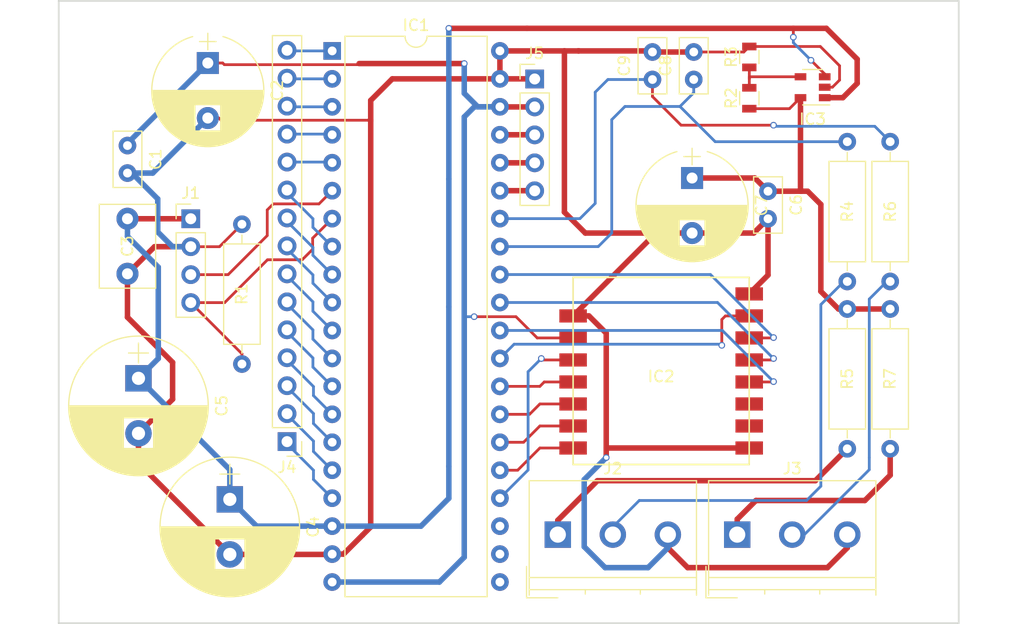
<source format=kicad_pcb>
(kicad_pcb (version 4) (host pcbnew 4.0.7)

  (general
    (links 77)
    (no_connects 0)
    (area 11.742857 17.924999 105.057143 74.625001)
    (thickness 1.6)
    (drawings 5)
    (tracks 318)
    (zones 0)
    (modules 28)
    (nets 46)
  )

  (page A4)
  (layers
    (0 F.Cu signal)
    (31 B.Cu signal)
    (32 B.Adhes user)
    (33 F.Adhes user)
    (34 B.Paste user)
    (35 F.Paste user)
    (36 B.SilkS user)
    (37 F.SilkS user)
    (38 B.Mask user)
    (39 F.Mask user)
    (40 Dwgs.User user)
    (41 Cmts.User user)
    (42 Eco1.User user)
    (43 Eco2.User user)
    (44 Edge.Cuts user)
    (45 Margin user)
    (46 B.CrtYd user)
    (47 F.CrtYd user)
    (48 B.Fab user)
    (49 F.Fab user)
  )

  (setup
    (last_trace_width 0.25)
    (user_trace_width 0.5)
    (trace_clearance 0.25)
    (zone_clearance 0.508)
    (zone_45_only no)
    (trace_min 0.2)
    (segment_width 0.2)
    (edge_width 0.15)
    (via_size 0.6)
    (via_drill 0.4)
    (via_min_size 0.4)
    (via_min_drill 0.3)
    (uvia_size 0.3)
    (uvia_drill 0.1)
    (uvias_allowed no)
    (uvia_min_size 0.2)
    (uvia_min_drill 0.1)
    (pcb_text_width 0.3)
    (pcb_text_size 1.5 1.5)
    (mod_edge_width 0.15)
    (mod_text_size 1 1)
    (mod_text_width 0.15)
    (pad_size 1.524 1.524)
    (pad_drill 0.762)
    (pad_to_mask_clearance 0.2)
    (aux_axis_origin 46.55 41.55)
    (grid_origin 58.375 40.125)
    (visible_elements FFFFFF7F)
    (pcbplotparams
      (layerselection 0x010fc_80000001)
      (usegerberextensions true)
      (excludeedgelayer true)
      (linewidth 0.100000)
      (plotframeref false)
      (viasonmask false)
      (mode 1)
      (useauxorigin false)
      (hpglpennumber 1)
      (hpglpenspeed 20)
      (hpglpendiameter 15)
      (hpglpenoverlay 2)
      (psnegative false)
      (psa4output false)
      (plotreference true)
      (plotvalue false)
      (plotinvisibletext false)
      (padsonsilk false)
      (subtractmaskfromsilk false)
      (outputformat 1)
      (mirror false)
      (drillshape 0)
      (scaleselection 1)
      (outputdirectory gerbers/))
  )

  (net 0 "")
  (net 1 +3V3)
  (net 2 GND)
  (net 3 +5V)
  (net 4 "Net-(C6-Pad1)")
  (net 5 "Net-(C8-Pad1)")
  (net 6 "Net-(C9-Pad1)")
  (net 7 "Net-(IC1-Pad1)")
  (net 8 "Net-(IC1-Pad17)")
  (net 9 "Net-(IC1-Pad2)")
  (net 10 "Net-(IC1-Pad3)")
  (net 11 "Net-(IC1-Pad4)")
  (net 12 "Net-(IC1-Pad5)")
  (net 13 "Net-(IC1-Pad21)")
  (net 14 "Net-(IC1-Pad6)")
  (net 15 "Net-(IC1-Pad22)")
  (net 16 "Net-(IC1-Pad7)")
  (net 17 "Net-(IC1-Pad23)")
  (net 18 "Net-(IC1-Pad8)")
  (net 19 "Net-(IC1-Pad24)")
  (net 20 "Net-(IC1-Pad9)")
  (net 21 "Net-(IC1-Pad25)")
  (net 22 "Net-(IC1-Pad10)")
  (net 23 "Net-(IC1-Pad26)")
  (net 24 "Net-(IC1-Pad11)")
  (net 25 "Net-(IC1-Pad27)")
  (net 26 "Net-(IC1-Pad12)")
  (net 27 "Net-(IC1-Pad28)")
  (net 28 "Net-(IC1-Pad13)")
  (net 29 "Net-(IC1-Pad29)")
  (net 30 "Net-(IC1-Pad14)")
  (net 31 "Net-(IC1-Pad30)")
  (net 32 "Net-(IC1-Pad15)")
  (net 33 "Net-(IC1-Pad31)")
  (net 34 "Net-(IC1-Pad16)")
  (net 35 "Net-(IC1-Pad32)")
  (net 36 "Net-(IC2-Pad10)")
  (net 37 "Net-(IC2-Pad11)")
  (net 38 "Net-(IC3-Pad4)")
  (net 39 "Net-(J2-Pad2)")
  (net 40 "Net-(J2-Pad1)")
  (net 41 "Net-(J3-Pad2)")
  (net 42 "Net-(J3-Pad1)")
  (net 43 "Net-(IC1-Pad37)")
  (net 44 "Net-(IC1-Pad35)")
  (net 45 "Net-(IC1-Pad36)")

  (net_class Default "This is the default net class."
    (clearance 0.25)
    (trace_width 0.25)
    (via_dia 0.6)
    (via_drill 0.4)
    (uvia_dia 0.3)
    (uvia_drill 0.1)
    (add_net +3V3)
    (add_net +5V)
    (add_net GND)
    (add_net "Net-(C6-Pad1)")
    (add_net "Net-(C8-Pad1)")
    (add_net "Net-(C9-Pad1)")
    (add_net "Net-(IC1-Pad1)")
    (add_net "Net-(IC1-Pad10)")
    (add_net "Net-(IC1-Pad11)")
    (add_net "Net-(IC1-Pad12)")
    (add_net "Net-(IC1-Pad13)")
    (add_net "Net-(IC1-Pad14)")
    (add_net "Net-(IC1-Pad15)")
    (add_net "Net-(IC1-Pad16)")
    (add_net "Net-(IC1-Pad17)")
    (add_net "Net-(IC1-Pad2)")
    (add_net "Net-(IC1-Pad21)")
    (add_net "Net-(IC1-Pad22)")
    (add_net "Net-(IC1-Pad23)")
    (add_net "Net-(IC1-Pad24)")
    (add_net "Net-(IC1-Pad25)")
    (add_net "Net-(IC1-Pad26)")
    (add_net "Net-(IC1-Pad27)")
    (add_net "Net-(IC1-Pad28)")
    (add_net "Net-(IC1-Pad29)")
    (add_net "Net-(IC1-Pad3)")
    (add_net "Net-(IC1-Pad30)")
    (add_net "Net-(IC1-Pad31)")
    (add_net "Net-(IC1-Pad32)")
    (add_net "Net-(IC1-Pad35)")
    (add_net "Net-(IC1-Pad36)")
    (add_net "Net-(IC1-Pad37)")
    (add_net "Net-(IC1-Pad4)")
    (add_net "Net-(IC1-Pad5)")
    (add_net "Net-(IC1-Pad6)")
    (add_net "Net-(IC1-Pad7)")
    (add_net "Net-(IC1-Pad8)")
    (add_net "Net-(IC1-Pad9)")
    (add_net "Net-(IC2-Pad10)")
    (add_net "Net-(IC2-Pad11)")
    (add_net "Net-(IC3-Pad4)")
    (add_net "Net-(J2-Pad1)")
    (add_net "Net-(J2-Pad2)")
    (add_net "Net-(J3-Pad1)")
    (add_net "Net-(J3-Pad2)")
  )

  (module footprints:Ra-01 (layer F.Cu) (tedit 59ECA6DD) (tstamp 59ECAB38)
    (at 71.94 51.63)
    (path /59E9F282)
    (fp_text reference IC2 (at 0 0.5) (layer F.SilkS)
      (effects (font (size 1 1) (thickness 0.15)))
    )
    (fp_text value Ra-01 (at 0 -0.5) (layer F.Fab)
      (effects (font (size 1 1) (thickness 0.15)))
    )
    (fp_line (start -8 -8.5) (end -8 8.5) (layer F.SilkS) (width 0.15))
    (fp_line (start -8 8.5) (end 8 8.5) (layer F.SilkS) (width 0.15))
    (fp_line (start 8 8.5) (end 8 -8.5) (layer F.SilkS) (width 0.15))
    (fp_line (start 8 -8.5) (end -8 -8.5) (layer F.SilkS) (width 0.15))
    (pad 2 smd rect (at -8 -5) (size 2.5 1.2) (layers F.Cu F.Paste F.Mask)
      (net 2 GND))
    (pad 3 smd rect (at -8 -3) (size 2.5 1.2) (layers F.Cu F.Paste F.Mask)
      (net 1 +3V3))
    (pad 4 smd rect (at -8 -1) (size 2.5 1.2) (layers F.Cu F.Paste F.Mask)
      (net 19 "Net-(IC1-Pad24)"))
    (pad 5 smd rect (at -8 1) (size 2.5 1.2) (layers F.Cu F.Paste F.Mask)
      (net 27 "Net-(IC1-Pad28)"))
    (pad 6 smd rect (at -8 3) (size 2.5 1.2) (layers F.Cu F.Paste F.Mask)
      (net 25 "Net-(IC1-Pad27)"))
    (pad 7 smd rect (at -8 5) (size 2.5 1.2) (layers F.Cu F.Paste F.Mask)
      (net 23 "Net-(IC1-Pad26)"))
    (pad 8 smd rect (at -8 7) (size 2.5 1.2) (layers F.Cu F.Paste F.Mask)
      (net 21 "Net-(IC1-Pad25)"))
    (pad 9 smd rect (at 8 7) (size 2.5 1.2) (layers F.Cu F.Paste F.Mask)
      (net 2 GND))
    (pad 10 smd rect (at 8 5) (size 2.5 1.2) (layers F.Cu F.Paste F.Mask)
      (net 36 "Net-(IC2-Pad10)"))
    (pad 11 smd rect (at 8 3) (size 2.5 1.2) (layers F.Cu F.Paste F.Mask)
      (net 37 "Net-(IC2-Pad11)"))
    (pad 12 smd rect (at 8 1) (size 2.5 1.2) (layers F.Cu F.Paste F.Mask)
      (net 31 "Net-(IC1-Pad30)"))
    (pad 13 smd rect (at 8 -1) (size 2.5 1.2) (layers F.Cu F.Paste F.Mask)
      (net 33 "Net-(IC1-Pad31)"))
    (pad 14 smd rect (at 8 -3) (size 2.5 1.2) (layers F.Cu F.Paste F.Mask)
      (net 35 "Net-(IC1-Pad32)"))
    (pad 15 smd rect (at 8 -5) (size 2.5 1.2) (layers F.Cu F.Paste F.Mask)
      (net 29 "Net-(IC1-Pad29)"))
    (pad 16 smd rect (at 8 -7) (size 2.5 1.2) (layers F.Cu F.Paste F.Mask)
      (net 2 GND))
  )

  (module Capacitors_ThroughHole:C_Disc_D5.0mm_W2.5mm_P2.50mm (layer F.Cu) (tedit 597BC7C2) (tstamp 59ECAAD1)
    (at 23.45 31.15 270)
    (descr "C, Disc series, Radial, pin pitch=2.50mm, , diameter*width=5*2.5mm^2, Capacitor, http://cdn-reichelt.de/documents/datenblatt/B300/DS_KERKO_TC.pdf")
    (tags "C Disc series Radial pin pitch 2.50mm  diameter 5mm width 2.5mm Capacitor")
    (path /59EA696A)
    (fp_text reference C1 (at 1.25 -2.56 270) (layer F.SilkS)
      (effects (font (size 1 1) (thickness 0.15)))
    )
    (fp_text value 100n (at 1.25 2.56 270) (layer F.Fab)
      (effects (font (size 1 1) (thickness 0.15)))
    )
    (fp_line (start -1.25 -1.25) (end -1.25 1.25) (layer F.Fab) (width 0.1))
    (fp_line (start -1.25 1.25) (end 3.75 1.25) (layer F.Fab) (width 0.1))
    (fp_line (start 3.75 1.25) (end 3.75 -1.25) (layer F.Fab) (width 0.1))
    (fp_line (start 3.75 -1.25) (end -1.25 -1.25) (layer F.Fab) (width 0.1))
    (fp_line (start -1.31 -1.31) (end 3.81 -1.31) (layer F.SilkS) (width 0.12))
    (fp_line (start -1.31 1.31) (end 3.81 1.31) (layer F.SilkS) (width 0.12))
    (fp_line (start -1.31 -1.31) (end -1.31 1.31) (layer F.SilkS) (width 0.12))
    (fp_line (start 3.81 -1.31) (end 3.81 1.31) (layer F.SilkS) (width 0.12))
    (fp_line (start -1.6 -1.6) (end -1.6 1.6) (layer F.CrtYd) (width 0.05))
    (fp_line (start -1.6 1.6) (end 4.1 1.6) (layer F.CrtYd) (width 0.05))
    (fp_line (start 4.1 1.6) (end 4.1 -1.6) (layer F.CrtYd) (width 0.05))
    (fp_line (start 4.1 -1.6) (end -1.6 -1.6) (layer F.CrtYd) (width 0.05))
    (fp_text user %R (at 1.25 0 270) (layer F.Fab)
      (effects (font (size 1 1) (thickness 0.15)))
    )
    (pad 1 thru_hole circle (at 0 0 270) (size 1.6 1.6) (drill 0.8) (layers *.Cu *.Mask)
      (net 1 +3V3))
    (pad 2 thru_hole circle (at 2.5 0 270) (size 1.6 1.6) (drill 0.8) (layers *.Cu *.Mask)
      (net 2 GND))
    (model ${KISYS3DMOD}/Capacitors_THT.3dshapes/C_Disc_D5.0mm_W2.5mm_P2.50mm.wrl
      (at (xyz 0 0 0))
      (scale (xyz 1 1 1))
      (rotate (xyz 0 0 0))
    )
  )

  (module Capacitors_ThroughHole:CP_Radial_D10.0mm_P5.00mm (layer F.Cu) (tedit 597BC7C2) (tstamp 59ECAAD7)
    (at 30.75 23.65 270)
    (descr "CP, Radial series, Radial, pin pitch=5.00mm, , diameter=10mm, Electrolytic Capacitor")
    (tags "CP Radial series Radial pin pitch 5.00mm  diameter 10mm Electrolytic Capacitor")
    (path /59EA68E7)
    (fp_text reference C2 (at 2.5 -6.31 270) (layer F.SilkS)
      (effects (font (size 1 1) (thickness 0.15)))
    )
    (fp_text value 1000µ (at 2.5 6.31 270) (layer F.Fab)
      (effects (font (size 1 1) (thickness 0.15)))
    )
    (fp_arc (start 2.5 0) (end -2.399357 -1.38) (angle 148.5) (layer F.SilkS) (width 0.12))
    (fp_arc (start 2.5 0) (end -2.399357 1.38) (angle -148.5) (layer F.SilkS) (width 0.12))
    (fp_arc (start 2.5 0) (end 7.399357 -1.38) (angle 31.5) (layer F.SilkS) (width 0.12))
    (fp_circle (center 2.5 0) (end 7.5 0) (layer F.Fab) (width 0.1))
    (fp_line (start -2.7 0) (end -1.2 0) (layer F.Fab) (width 0.1))
    (fp_line (start -1.95 -0.75) (end -1.95 0.75) (layer F.Fab) (width 0.1))
    (fp_line (start 2.5 -5.05) (end 2.5 5.05) (layer F.SilkS) (width 0.12))
    (fp_line (start 2.54 -5.05) (end 2.54 5.05) (layer F.SilkS) (width 0.12))
    (fp_line (start 2.58 -5.05) (end 2.58 5.05) (layer F.SilkS) (width 0.12))
    (fp_line (start 2.62 -5.049) (end 2.62 5.049) (layer F.SilkS) (width 0.12))
    (fp_line (start 2.66 -5.048) (end 2.66 5.048) (layer F.SilkS) (width 0.12))
    (fp_line (start 2.7 -5.047) (end 2.7 5.047) (layer F.SilkS) (width 0.12))
    (fp_line (start 2.74 -5.045) (end 2.74 5.045) (layer F.SilkS) (width 0.12))
    (fp_line (start 2.78 -5.043) (end 2.78 5.043) (layer F.SilkS) (width 0.12))
    (fp_line (start 2.82 -5.04) (end 2.82 5.04) (layer F.SilkS) (width 0.12))
    (fp_line (start 2.86 -5.038) (end 2.86 5.038) (layer F.SilkS) (width 0.12))
    (fp_line (start 2.9 -5.035) (end 2.9 5.035) (layer F.SilkS) (width 0.12))
    (fp_line (start 2.94 -5.031) (end 2.94 5.031) (layer F.SilkS) (width 0.12))
    (fp_line (start 2.98 -5.028) (end 2.98 5.028) (layer F.SilkS) (width 0.12))
    (fp_line (start 3.02 -5.024) (end 3.02 5.024) (layer F.SilkS) (width 0.12))
    (fp_line (start 3.06 -5.02) (end 3.06 5.02) (layer F.SilkS) (width 0.12))
    (fp_line (start 3.1 -5.015) (end 3.1 5.015) (layer F.SilkS) (width 0.12))
    (fp_line (start 3.14 -5.01) (end 3.14 5.01) (layer F.SilkS) (width 0.12))
    (fp_line (start 3.18 -5.005) (end 3.18 5.005) (layer F.SilkS) (width 0.12))
    (fp_line (start 3.221 -4.999) (end 3.221 4.999) (layer F.SilkS) (width 0.12))
    (fp_line (start 3.261 -4.993) (end 3.261 4.993) (layer F.SilkS) (width 0.12))
    (fp_line (start 3.301 -4.987) (end 3.301 4.987) (layer F.SilkS) (width 0.12))
    (fp_line (start 3.341 -4.981) (end 3.341 4.981) (layer F.SilkS) (width 0.12))
    (fp_line (start 3.381 -4.974) (end 3.381 4.974) (layer F.SilkS) (width 0.12))
    (fp_line (start 3.421 -4.967) (end 3.421 4.967) (layer F.SilkS) (width 0.12))
    (fp_line (start 3.461 -4.959) (end 3.461 4.959) (layer F.SilkS) (width 0.12))
    (fp_line (start 3.501 -4.951) (end 3.501 4.951) (layer F.SilkS) (width 0.12))
    (fp_line (start 3.541 -4.943) (end 3.541 4.943) (layer F.SilkS) (width 0.12))
    (fp_line (start 3.581 -4.935) (end 3.581 4.935) (layer F.SilkS) (width 0.12))
    (fp_line (start 3.621 -4.926) (end 3.621 4.926) (layer F.SilkS) (width 0.12))
    (fp_line (start 3.661 -4.917) (end 3.661 4.917) (layer F.SilkS) (width 0.12))
    (fp_line (start 3.701 -4.907) (end 3.701 4.907) (layer F.SilkS) (width 0.12))
    (fp_line (start 3.741 -4.897) (end 3.741 4.897) (layer F.SilkS) (width 0.12))
    (fp_line (start 3.781 -4.887) (end 3.781 4.887) (layer F.SilkS) (width 0.12))
    (fp_line (start 3.821 -4.876) (end 3.821 -1.181) (layer F.SilkS) (width 0.12))
    (fp_line (start 3.821 1.181) (end 3.821 4.876) (layer F.SilkS) (width 0.12))
    (fp_line (start 3.861 -4.865) (end 3.861 -1.181) (layer F.SilkS) (width 0.12))
    (fp_line (start 3.861 1.181) (end 3.861 4.865) (layer F.SilkS) (width 0.12))
    (fp_line (start 3.901 -4.854) (end 3.901 -1.181) (layer F.SilkS) (width 0.12))
    (fp_line (start 3.901 1.181) (end 3.901 4.854) (layer F.SilkS) (width 0.12))
    (fp_line (start 3.941 -4.843) (end 3.941 -1.181) (layer F.SilkS) (width 0.12))
    (fp_line (start 3.941 1.181) (end 3.941 4.843) (layer F.SilkS) (width 0.12))
    (fp_line (start 3.981 -4.831) (end 3.981 -1.181) (layer F.SilkS) (width 0.12))
    (fp_line (start 3.981 1.181) (end 3.981 4.831) (layer F.SilkS) (width 0.12))
    (fp_line (start 4.021 -4.818) (end 4.021 -1.181) (layer F.SilkS) (width 0.12))
    (fp_line (start 4.021 1.181) (end 4.021 4.818) (layer F.SilkS) (width 0.12))
    (fp_line (start 4.061 -4.806) (end 4.061 -1.181) (layer F.SilkS) (width 0.12))
    (fp_line (start 4.061 1.181) (end 4.061 4.806) (layer F.SilkS) (width 0.12))
    (fp_line (start 4.101 -4.792) (end 4.101 -1.181) (layer F.SilkS) (width 0.12))
    (fp_line (start 4.101 1.181) (end 4.101 4.792) (layer F.SilkS) (width 0.12))
    (fp_line (start 4.141 -4.779) (end 4.141 -1.181) (layer F.SilkS) (width 0.12))
    (fp_line (start 4.141 1.181) (end 4.141 4.779) (layer F.SilkS) (width 0.12))
    (fp_line (start 4.181 -4.765) (end 4.181 -1.181) (layer F.SilkS) (width 0.12))
    (fp_line (start 4.181 1.181) (end 4.181 4.765) (layer F.SilkS) (width 0.12))
    (fp_line (start 4.221 -4.751) (end 4.221 -1.181) (layer F.SilkS) (width 0.12))
    (fp_line (start 4.221 1.181) (end 4.221 4.751) (layer F.SilkS) (width 0.12))
    (fp_line (start 4.261 -4.737) (end 4.261 -1.181) (layer F.SilkS) (width 0.12))
    (fp_line (start 4.261 1.181) (end 4.261 4.737) (layer F.SilkS) (width 0.12))
    (fp_line (start 4.301 -4.722) (end 4.301 -1.181) (layer F.SilkS) (width 0.12))
    (fp_line (start 4.301 1.181) (end 4.301 4.722) (layer F.SilkS) (width 0.12))
    (fp_line (start 4.341 -4.706) (end 4.341 -1.181) (layer F.SilkS) (width 0.12))
    (fp_line (start 4.341 1.181) (end 4.341 4.706) (layer F.SilkS) (width 0.12))
    (fp_line (start 4.381 -4.691) (end 4.381 -1.181) (layer F.SilkS) (width 0.12))
    (fp_line (start 4.381 1.181) (end 4.381 4.691) (layer F.SilkS) (width 0.12))
    (fp_line (start 4.421 -4.674) (end 4.421 -1.181) (layer F.SilkS) (width 0.12))
    (fp_line (start 4.421 1.181) (end 4.421 4.674) (layer F.SilkS) (width 0.12))
    (fp_line (start 4.461 -4.658) (end 4.461 -1.181) (layer F.SilkS) (width 0.12))
    (fp_line (start 4.461 1.181) (end 4.461 4.658) (layer F.SilkS) (width 0.12))
    (fp_line (start 4.501 -4.641) (end 4.501 -1.181) (layer F.SilkS) (width 0.12))
    (fp_line (start 4.501 1.181) (end 4.501 4.641) (layer F.SilkS) (width 0.12))
    (fp_line (start 4.541 -4.624) (end 4.541 -1.181) (layer F.SilkS) (width 0.12))
    (fp_line (start 4.541 1.181) (end 4.541 4.624) (layer F.SilkS) (width 0.12))
    (fp_line (start 4.581 -4.606) (end 4.581 -1.181) (layer F.SilkS) (width 0.12))
    (fp_line (start 4.581 1.181) (end 4.581 4.606) (layer F.SilkS) (width 0.12))
    (fp_line (start 4.621 -4.588) (end 4.621 -1.181) (layer F.SilkS) (width 0.12))
    (fp_line (start 4.621 1.181) (end 4.621 4.588) (layer F.SilkS) (width 0.12))
    (fp_line (start 4.661 -4.569) (end 4.661 -1.181) (layer F.SilkS) (width 0.12))
    (fp_line (start 4.661 1.181) (end 4.661 4.569) (layer F.SilkS) (width 0.12))
    (fp_line (start 4.701 -4.55) (end 4.701 -1.181) (layer F.SilkS) (width 0.12))
    (fp_line (start 4.701 1.181) (end 4.701 4.55) (layer F.SilkS) (width 0.12))
    (fp_line (start 4.741 -4.531) (end 4.741 -1.181) (layer F.SilkS) (width 0.12))
    (fp_line (start 4.741 1.181) (end 4.741 4.531) (layer F.SilkS) (width 0.12))
    (fp_line (start 4.781 -4.511) (end 4.781 -1.181) (layer F.SilkS) (width 0.12))
    (fp_line (start 4.781 1.181) (end 4.781 4.511) (layer F.SilkS) (width 0.12))
    (fp_line (start 4.821 -4.491) (end 4.821 -1.181) (layer F.SilkS) (width 0.12))
    (fp_line (start 4.821 1.181) (end 4.821 4.491) (layer F.SilkS) (width 0.12))
    (fp_line (start 4.861 -4.47) (end 4.861 -1.181) (layer F.SilkS) (width 0.12))
    (fp_line (start 4.861 1.181) (end 4.861 4.47) (layer F.SilkS) (width 0.12))
    (fp_line (start 4.901 -4.449) (end 4.901 -1.181) (layer F.SilkS) (width 0.12))
    (fp_line (start 4.901 1.181) (end 4.901 4.449) (layer F.SilkS) (width 0.12))
    (fp_line (start 4.941 -4.428) (end 4.941 -1.181) (layer F.SilkS) (width 0.12))
    (fp_line (start 4.941 1.181) (end 4.941 4.428) (layer F.SilkS) (width 0.12))
    (fp_line (start 4.981 -4.405) (end 4.981 -1.181) (layer F.SilkS) (width 0.12))
    (fp_line (start 4.981 1.181) (end 4.981 4.405) (layer F.SilkS) (width 0.12))
    (fp_line (start 5.021 -4.383) (end 5.021 -1.181) (layer F.SilkS) (width 0.12))
    (fp_line (start 5.021 1.181) (end 5.021 4.383) (layer F.SilkS) (width 0.12))
    (fp_line (start 5.061 -4.36) (end 5.061 -1.181) (layer F.SilkS) (width 0.12))
    (fp_line (start 5.061 1.181) (end 5.061 4.36) (layer F.SilkS) (width 0.12))
    (fp_line (start 5.101 -4.336) (end 5.101 -1.181) (layer F.SilkS) (width 0.12))
    (fp_line (start 5.101 1.181) (end 5.101 4.336) (layer F.SilkS) (width 0.12))
    (fp_line (start 5.141 -4.312) (end 5.141 -1.181) (layer F.SilkS) (width 0.12))
    (fp_line (start 5.141 1.181) (end 5.141 4.312) (layer F.SilkS) (width 0.12))
    (fp_line (start 5.181 -4.288) (end 5.181 -1.181) (layer F.SilkS) (width 0.12))
    (fp_line (start 5.181 1.181) (end 5.181 4.288) (layer F.SilkS) (width 0.12))
    (fp_line (start 5.221 -4.263) (end 5.221 -1.181) (layer F.SilkS) (width 0.12))
    (fp_line (start 5.221 1.181) (end 5.221 4.263) (layer F.SilkS) (width 0.12))
    (fp_line (start 5.261 -4.237) (end 5.261 -1.181) (layer F.SilkS) (width 0.12))
    (fp_line (start 5.261 1.181) (end 5.261 4.237) (layer F.SilkS) (width 0.12))
    (fp_line (start 5.301 -4.211) (end 5.301 -1.181) (layer F.SilkS) (width 0.12))
    (fp_line (start 5.301 1.181) (end 5.301 4.211) (layer F.SilkS) (width 0.12))
    (fp_line (start 5.341 -4.185) (end 5.341 -1.181) (layer F.SilkS) (width 0.12))
    (fp_line (start 5.341 1.181) (end 5.341 4.185) (layer F.SilkS) (width 0.12))
    (fp_line (start 5.381 -4.157) (end 5.381 -1.181) (layer F.SilkS) (width 0.12))
    (fp_line (start 5.381 1.181) (end 5.381 4.157) (layer F.SilkS) (width 0.12))
    (fp_line (start 5.421 -4.13) (end 5.421 -1.181) (layer F.SilkS) (width 0.12))
    (fp_line (start 5.421 1.181) (end 5.421 4.13) (layer F.SilkS) (width 0.12))
    (fp_line (start 5.461 -4.101) (end 5.461 -1.181) (layer F.SilkS) (width 0.12))
    (fp_line (start 5.461 1.181) (end 5.461 4.101) (layer F.SilkS) (width 0.12))
    (fp_line (start 5.501 -4.072) (end 5.501 -1.181) (layer F.SilkS) (width 0.12))
    (fp_line (start 5.501 1.181) (end 5.501 4.072) (layer F.SilkS) (width 0.12))
    (fp_line (start 5.541 -4.043) (end 5.541 -1.181) (layer F.SilkS) (width 0.12))
    (fp_line (start 5.541 1.181) (end 5.541 4.043) (layer F.SilkS) (width 0.12))
    (fp_line (start 5.581 -4.013) (end 5.581 -1.181) (layer F.SilkS) (width 0.12))
    (fp_line (start 5.581 1.181) (end 5.581 4.013) (layer F.SilkS) (width 0.12))
    (fp_line (start 5.621 -3.982) (end 5.621 -1.181) (layer F.SilkS) (width 0.12))
    (fp_line (start 5.621 1.181) (end 5.621 3.982) (layer F.SilkS) (width 0.12))
    (fp_line (start 5.661 -3.951) (end 5.661 -1.181) (layer F.SilkS) (width 0.12))
    (fp_line (start 5.661 1.181) (end 5.661 3.951) (layer F.SilkS) (width 0.12))
    (fp_line (start 5.701 -3.919) (end 5.701 -1.181) (layer F.SilkS) (width 0.12))
    (fp_line (start 5.701 1.181) (end 5.701 3.919) (layer F.SilkS) (width 0.12))
    (fp_line (start 5.741 -3.886) (end 5.741 -1.181) (layer F.SilkS) (width 0.12))
    (fp_line (start 5.741 1.181) (end 5.741 3.886) (layer F.SilkS) (width 0.12))
    (fp_line (start 5.781 -3.853) (end 5.781 -1.181) (layer F.SilkS) (width 0.12))
    (fp_line (start 5.781 1.181) (end 5.781 3.853) (layer F.SilkS) (width 0.12))
    (fp_line (start 5.821 -3.819) (end 5.821 -1.181) (layer F.SilkS) (width 0.12))
    (fp_line (start 5.821 1.181) (end 5.821 3.819) (layer F.SilkS) (width 0.12))
    (fp_line (start 5.861 -3.784) (end 5.861 -1.181) (layer F.SilkS) (width 0.12))
    (fp_line (start 5.861 1.181) (end 5.861 3.784) (layer F.SilkS) (width 0.12))
    (fp_line (start 5.901 -3.748) (end 5.901 -1.181) (layer F.SilkS) (width 0.12))
    (fp_line (start 5.901 1.181) (end 5.901 3.748) (layer F.SilkS) (width 0.12))
    (fp_line (start 5.941 -3.712) (end 5.941 -1.181) (layer F.SilkS) (width 0.12))
    (fp_line (start 5.941 1.181) (end 5.941 3.712) (layer F.SilkS) (width 0.12))
    (fp_line (start 5.981 -3.675) (end 5.981 -1.181) (layer F.SilkS) (width 0.12))
    (fp_line (start 5.981 1.181) (end 5.981 3.675) (layer F.SilkS) (width 0.12))
    (fp_line (start 6.021 -3.637) (end 6.021 -1.181) (layer F.SilkS) (width 0.12))
    (fp_line (start 6.021 1.181) (end 6.021 3.637) (layer F.SilkS) (width 0.12))
    (fp_line (start 6.061 -3.598) (end 6.061 -1.181) (layer F.SilkS) (width 0.12))
    (fp_line (start 6.061 1.181) (end 6.061 3.598) (layer F.SilkS) (width 0.12))
    (fp_line (start 6.101 -3.559) (end 6.101 -1.181) (layer F.SilkS) (width 0.12))
    (fp_line (start 6.101 1.181) (end 6.101 3.559) (layer F.SilkS) (width 0.12))
    (fp_line (start 6.141 -3.518) (end 6.141 -1.181) (layer F.SilkS) (width 0.12))
    (fp_line (start 6.141 1.181) (end 6.141 3.518) (layer F.SilkS) (width 0.12))
    (fp_line (start 6.181 -3.477) (end 6.181 3.477) (layer F.SilkS) (width 0.12))
    (fp_line (start 6.221 -3.435) (end 6.221 3.435) (layer F.SilkS) (width 0.12))
    (fp_line (start 6.261 -3.391) (end 6.261 3.391) (layer F.SilkS) (width 0.12))
    (fp_line (start 6.301 -3.347) (end 6.301 3.347) (layer F.SilkS) (width 0.12))
    (fp_line (start 6.341 -3.302) (end 6.341 3.302) (layer F.SilkS) (width 0.12))
    (fp_line (start 6.381 -3.255) (end 6.381 3.255) (layer F.SilkS) (width 0.12))
    (fp_line (start 6.421 -3.207) (end 6.421 3.207) (layer F.SilkS) (width 0.12))
    (fp_line (start 6.461 -3.158) (end 6.461 3.158) (layer F.SilkS) (width 0.12))
    (fp_line (start 6.501 -3.108) (end 6.501 3.108) (layer F.SilkS) (width 0.12))
    (fp_line (start 6.541 -3.057) (end 6.541 3.057) (layer F.SilkS) (width 0.12))
    (fp_line (start 6.581 -3.004) (end 6.581 3.004) (layer F.SilkS) (width 0.12))
    (fp_line (start 6.621 -2.949) (end 6.621 2.949) (layer F.SilkS) (width 0.12))
    (fp_line (start 6.661 -2.894) (end 6.661 2.894) (layer F.SilkS) (width 0.12))
    (fp_line (start 6.701 -2.836) (end 6.701 2.836) (layer F.SilkS) (width 0.12))
    (fp_line (start 6.741 -2.777) (end 6.741 2.777) (layer F.SilkS) (width 0.12))
    (fp_line (start 6.781 -2.715) (end 6.781 2.715) (layer F.SilkS) (width 0.12))
    (fp_line (start 6.821 -2.652) (end 6.821 2.652) (layer F.SilkS) (width 0.12))
    (fp_line (start 6.861 -2.587) (end 6.861 2.587) (layer F.SilkS) (width 0.12))
    (fp_line (start 6.901 -2.519) (end 6.901 2.519) (layer F.SilkS) (width 0.12))
    (fp_line (start 6.941 -2.449) (end 6.941 2.449) (layer F.SilkS) (width 0.12))
    (fp_line (start 6.981 -2.377) (end 6.981 2.377) (layer F.SilkS) (width 0.12))
    (fp_line (start 7.021 -2.301) (end 7.021 2.301) (layer F.SilkS) (width 0.12))
    (fp_line (start 7.061 -2.222) (end 7.061 2.222) (layer F.SilkS) (width 0.12))
    (fp_line (start 7.101 -2.14) (end 7.101 2.14) (layer F.SilkS) (width 0.12))
    (fp_line (start 7.141 -2.053) (end 7.141 2.053) (layer F.SilkS) (width 0.12))
    (fp_line (start 7.181 -1.962) (end 7.181 1.962) (layer F.SilkS) (width 0.12))
    (fp_line (start 7.221 -1.866) (end 7.221 1.866) (layer F.SilkS) (width 0.12))
    (fp_line (start 7.261 -1.763) (end 7.261 1.763) (layer F.SilkS) (width 0.12))
    (fp_line (start 7.301 -1.654) (end 7.301 1.654) (layer F.SilkS) (width 0.12))
    (fp_line (start 7.341 -1.536) (end 7.341 1.536) (layer F.SilkS) (width 0.12))
    (fp_line (start 7.381 -1.407) (end 7.381 1.407) (layer F.SilkS) (width 0.12))
    (fp_line (start 7.421 -1.265) (end 7.421 1.265) (layer F.SilkS) (width 0.12))
    (fp_line (start 7.461 -1.104) (end 7.461 1.104) (layer F.SilkS) (width 0.12))
    (fp_line (start 7.501 -0.913) (end 7.501 0.913) (layer F.SilkS) (width 0.12))
    (fp_line (start 7.541 -0.672) (end 7.541 0.672) (layer F.SilkS) (width 0.12))
    (fp_line (start 7.581 -0.279) (end 7.581 0.279) (layer F.SilkS) (width 0.12))
    (fp_line (start -2.7 0) (end -1.2 0) (layer F.SilkS) (width 0.12))
    (fp_line (start -1.95 -0.75) (end -1.95 0.75) (layer F.SilkS) (width 0.12))
    (fp_line (start -2.85 -5.35) (end -2.85 5.35) (layer F.CrtYd) (width 0.05))
    (fp_line (start -2.85 5.35) (end 7.85 5.35) (layer F.CrtYd) (width 0.05))
    (fp_line (start 7.85 5.35) (end 7.85 -5.35) (layer F.CrtYd) (width 0.05))
    (fp_line (start 7.85 -5.35) (end -2.85 -5.35) (layer F.CrtYd) (width 0.05))
    (fp_text user %R (at 2.5 0 270) (layer F.Fab)
      (effects (font (size 1 1) (thickness 0.15)))
    )
    (pad 1 thru_hole rect (at 0 0 270) (size 2 2) (drill 1) (layers *.Cu *.Mask)
      (net 1 +3V3))
    (pad 2 thru_hole circle (at 5 0 270) (size 2 2) (drill 1) (layers *.Cu *.Mask)
      (net 2 GND))
    (model ${KISYS3DMOD}/Capacitors_THT.3dshapes/CP_Radial_D10.0mm_P5.00mm.wrl
      (at (xyz 0 0 0))
      (scale (xyz 1 1 1))
      (rotate (xyz 0 0 0))
    )
  )

  (module Capacitors_ThroughHole:C_Disc_D7.5mm_W5.0mm_P5.00mm (layer F.Cu) (tedit 59F0ADA7) (tstamp 59ECAADD)
    (at 23.45 37.8 270)
    (descr "C, Disc series, Radial, pin pitch=5.00mm, , diameter*width=7.5*5.0mm^2, Capacitor, http://www.vishay.com/docs/28535/vy2series.pdf")
    (tags "C Disc series Radial pin pitch 5.00mm  diameter 7.5mm width 5.0mm Capacitor")
    (path /59EA49D7)
    (fp_text reference C3 (at 2.5 0 270) (layer F.SilkS)
      (effects (font (size 1 1) (thickness 0.15)))
    )
    (fp_text value 1µ (at 2.5 3.81 270) (layer F.Fab)
      (effects (font (size 1 1) (thickness 0.15)))
    )
    (fp_line (start -1.25 -2.5) (end -1.25 2.5) (layer F.Fab) (width 0.1))
    (fp_line (start -1.25 2.5) (end 6.25 2.5) (layer F.Fab) (width 0.1))
    (fp_line (start 6.25 2.5) (end 6.25 -2.5) (layer F.Fab) (width 0.1))
    (fp_line (start 6.25 -2.5) (end -1.25 -2.5) (layer F.Fab) (width 0.1))
    (fp_line (start -1.31 -2.56) (end 6.31 -2.56) (layer F.SilkS) (width 0.12))
    (fp_line (start -1.31 2.56) (end 6.31 2.56) (layer F.SilkS) (width 0.12))
    (fp_line (start -1.31 -2.56) (end -1.31 2.56) (layer F.SilkS) (width 0.12))
    (fp_line (start 6.31 -2.56) (end 6.31 2.56) (layer F.SilkS) (width 0.12))
    (fp_line (start -1.6 -2.85) (end -1.6 2.85) (layer F.CrtYd) (width 0.05))
    (fp_line (start -1.6 2.85) (end 6.6 2.85) (layer F.CrtYd) (width 0.05))
    (fp_line (start 6.6 2.85) (end 6.6 -2.85) (layer F.CrtYd) (width 0.05))
    (fp_line (start 6.6 -2.85) (end -1.6 -2.85) (layer F.CrtYd) (width 0.05))
    (fp_text user %R (at 2.5 0 270) (layer F.Fab)
      (effects (font (size 1 1) (thickness 0.15)))
    )
    (pad 1 thru_hole circle (at 0 0 270) (size 2 2) (drill 1) (layers *.Cu *.Mask)
      (net 3 +5V))
    (pad 2 thru_hole circle (at 5 0 270) (size 2 2) (drill 1) (layers *.Cu *.Mask)
      (net 2 GND))
    (model ${KISYS3DMOD}/Capacitors_THT.3dshapes/C_Disc_D7.5mm_W5.0mm_P5.00mm.wrl
      (at (xyz 0 0 0))
      (scale (xyz 1 1 1))
      (rotate (xyz 0 0 0))
    )
  )

  (module Capacitors_ThroughHole:CP_Radial_D12.5mm_P5.00mm (layer F.Cu) (tedit 597BC7C2) (tstamp 59ECAAE3)
    (at 32.75 63.3 270)
    (descr "CP, Radial series, Radial, pin pitch=5.00mm, , diameter=12.5mm, Electrolytic Capacitor")
    (tags "CP Radial series Radial pin pitch 5.00mm  diameter 12.5mm Electrolytic Capacitor")
    (path /59EA4974)
    (fp_text reference C4 (at 2.5 -7.56 270) (layer F.SilkS)
      (effects (font (size 1 1) (thickness 0.15)))
    )
    (fp_text value 4700µ (at 2.5 7.56 270) (layer F.Fab)
      (effects (font (size 1 1) (thickness 0.15)))
    )
    (fp_circle (center 2.5 0) (end 8.75 0) (layer F.Fab) (width 0.1))
    (fp_circle (center 2.5 0) (end 8.84 0) (layer F.SilkS) (width 0.12))
    (fp_line (start -3.2 0) (end -1.4 0) (layer F.Fab) (width 0.1))
    (fp_line (start -2.3 -0.9) (end -2.3 0.9) (layer F.Fab) (width 0.1))
    (fp_line (start 2.5 -6.3) (end 2.5 6.3) (layer F.SilkS) (width 0.12))
    (fp_line (start 2.54 -6.3) (end 2.54 6.3) (layer F.SilkS) (width 0.12))
    (fp_line (start 2.58 -6.3) (end 2.58 6.3) (layer F.SilkS) (width 0.12))
    (fp_line (start 2.62 -6.299) (end 2.62 6.299) (layer F.SilkS) (width 0.12))
    (fp_line (start 2.66 -6.298) (end 2.66 6.298) (layer F.SilkS) (width 0.12))
    (fp_line (start 2.7 -6.297) (end 2.7 6.297) (layer F.SilkS) (width 0.12))
    (fp_line (start 2.74 -6.296) (end 2.74 6.296) (layer F.SilkS) (width 0.12))
    (fp_line (start 2.78 -6.294) (end 2.78 6.294) (layer F.SilkS) (width 0.12))
    (fp_line (start 2.82 -6.292) (end 2.82 6.292) (layer F.SilkS) (width 0.12))
    (fp_line (start 2.86 -6.29) (end 2.86 6.29) (layer F.SilkS) (width 0.12))
    (fp_line (start 2.9 -6.288) (end 2.9 6.288) (layer F.SilkS) (width 0.12))
    (fp_line (start 2.94 -6.285) (end 2.94 6.285) (layer F.SilkS) (width 0.12))
    (fp_line (start 2.98 -6.282) (end 2.98 6.282) (layer F.SilkS) (width 0.12))
    (fp_line (start 3.02 -6.279) (end 3.02 6.279) (layer F.SilkS) (width 0.12))
    (fp_line (start 3.06 -6.276) (end 3.06 6.276) (layer F.SilkS) (width 0.12))
    (fp_line (start 3.1 -6.272) (end 3.1 6.272) (layer F.SilkS) (width 0.12))
    (fp_line (start 3.14 -6.268) (end 3.14 6.268) (layer F.SilkS) (width 0.12))
    (fp_line (start 3.18 -6.264) (end 3.18 6.264) (layer F.SilkS) (width 0.12))
    (fp_line (start 3.221 -6.259) (end 3.221 6.259) (layer F.SilkS) (width 0.12))
    (fp_line (start 3.261 -6.255) (end 3.261 6.255) (layer F.SilkS) (width 0.12))
    (fp_line (start 3.301 -6.25) (end 3.301 6.25) (layer F.SilkS) (width 0.12))
    (fp_line (start 3.341 -6.245) (end 3.341 6.245) (layer F.SilkS) (width 0.12))
    (fp_line (start 3.381 -6.239) (end 3.381 6.239) (layer F.SilkS) (width 0.12))
    (fp_line (start 3.421 -6.233) (end 3.421 6.233) (layer F.SilkS) (width 0.12))
    (fp_line (start 3.461 -6.227) (end 3.461 6.227) (layer F.SilkS) (width 0.12))
    (fp_line (start 3.501 -6.221) (end 3.501 6.221) (layer F.SilkS) (width 0.12))
    (fp_line (start 3.541 -6.215) (end 3.541 6.215) (layer F.SilkS) (width 0.12))
    (fp_line (start 3.581 -6.208) (end 3.581 6.208) (layer F.SilkS) (width 0.12))
    (fp_line (start 3.621 -6.201) (end 3.621 -1.38) (layer F.SilkS) (width 0.12))
    (fp_line (start 3.621 1.38) (end 3.621 6.201) (layer F.SilkS) (width 0.12))
    (fp_line (start 3.661 -6.193) (end 3.661 -1.38) (layer F.SilkS) (width 0.12))
    (fp_line (start 3.661 1.38) (end 3.661 6.193) (layer F.SilkS) (width 0.12))
    (fp_line (start 3.701 -6.186) (end 3.701 -1.38) (layer F.SilkS) (width 0.12))
    (fp_line (start 3.701 1.38) (end 3.701 6.186) (layer F.SilkS) (width 0.12))
    (fp_line (start 3.741 -6.178) (end 3.741 -1.38) (layer F.SilkS) (width 0.12))
    (fp_line (start 3.741 1.38) (end 3.741 6.178) (layer F.SilkS) (width 0.12))
    (fp_line (start 3.781 -6.17) (end 3.781 -1.38) (layer F.SilkS) (width 0.12))
    (fp_line (start 3.781 1.38) (end 3.781 6.17) (layer F.SilkS) (width 0.12))
    (fp_line (start 3.821 -6.162) (end 3.821 -1.38) (layer F.SilkS) (width 0.12))
    (fp_line (start 3.821 1.38) (end 3.821 6.162) (layer F.SilkS) (width 0.12))
    (fp_line (start 3.861 -6.153) (end 3.861 -1.38) (layer F.SilkS) (width 0.12))
    (fp_line (start 3.861 1.38) (end 3.861 6.153) (layer F.SilkS) (width 0.12))
    (fp_line (start 3.901 -6.144) (end 3.901 -1.38) (layer F.SilkS) (width 0.12))
    (fp_line (start 3.901 1.38) (end 3.901 6.144) (layer F.SilkS) (width 0.12))
    (fp_line (start 3.941 -6.135) (end 3.941 -1.38) (layer F.SilkS) (width 0.12))
    (fp_line (start 3.941 1.38) (end 3.941 6.135) (layer F.SilkS) (width 0.12))
    (fp_line (start 3.981 -6.125) (end 3.981 -1.38) (layer F.SilkS) (width 0.12))
    (fp_line (start 3.981 1.38) (end 3.981 6.125) (layer F.SilkS) (width 0.12))
    (fp_line (start 4.021 -6.116) (end 4.021 -1.38) (layer F.SilkS) (width 0.12))
    (fp_line (start 4.021 1.38) (end 4.021 6.116) (layer F.SilkS) (width 0.12))
    (fp_line (start 4.061 -6.106) (end 4.061 -1.38) (layer F.SilkS) (width 0.12))
    (fp_line (start 4.061 1.38) (end 4.061 6.106) (layer F.SilkS) (width 0.12))
    (fp_line (start 4.101 -6.095) (end 4.101 -1.38) (layer F.SilkS) (width 0.12))
    (fp_line (start 4.101 1.38) (end 4.101 6.095) (layer F.SilkS) (width 0.12))
    (fp_line (start 4.141 -6.085) (end 4.141 -1.38) (layer F.SilkS) (width 0.12))
    (fp_line (start 4.141 1.38) (end 4.141 6.085) (layer F.SilkS) (width 0.12))
    (fp_line (start 4.181 -6.074) (end 4.181 -1.38) (layer F.SilkS) (width 0.12))
    (fp_line (start 4.181 1.38) (end 4.181 6.074) (layer F.SilkS) (width 0.12))
    (fp_line (start 4.221 -6.063) (end 4.221 -1.38) (layer F.SilkS) (width 0.12))
    (fp_line (start 4.221 1.38) (end 4.221 6.063) (layer F.SilkS) (width 0.12))
    (fp_line (start 4.261 -6.051) (end 4.261 -1.38) (layer F.SilkS) (width 0.12))
    (fp_line (start 4.261 1.38) (end 4.261 6.051) (layer F.SilkS) (width 0.12))
    (fp_line (start 4.301 -6.04) (end 4.301 -1.38) (layer F.SilkS) (width 0.12))
    (fp_line (start 4.301 1.38) (end 4.301 6.04) (layer F.SilkS) (width 0.12))
    (fp_line (start 4.341 -6.028) (end 4.341 -1.38) (layer F.SilkS) (width 0.12))
    (fp_line (start 4.341 1.38) (end 4.341 6.028) (layer F.SilkS) (width 0.12))
    (fp_line (start 4.381 -6.015) (end 4.381 -1.38) (layer F.SilkS) (width 0.12))
    (fp_line (start 4.381 1.38) (end 4.381 6.015) (layer F.SilkS) (width 0.12))
    (fp_line (start 4.421 -6.003) (end 4.421 -1.38) (layer F.SilkS) (width 0.12))
    (fp_line (start 4.421 1.38) (end 4.421 6.003) (layer F.SilkS) (width 0.12))
    (fp_line (start 4.461 -5.99) (end 4.461 -1.38) (layer F.SilkS) (width 0.12))
    (fp_line (start 4.461 1.38) (end 4.461 5.99) (layer F.SilkS) (width 0.12))
    (fp_line (start 4.501 -5.977) (end 4.501 -1.38) (layer F.SilkS) (width 0.12))
    (fp_line (start 4.501 1.38) (end 4.501 5.977) (layer F.SilkS) (width 0.12))
    (fp_line (start 4.541 -5.963) (end 4.541 -1.38) (layer F.SilkS) (width 0.12))
    (fp_line (start 4.541 1.38) (end 4.541 5.963) (layer F.SilkS) (width 0.12))
    (fp_line (start 4.581 -5.95) (end 4.581 -1.38) (layer F.SilkS) (width 0.12))
    (fp_line (start 4.581 1.38) (end 4.581 5.95) (layer F.SilkS) (width 0.12))
    (fp_line (start 4.621 -5.936) (end 4.621 -1.38) (layer F.SilkS) (width 0.12))
    (fp_line (start 4.621 1.38) (end 4.621 5.936) (layer F.SilkS) (width 0.12))
    (fp_line (start 4.661 -5.921) (end 4.661 -1.38) (layer F.SilkS) (width 0.12))
    (fp_line (start 4.661 1.38) (end 4.661 5.921) (layer F.SilkS) (width 0.12))
    (fp_line (start 4.701 -5.907) (end 4.701 -1.38) (layer F.SilkS) (width 0.12))
    (fp_line (start 4.701 1.38) (end 4.701 5.907) (layer F.SilkS) (width 0.12))
    (fp_line (start 4.741 -5.892) (end 4.741 -1.38) (layer F.SilkS) (width 0.12))
    (fp_line (start 4.741 1.38) (end 4.741 5.892) (layer F.SilkS) (width 0.12))
    (fp_line (start 4.781 -5.876) (end 4.781 -1.38) (layer F.SilkS) (width 0.12))
    (fp_line (start 4.781 1.38) (end 4.781 5.876) (layer F.SilkS) (width 0.12))
    (fp_line (start 4.821 -5.861) (end 4.821 -1.38) (layer F.SilkS) (width 0.12))
    (fp_line (start 4.821 1.38) (end 4.821 5.861) (layer F.SilkS) (width 0.12))
    (fp_line (start 4.861 -5.845) (end 4.861 -1.38) (layer F.SilkS) (width 0.12))
    (fp_line (start 4.861 1.38) (end 4.861 5.845) (layer F.SilkS) (width 0.12))
    (fp_line (start 4.901 -5.829) (end 4.901 -1.38) (layer F.SilkS) (width 0.12))
    (fp_line (start 4.901 1.38) (end 4.901 5.829) (layer F.SilkS) (width 0.12))
    (fp_line (start 4.941 -5.812) (end 4.941 -1.38) (layer F.SilkS) (width 0.12))
    (fp_line (start 4.941 1.38) (end 4.941 5.812) (layer F.SilkS) (width 0.12))
    (fp_line (start 4.981 -5.795) (end 4.981 -1.38) (layer F.SilkS) (width 0.12))
    (fp_line (start 4.981 1.38) (end 4.981 5.795) (layer F.SilkS) (width 0.12))
    (fp_line (start 5.021 -5.778) (end 5.021 -1.38) (layer F.SilkS) (width 0.12))
    (fp_line (start 5.021 1.38) (end 5.021 5.778) (layer F.SilkS) (width 0.12))
    (fp_line (start 5.061 -5.761) (end 5.061 -1.38) (layer F.SilkS) (width 0.12))
    (fp_line (start 5.061 1.38) (end 5.061 5.761) (layer F.SilkS) (width 0.12))
    (fp_line (start 5.101 -5.743) (end 5.101 -1.38) (layer F.SilkS) (width 0.12))
    (fp_line (start 5.101 1.38) (end 5.101 5.743) (layer F.SilkS) (width 0.12))
    (fp_line (start 5.141 -5.725) (end 5.141 -1.38) (layer F.SilkS) (width 0.12))
    (fp_line (start 5.141 1.38) (end 5.141 5.725) (layer F.SilkS) (width 0.12))
    (fp_line (start 5.181 -5.706) (end 5.181 -1.38) (layer F.SilkS) (width 0.12))
    (fp_line (start 5.181 1.38) (end 5.181 5.706) (layer F.SilkS) (width 0.12))
    (fp_line (start 5.221 -5.687) (end 5.221 -1.38) (layer F.SilkS) (width 0.12))
    (fp_line (start 5.221 1.38) (end 5.221 5.687) (layer F.SilkS) (width 0.12))
    (fp_line (start 5.261 -5.668) (end 5.261 -1.38) (layer F.SilkS) (width 0.12))
    (fp_line (start 5.261 1.38) (end 5.261 5.668) (layer F.SilkS) (width 0.12))
    (fp_line (start 5.301 -5.649) (end 5.301 -1.38) (layer F.SilkS) (width 0.12))
    (fp_line (start 5.301 1.38) (end 5.301 5.649) (layer F.SilkS) (width 0.12))
    (fp_line (start 5.341 -5.629) (end 5.341 -1.38) (layer F.SilkS) (width 0.12))
    (fp_line (start 5.341 1.38) (end 5.341 5.629) (layer F.SilkS) (width 0.12))
    (fp_line (start 5.381 -5.609) (end 5.381 -1.38) (layer F.SilkS) (width 0.12))
    (fp_line (start 5.381 1.38) (end 5.381 5.609) (layer F.SilkS) (width 0.12))
    (fp_line (start 5.421 -5.588) (end 5.421 -1.38) (layer F.SilkS) (width 0.12))
    (fp_line (start 5.421 1.38) (end 5.421 5.588) (layer F.SilkS) (width 0.12))
    (fp_line (start 5.461 -5.567) (end 5.461 -1.38) (layer F.SilkS) (width 0.12))
    (fp_line (start 5.461 1.38) (end 5.461 5.567) (layer F.SilkS) (width 0.12))
    (fp_line (start 5.501 -5.546) (end 5.501 -1.38) (layer F.SilkS) (width 0.12))
    (fp_line (start 5.501 1.38) (end 5.501 5.546) (layer F.SilkS) (width 0.12))
    (fp_line (start 5.541 -5.524) (end 5.541 -1.38) (layer F.SilkS) (width 0.12))
    (fp_line (start 5.541 1.38) (end 5.541 5.524) (layer F.SilkS) (width 0.12))
    (fp_line (start 5.581 -5.502) (end 5.581 -1.38) (layer F.SilkS) (width 0.12))
    (fp_line (start 5.581 1.38) (end 5.581 5.502) (layer F.SilkS) (width 0.12))
    (fp_line (start 5.621 -5.48) (end 5.621 -1.38) (layer F.SilkS) (width 0.12))
    (fp_line (start 5.621 1.38) (end 5.621 5.48) (layer F.SilkS) (width 0.12))
    (fp_line (start 5.661 -5.457) (end 5.661 -1.38) (layer F.SilkS) (width 0.12))
    (fp_line (start 5.661 1.38) (end 5.661 5.457) (layer F.SilkS) (width 0.12))
    (fp_line (start 5.701 -5.434) (end 5.701 -1.38) (layer F.SilkS) (width 0.12))
    (fp_line (start 5.701 1.38) (end 5.701 5.434) (layer F.SilkS) (width 0.12))
    (fp_line (start 5.741 -5.41) (end 5.741 -1.38) (layer F.SilkS) (width 0.12))
    (fp_line (start 5.741 1.38) (end 5.741 5.41) (layer F.SilkS) (width 0.12))
    (fp_line (start 5.781 -5.386) (end 5.781 -1.38) (layer F.SilkS) (width 0.12))
    (fp_line (start 5.781 1.38) (end 5.781 5.386) (layer F.SilkS) (width 0.12))
    (fp_line (start 5.821 -5.362) (end 5.821 -1.38) (layer F.SilkS) (width 0.12))
    (fp_line (start 5.821 1.38) (end 5.821 5.362) (layer F.SilkS) (width 0.12))
    (fp_line (start 5.861 -5.337) (end 5.861 -1.38) (layer F.SilkS) (width 0.12))
    (fp_line (start 5.861 1.38) (end 5.861 5.337) (layer F.SilkS) (width 0.12))
    (fp_line (start 5.901 -5.312) (end 5.901 -1.38) (layer F.SilkS) (width 0.12))
    (fp_line (start 5.901 1.38) (end 5.901 5.312) (layer F.SilkS) (width 0.12))
    (fp_line (start 5.941 -5.286) (end 5.941 -1.38) (layer F.SilkS) (width 0.12))
    (fp_line (start 5.941 1.38) (end 5.941 5.286) (layer F.SilkS) (width 0.12))
    (fp_line (start 5.981 -5.26) (end 5.981 -1.38) (layer F.SilkS) (width 0.12))
    (fp_line (start 5.981 1.38) (end 5.981 5.26) (layer F.SilkS) (width 0.12))
    (fp_line (start 6.021 -5.234) (end 6.021 -1.38) (layer F.SilkS) (width 0.12))
    (fp_line (start 6.021 1.38) (end 6.021 5.234) (layer F.SilkS) (width 0.12))
    (fp_line (start 6.061 -5.207) (end 6.061 -1.38) (layer F.SilkS) (width 0.12))
    (fp_line (start 6.061 1.38) (end 6.061 5.207) (layer F.SilkS) (width 0.12))
    (fp_line (start 6.101 -5.179) (end 6.101 -1.38) (layer F.SilkS) (width 0.12))
    (fp_line (start 6.101 1.38) (end 6.101 5.179) (layer F.SilkS) (width 0.12))
    (fp_line (start 6.141 -5.151) (end 6.141 -1.38) (layer F.SilkS) (width 0.12))
    (fp_line (start 6.141 1.38) (end 6.141 5.151) (layer F.SilkS) (width 0.12))
    (fp_line (start 6.181 -5.123) (end 6.181 -1.38) (layer F.SilkS) (width 0.12))
    (fp_line (start 6.181 1.38) (end 6.181 5.123) (layer F.SilkS) (width 0.12))
    (fp_line (start 6.221 -5.094) (end 6.221 -1.38) (layer F.SilkS) (width 0.12))
    (fp_line (start 6.221 1.38) (end 6.221 5.094) (layer F.SilkS) (width 0.12))
    (fp_line (start 6.261 -5.065) (end 6.261 -1.38) (layer F.SilkS) (width 0.12))
    (fp_line (start 6.261 1.38) (end 6.261 5.065) (layer F.SilkS) (width 0.12))
    (fp_line (start 6.301 -5.035) (end 6.301 -1.38) (layer F.SilkS) (width 0.12))
    (fp_line (start 6.301 1.38) (end 6.301 5.035) (layer F.SilkS) (width 0.12))
    (fp_line (start 6.341 -5.005) (end 6.341 -1.38) (layer F.SilkS) (width 0.12))
    (fp_line (start 6.341 1.38) (end 6.341 5.005) (layer F.SilkS) (width 0.12))
    (fp_line (start 6.381 -4.975) (end 6.381 4.975) (layer F.SilkS) (width 0.12))
    (fp_line (start 6.421 -4.943) (end 6.421 4.943) (layer F.SilkS) (width 0.12))
    (fp_line (start 6.461 -4.912) (end 6.461 4.912) (layer F.SilkS) (width 0.12))
    (fp_line (start 6.501 -4.879) (end 6.501 4.879) (layer F.SilkS) (width 0.12))
    (fp_line (start 6.541 -4.847) (end 6.541 4.847) (layer F.SilkS) (width 0.12))
    (fp_line (start 6.581 -4.813) (end 6.581 4.813) (layer F.SilkS) (width 0.12))
    (fp_line (start 6.621 -4.779) (end 6.621 4.779) (layer F.SilkS) (width 0.12))
    (fp_line (start 6.661 -4.745) (end 6.661 4.745) (layer F.SilkS) (width 0.12))
    (fp_line (start 6.701 -4.71) (end 6.701 4.71) (layer F.SilkS) (width 0.12))
    (fp_line (start 6.741 -4.674) (end 6.741 4.674) (layer F.SilkS) (width 0.12))
    (fp_line (start 6.781 -4.638) (end 6.781 4.638) (layer F.SilkS) (width 0.12))
    (fp_line (start 6.821 -4.601) (end 6.821 4.601) (layer F.SilkS) (width 0.12))
    (fp_line (start 6.861 -4.563) (end 6.861 4.563) (layer F.SilkS) (width 0.12))
    (fp_line (start 6.901 -4.525) (end 6.901 4.525) (layer F.SilkS) (width 0.12))
    (fp_line (start 6.941 -4.486) (end 6.941 4.486) (layer F.SilkS) (width 0.12))
    (fp_line (start 6.981 -4.447) (end 6.981 4.447) (layer F.SilkS) (width 0.12))
    (fp_line (start 7.021 -4.406) (end 7.021 4.406) (layer F.SilkS) (width 0.12))
    (fp_line (start 7.061 -4.365) (end 7.061 4.365) (layer F.SilkS) (width 0.12))
    (fp_line (start 7.101 -4.323) (end 7.101 4.323) (layer F.SilkS) (width 0.12))
    (fp_line (start 7.141 -4.281) (end 7.141 4.281) (layer F.SilkS) (width 0.12))
    (fp_line (start 7.181 -4.238) (end 7.181 4.238) (layer F.SilkS) (width 0.12))
    (fp_line (start 7.221 -4.193) (end 7.221 4.193) (layer F.SilkS) (width 0.12))
    (fp_line (start 7.261 -4.148) (end 7.261 4.148) (layer F.SilkS) (width 0.12))
    (fp_line (start 7.301 -4.102) (end 7.301 4.102) (layer F.SilkS) (width 0.12))
    (fp_line (start 7.341 -4.056) (end 7.341 4.056) (layer F.SilkS) (width 0.12))
    (fp_line (start 7.381 -4.008) (end 7.381 4.008) (layer F.SilkS) (width 0.12))
    (fp_line (start 7.421 -3.959) (end 7.421 3.959) (layer F.SilkS) (width 0.12))
    (fp_line (start 7.461 -3.909) (end 7.461 3.909) (layer F.SilkS) (width 0.12))
    (fp_line (start 7.501 -3.859) (end 7.501 3.859) (layer F.SilkS) (width 0.12))
    (fp_line (start 7.541 -3.807) (end 7.541 3.807) (layer F.SilkS) (width 0.12))
    (fp_line (start 7.581 -3.754) (end 7.581 3.754) (layer F.SilkS) (width 0.12))
    (fp_line (start 7.621 -3.7) (end 7.621 3.7) (layer F.SilkS) (width 0.12))
    (fp_line (start 7.661 -3.644) (end 7.661 3.644) (layer F.SilkS) (width 0.12))
    (fp_line (start 7.701 -3.588) (end 7.701 3.588) (layer F.SilkS) (width 0.12))
    (fp_line (start 7.741 -3.53) (end 7.741 3.53) (layer F.SilkS) (width 0.12))
    (fp_line (start 7.781 -3.47) (end 7.781 3.47) (layer F.SilkS) (width 0.12))
    (fp_line (start 7.821 -3.409) (end 7.821 3.409) (layer F.SilkS) (width 0.12))
    (fp_line (start 7.861 -3.347) (end 7.861 3.347) (layer F.SilkS) (width 0.12))
    (fp_line (start 7.901 -3.282) (end 7.901 3.282) (layer F.SilkS) (width 0.12))
    (fp_line (start 7.941 -3.217) (end 7.941 3.217) (layer F.SilkS) (width 0.12))
    (fp_line (start 7.981 -3.149) (end 7.981 3.149) (layer F.SilkS) (width 0.12))
    (fp_line (start 8.021 -3.079) (end 8.021 3.079) (layer F.SilkS) (width 0.12))
    (fp_line (start 8.061 -3.007) (end 8.061 3.007) (layer F.SilkS) (width 0.12))
    (fp_line (start 8.101 -2.933) (end 8.101 2.933) (layer F.SilkS) (width 0.12))
    (fp_line (start 8.141 -2.856) (end 8.141 2.856) (layer F.SilkS) (width 0.12))
    (fp_line (start 8.181 -2.777) (end 8.181 2.777) (layer F.SilkS) (width 0.12))
    (fp_line (start 8.221 -2.695) (end 8.221 2.695) (layer F.SilkS) (width 0.12))
    (fp_line (start 8.261 -2.61) (end 8.261 2.61) (layer F.SilkS) (width 0.12))
    (fp_line (start 8.301 -2.521) (end 8.301 2.521) (layer F.SilkS) (width 0.12))
    (fp_line (start 8.341 -2.428) (end 8.341 2.428) (layer F.SilkS) (width 0.12))
    (fp_line (start 8.381 -2.331) (end 8.381 2.331) (layer F.SilkS) (width 0.12))
    (fp_line (start 8.421 -2.23) (end 8.421 2.23) (layer F.SilkS) (width 0.12))
    (fp_line (start 8.461 -2.122) (end 8.461 2.122) (layer F.SilkS) (width 0.12))
    (fp_line (start 8.501 -2.009) (end 8.501 2.009) (layer F.SilkS) (width 0.12))
    (fp_line (start 8.541 -1.888) (end 8.541 1.888) (layer F.SilkS) (width 0.12))
    (fp_line (start 8.581 -1.757) (end 8.581 1.757) (layer F.SilkS) (width 0.12))
    (fp_line (start 8.621 -1.616) (end 8.621 1.616) (layer F.SilkS) (width 0.12))
    (fp_line (start 8.661 -1.46) (end 8.661 1.46) (layer F.SilkS) (width 0.12))
    (fp_line (start 8.701 -1.285) (end 8.701 1.285) (layer F.SilkS) (width 0.12))
    (fp_line (start 8.741 -1.082) (end 8.741 1.082) (layer F.SilkS) (width 0.12))
    (fp_line (start 8.781 -0.831) (end 8.781 0.831) (layer F.SilkS) (width 0.12))
    (fp_line (start 8.821 -0.464) (end 8.821 0.464) (layer F.SilkS) (width 0.12))
    (fp_line (start -3.2 0) (end -1.4 0) (layer F.SilkS) (width 0.12))
    (fp_line (start -2.3 -0.9) (end -2.3 0.9) (layer F.SilkS) (width 0.12))
    (fp_line (start -4.1 -6.6) (end -4.1 6.6) (layer F.CrtYd) (width 0.05))
    (fp_line (start -4.1 6.6) (end 9.1 6.6) (layer F.CrtYd) (width 0.05))
    (fp_line (start 9.1 6.6) (end 9.1 -6.6) (layer F.CrtYd) (width 0.05))
    (fp_line (start 9.1 -6.6) (end -4.1 -6.6) (layer F.CrtYd) (width 0.05))
    (fp_text user %R (at 2.5 0 270) (layer F.Fab)
      (effects (font (size 1 1) (thickness 0.15)))
    )
    (pad 1 thru_hole rect (at 0 0 270) (size 2.4 2.4) (drill 1.2) (layers *.Cu *.Mask)
      (net 3 +5V))
    (pad 2 thru_hole circle (at 5 0 270) (size 2.4 2.4) (drill 1.2) (layers *.Cu *.Mask)
      (net 2 GND))
    (model ${KISYS3DMOD}/Capacitors_THT.3dshapes/CP_Radial_D12.5mm_P5.00mm.wrl
      (at (xyz 0 0 0))
      (scale (xyz 1 1 1))
      (rotate (xyz 0 0 0))
    )
  )

  (module Capacitors_ThroughHole:CP_Radial_D12.5mm_P5.00mm (layer F.Cu) (tedit 597BC7C2) (tstamp 59ECAAE9)
    (at 24.45 52.3 270)
    (descr "CP, Radial series, Radial, pin pitch=5.00mm, , diameter=12.5mm, Electrolytic Capacitor")
    (tags "CP Radial series Radial pin pitch 5.00mm  diameter 12.5mm Electrolytic Capacitor")
    (path /59EA484B)
    (fp_text reference C5 (at 2.5 -7.56 270) (layer F.SilkS)
      (effects (font (size 1 1) (thickness 0.15)))
    )
    (fp_text value 4700µ (at 2.5 7.56 270) (layer F.Fab)
      (effects (font (size 1 1) (thickness 0.15)))
    )
    (fp_circle (center 2.5 0) (end 8.75 0) (layer F.Fab) (width 0.1))
    (fp_circle (center 2.5 0) (end 8.84 0) (layer F.SilkS) (width 0.12))
    (fp_line (start -3.2 0) (end -1.4 0) (layer F.Fab) (width 0.1))
    (fp_line (start -2.3 -0.9) (end -2.3 0.9) (layer F.Fab) (width 0.1))
    (fp_line (start 2.5 -6.3) (end 2.5 6.3) (layer F.SilkS) (width 0.12))
    (fp_line (start 2.54 -6.3) (end 2.54 6.3) (layer F.SilkS) (width 0.12))
    (fp_line (start 2.58 -6.3) (end 2.58 6.3) (layer F.SilkS) (width 0.12))
    (fp_line (start 2.62 -6.299) (end 2.62 6.299) (layer F.SilkS) (width 0.12))
    (fp_line (start 2.66 -6.298) (end 2.66 6.298) (layer F.SilkS) (width 0.12))
    (fp_line (start 2.7 -6.297) (end 2.7 6.297) (layer F.SilkS) (width 0.12))
    (fp_line (start 2.74 -6.296) (end 2.74 6.296) (layer F.SilkS) (width 0.12))
    (fp_line (start 2.78 -6.294) (end 2.78 6.294) (layer F.SilkS) (width 0.12))
    (fp_line (start 2.82 -6.292) (end 2.82 6.292) (layer F.SilkS) (width 0.12))
    (fp_line (start 2.86 -6.29) (end 2.86 6.29) (layer F.SilkS) (width 0.12))
    (fp_line (start 2.9 -6.288) (end 2.9 6.288) (layer F.SilkS) (width 0.12))
    (fp_line (start 2.94 -6.285) (end 2.94 6.285) (layer F.SilkS) (width 0.12))
    (fp_line (start 2.98 -6.282) (end 2.98 6.282) (layer F.SilkS) (width 0.12))
    (fp_line (start 3.02 -6.279) (end 3.02 6.279) (layer F.SilkS) (width 0.12))
    (fp_line (start 3.06 -6.276) (end 3.06 6.276) (layer F.SilkS) (width 0.12))
    (fp_line (start 3.1 -6.272) (end 3.1 6.272) (layer F.SilkS) (width 0.12))
    (fp_line (start 3.14 -6.268) (end 3.14 6.268) (layer F.SilkS) (width 0.12))
    (fp_line (start 3.18 -6.264) (end 3.18 6.264) (layer F.SilkS) (width 0.12))
    (fp_line (start 3.221 -6.259) (end 3.221 6.259) (layer F.SilkS) (width 0.12))
    (fp_line (start 3.261 -6.255) (end 3.261 6.255) (layer F.SilkS) (width 0.12))
    (fp_line (start 3.301 -6.25) (end 3.301 6.25) (layer F.SilkS) (width 0.12))
    (fp_line (start 3.341 -6.245) (end 3.341 6.245) (layer F.SilkS) (width 0.12))
    (fp_line (start 3.381 -6.239) (end 3.381 6.239) (layer F.SilkS) (width 0.12))
    (fp_line (start 3.421 -6.233) (end 3.421 6.233) (layer F.SilkS) (width 0.12))
    (fp_line (start 3.461 -6.227) (end 3.461 6.227) (layer F.SilkS) (width 0.12))
    (fp_line (start 3.501 -6.221) (end 3.501 6.221) (layer F.SilkS) (width 0.12))
    (fp_line (start 3.541 -6.215) (end 3.541 6.215) (layer F.SilkS) (width 0.12))
    (fp_line (start 3.581 -6.208) (end 3.581 6.208) (layer F.SilkS) (width 0.12))
    (fp_line (start 3.621 -6.201) (end 3.621 -1.38) (layer F.SilkS) (width 0.12))
    (fp_line (start 3.621 1.38) (end 3.621 6.201) (layer F.SilkS) (width 0.12))
    (fp_line (start 3.661 -6.193) (end 3.661 -1.38) (layer F.SilkS) (width 0.12))
    (fp_line (start 3.661 1.38) (end 3.661 6.193) (layer F.SilkS) (width 0.12))
    (fp_line (start 3.701 -6.186) (end 3.701 -1.38) (layer F.SilkS) (width 0.12))
    (fp_line (start 3.701 1.38) (end 3.701 6.186) (layer F.SilkS) (width 0.12))
    (fp_line (start 3.741 -6.178) (end 3.741 -1.38) (layer F.SilkS) (width 0.12))
    (fp_line (start 3.741 1.38) (end 3.741 6.178) (layer F.SilkS) (width 0.12))
    (fp_line (start 3.781 -6.17) (end 3.781 -1.38) (layer F.SilkS) (width 0.12))
    (fp_line (start 3.781 1.38) (end 3.781 6.17) (layer F.SilkS) (width 0.12))
    (fp_line (start 3.821 -6.162) (end 3.821 -1.38) (layer F.SilkS) (width 0.12))
    (fp_line (start 3.821 1.38) (end 3.821 6.162) (layer F.SilkS) (width 0.12))
    (fp_line (start 3.861 -6.153) (end 3.861 -1.38) (layer F.SilkS) (width 0.12))
    (fp_line (start 3.861 1.38) (end 3.861 6.153) (layer F.SilkS) (width 0.12))
    (fp_line (start 3.901 -6.144) (end 3.901 -1.38) (layer F.SilkS) (width 0.12))
    (fp_line (start 3.901 1.38) (end 3.901 6.144) (layer F.SilkS) (width 0.12))
    (fp_line (start 3.941 -6.135) (end 3.941 -1.38) (layer F.SilkS) (width 0.12))
    (fp_line (start 3.941 1.38) (end 3.941 6.135) (layer F.SilkS) (width 0.12))
    (fp_line (start 3.981 -6.125) (end 3.981 -1.38) (layer F.SilkS) (width 0.12))
    (fp_line (start 3.981 1.38) (end 3.981 6.125) (layer F.SilkS) (width 0.12))
    (fp_line (start 4.021 -6.116) (end 4.021 -1.38) (layer F.SilkS) (width 0.12))
    (fp_line (start 4.021 1.38) (end 4.021 6.116) (layer F.SilkS) (width 0.12))
    (fp_line (start 4.061 -6.106) (end 4.061 -1.38) (layer F.SilkS) (width 0.12))
    (fp_line (start 4.061 1.38) (end 4.061 6.106) (layer F.SilkS) (width 0.12))
    (fp_line (start 4.101 -6.095) (end 4.101 -1.38) (layer F.SilkS) (width 0.12))
    (fp_line (start 4.101 1.38) (end 4.101 6.095) (layer F.SilkS) (width 0.12))
    (fp_line (start 4.141 -6.085) (end 4.141 -1.38) (layer F.SilkS) (width 0.12))
    (fp_line (start 4.141 1.38) (end 4.141 6.085) (layer F.SilkS) (width 0.12))
    (fp_line (start 4.181 -6.074) (end 4.181 -1.38) (layer F.SilkS) (width 0.12))
    (fp_line (start 4.181 1.38) (end 4.181 6.074) (layer F.SilkS) (width 0.12))
    (fp_line (start 4.221 -6.063) (end 4.221 -1.38) (layer F.SilkS) (width 0.12))
    (fp_line (start 4.221 1.38) (end 4.221 6.063) (layer F.SilkS) (width 0.12))
    (fp_line (start 4.261 -6.051) (end 4.261 -1.38) (layer F.SilkS) (width 0.12))
    (fp_line (start 4.261 1.38) (end 4.261 6.051) (layer F.SilkS) (width 0.12))
    (fp_line (start 4.301 -6.04) (end 4.301 -1.38) (layer F.SilkS) (width 0.12))
    (fp_line (start 4.301 1.38) (end 4.301 6.04) (layer F.SilkS) (width 0.12))
    (fp_line (start 4.341 -6.028) (end 4.341 -1.38) (layer F.SilkS) (width 0.12))
    (fp_line (start 4.341 1.38) (end 4.341 6.028) (layer F.SilkS) (width 0.12))
    (fp_line (start 4.381 -6.015) (end 4.381 -1.38) (layer F.SilkS) (width 0.12))
    (fp_line (start 4.381 1.38) (end 4.381 6.015) (layer F.SilkS) (width 0.12))
    (fp_line (start 4.421 -6.003) (end 4.421 -1.38) (layer F.SilkS) (width 0.12))
    (fp_line (start 4.421 1.38) (end 4.421 6.003) (layer F.SilkS) (width 0.12))
    (fp_line (start 4.461 -5.99) (end 4.461 -1.38) (layer F.SilkS) (width 0.12))
    (fp_line (start 4.461 1.38) (end 4.461 5.99) (layer F.SilkS) (width 0.12))
    (fp_line (start 4.501 -5.977) (end 4.501 -1.38) (layer F.SilkS) (width 0.12))
    (fp_line (start 4.501 1.38) (end 4.501 5.977) (layer F.SilkS) (width 0.12))
    (fp_line (start 4.541 -5.963) (end 4.541 -1.38) (layer F.SilkS) (width 0.12))
    (fp_line (start 4.541 1.38) (end 4.541 5.963) (layer F.SilkS) (width 0.12))
    (fp_line (start 4.581 -5.95) (end 4.581 -1.38) (layer F.SilkS) (width 0.12))
    (fp_line (start 4.581 1.38) (end 4.581 5.95) (layer F.SilkS) (width 0.12))
    (fp_line (start 4.621 -5.936) (end 4.621 -1.38) (layer F.SilkS) (width 0.12))
    (fp_line (start 4.621 1.38) (end 4.621 5.936) (layer F.SilkS) (width 0.12))
    (fp_line (start 4.661 -5.921) (end 4.661 -1.38) (layer F.SilkS) (width 0.12))
    (fp_line (start 4.661 1.38) (end 4.661 5.921) (layer F.SilkS) (width 0.12))
    (fp_line (start 4.701 -5.907) (end 4.701 -1.38) (layer F.SilkS) (width 0.12))
    (fp_line (start 4.701 1.38) (end 4.701 5.907) (layer F.SilkS) (width 0.12))
    (fp_line (start 4.741 -5.892) (end 4.741 -1.38) (layer F.SilkS) (width 0.12))
    (fp_line (start 4.741 1.38) (end 4.741 5.892) (layer F.SilkS) (width 0.12))
    (fp_line (start 4.781 -5.876) (end 4.781 -1.38) (layer F.SilkS) (width 0.12))
    (fp_line (start 4.781 1.38) (end 4.781 5.876) (layer F.SilkS) (width 0.12))
    (fp_line (start 4.821 -5.861) (end 4.821 -1.38) (layer F.SilkS) (width 0.12))
    (fp_line (start 4.821 1.38) (end 4.821 5.861) (layer F.SilkS) (width 0.12))
    (fp_line (start 4.861 -5.845) (end 4.861 -1.38) (layer F.SilkS) (width 0.12))
    (fp_line (start 4.861 1.38) (end 4.861 5.845) (layer F.SilkS) (width 0.12))
    (fp_line (start 4.901 -5.829) (end 4.901 -1.38) (layer F.SilkS) (width 0.12))
    (fp_line (start 4.901 1.38) (end 4.901 5.829) (layer F.SilkS) (width 0.12))
    (fp_line (start 4.941 -5.812) (end 4.941 -1.38) (layer F.SilkS) (width 0.12))
    (fp_line (start 4.941 1.38) (end 4.941 5.812) (layer F.SilkS) (width 0.12))
    (fp_line (start 4.981 -5.795) (end 4.981 -1.38) (layer F.SilkS) (width 0.12))
    (fp_line (start 4.981 1.38) (end 4.981 5.795) (layer F.SilkS) (width 0.12))
    (fp_line (start 5.021 -5.778) (end 5.021 -1.38) (layer F.SilkS) (width 0.12))
    (fp_line (start 5.021 1.38) (end 5.021 5.778) (layer F.SilkS) (width 0.12))
    (fp_line (start 5.061 -5.761) (end 5.061 -1.38) (layer F.SilkS) (width 0.12))
    (fp_line (start 5.061 1.38) (end 5.061 5.761) (layer F.SilkS) (width 0.12))
    (fp_line (start 5.101 -5.743) (end 5.101 -1.38) (layer F.SilkS) (width 0.12))
    (fp_line (start 5.101 1.38) (end 5.101 5.743) (layer F.SilkS) (width 0.12))
    (fp_line (start 5.141 -5.725) (end 5.141 -1.38) (layer F.SilkS) (width 0.12))
    (fp_line (start 5.141 1.38) (end 5.141 5.725) (layer F.SilkS) (width 0.12))
    (fp_line (start 5.181 -5.706) (end 5.181 -1.38) (layer F.SilkS) (width 0.12))
    (fp_line (start 5.181 1.38) (end 5.181 5.706) (layer F.SilkS) (width 0.12))
    (fp_line (start 5.221 -5.687) (end 5.221 -1.38) (layer F.SilkS) (width 0.12))
    (fp_line (start 5.221 1.38) (end 5.221 5.687) (layer F.SilkS) (width 0.12))
    (fp_line (start 5.261 -5.668) (end 5.261 -1.38) (layer F.SilkS) (width 0.12))
    (fp_line (start 5.261 1.38) (end 5.261 5.668) (layer F.SilkS) (width 0.12))
    (fp_line (start 5.301 -5.649) (end 5.301 -1.38) (layer F.SilkS) (width 0.12))
    (fp_line (start 5.301 1.38) (end 5.301 5.649) (layer F.SilkS) (width 0.12))
    (fp_line (start 5.341 -5.629) (end 5.341 -1.38) (layer F.SilkS) (width 0.12))
    (fp_line (start 5.341 1.38) (end 5.341 5.629) (layer F.SilkS) (width 0.12))
    (fp_line (start 5.381 -5.609) (end 5.381 -1.38) (layer F.SilkS) (width 0.12))
    (fp_line (start 5.381 1.38) (end 5.381 5.609) (layer F.SilkS) (width 0.12))
    (fp_line (start 5.421 -5.588) (end 5.421 -1.38) (layer F.SilkS) (width 0.12))
    (fp_line (start 5.421 1.38) (end 5.421 5.588) (layer F.SilkS) (width 0.12))
    (fp_line (start 5.461 -5.567) (end 5.461 -1.38) (layer F.SilkS) (width 0.12))
    (fp_line (start 5.461 1.38) (end 5.461 5.567) (layer F.SilkS) (width 0.12))
    (fp_line (start 5.501 -5.546) (end 5.501 -1.38) (layer F.SilkS) (width 0.12))
    (fp_line (start 5.501 1.38) (end 5.501 5.546) (layer F.SilkS) (width 0.12))
    (fp_line (start 5.541 -5.524) (end 5.541 -1.38) (layer F.SilkS) (width 0.12))
    (fp_line (start 5.541 1.38) (end 5.541 5.524) (layer F.SilkS) (width 0.12))
    (fp_line (start 5.581 -5.502) (end 5.581 -1.38) (layer F.SilkS) (width 0.12))
    (fp_line (start 5.581 1.38) (end 5.581 5.502) (layer F.SilkS) (width 0.12))
    (fp_line (start 5.621 -5.48) (end 5.621 -1.38) (layer F.SilkS) (width 0.12))
    (fp_line (start 5.621 1.38) (end 5.621 5.48) (layer F.SilkS) (width 0.12))
    (fp_line (start 5.661 -5.457) (end 5.661 -1.38) (layer F.SilkS) (width 0.12))
    (fp_line (start 5.661 1.38) (end 5.661 5.457) (layer F.SilkS) (width 0.12))
    (fp_line (start 5.701 -5.434) (end 5.701 -1.38) (layer F.SilkS) (width 0.12))
    (fp_line (start 5.701 1.38) (end 5.701 5.434) (layer F.SilkS) (width 0.12))
    (fp_line (start 5.741 -5.41) (end 5.741 -1.38) (layer F.SilkS) (width 0.12))
    (fp_line (start 5.741 1.38) (end 5.741 5.41) (layer F.SilkS) (width 0.12))
    (fp_line (start 5.781 -5.386) (end 5.781 -1.38) (layer F.SilkS) (width 0.12))
    (fp_line (start 5.781 1.38) (end 5.781 5.386) (layer F.SilkS) (width 0.12))
    (fp_line (start 5.821 -5.362) (end 5.821 -1.38) (layer F.SilkS) (width 0.12))
    (fp_line (start 5.821 1.38) (end 5.821 5.362) (layer F.SilkS) (width 0.12))
    (fp_line (start 5.861 -5.337) (end 5.861 -1.38) (layer F.SilkS) (width 0.12))
    (fp_line (start 5.861 1.38) (end 5.861 5.337) (layer F.SilkS) (width 0.12))
    (fp_line (start 5.901 -5.312) (end 5.901 -1.38) (layer F.SilkS) (width 0.12))
    (fp_line (start 5.901 1.38) (end 5.901 5.312) (layer F.SilkS) (width 0.12))
    (fp_line (start 5.941 -5.286) (end 5.941 -1.38) (layer F.SilkS) (width 0.12))
    (fp_line (start 5.941 1.38) (end 5.941 5.286) (layer F.SilkS) (width 0.12))
    (fp_line (start 5.981 -5.26) (end 5.981 -1.38) (layer F.SilkS) (width 0.12))
    (fp_line (start 5.981 1.38) (end 5.981 5.26) (layer F.SilkS) (width 0.12))
    (fp_line (start 6.021 -5.234) (end 6.021 -1.38) (layer F.SilkS) (width 0.12))
    (fp_line (start 6.021 1.38) (end 6.021 5.234) (layer F.SilkS) (width 0.12))
    (fp_line (start 6.061 -5.207) (end 6.061 -1.38) (layer F.SilkS) (width 0.12))
    (fp_line (start 6.061 1.38) (end 6.061 5.207) (layer F.SilkS) (width 0.12))
    (fp_line (start 6.101 -5.179) (end 6.101 -1.38) (layer F.SilkS) (width 0.12))
    (fp_line (start 6.101 1.38) (end 6.101 5.179) (layer F.SilkS) (width 0.12))
    (fp_line (start 6.141 -5.151) (end 6.141 -1.38) (layer F.SilkS) (width 0.12))
    (fp_line (start 6.141 1.38) (end 6.141 5.151) (layer F.SilkS) (width 0.12))
    (fp_line (start 6.181 -5.123) (end 6.181 -1.38) (layer F.SilkS) (width 0.12))
    (fp_line (start 6.181 1.38) (end 6.181 5.123) (layer F.SilkS) (width 0.12))
    (fp_line (start 6.221 -5.094) (end 6.221 -1.38) (layer F.SilkS) (width 0.12))
    (fp_line (start 6.221 1.38) (end 6.221 5.094) (layer F.SilkS) (width 0.12))
    (fp_line (start 6.261 -5.065) (end 6.261 -1.38) (layer F.SilkS) (width 0.12))
    (fp_line (start 6.261 1.38) (end 6.261 5.065) (layer F.SilkS) (width 0.12))
    (fp_line (start 6.301 -5.035) (end 6.301 -1.38) (layer F.SilkS) (width 0.12))
    (fp_line (start 6.301 1.38) (end 6.301 5.035) (layer F.SilkS) (width 0.12))
    (fp_line (start 6.341 -5.005) (end 6.341 -1.38) (layer F.SilkS) (width 0.12))
    (fp_line (start 6.341 1.38) (end 6.341 5.005) (layer F.SilkS) (width 0.12))
    (fp_line (start 6.381 -4.975) (end 6.381 4.975) (layer F.SilkS) (width 0.12))
    (fp_line (start 6.421 -4.943) (end 6.421 4.943) (layer F.SilkS) (width 0.12))
    (fp_line (start 6.461 -4.912) (end 6.461 4.912) (layer F.SilkS) (width 0.12))
    (fp_line (start 6.501 -4.879) (end 6.501 4.879) (layer F.SilkS) (width 0.12))
    (fp_line (start 6.541 -4.847) (end 6.541 4.847) (layer F.SilkS) (width 0.12))
    (fp_line (start 6.581 -4.813) (end 6.581 4.813) (layer F.SilkS) (width 0.12))
    (fp_line (start 6.621 -4.779) (end 6.621 4.779) (layer F.SilkS) (width 0.12))
    (fp_line (start 6.661 -4.745) (end 6.661 4.745) (layer F.SilkS) (width 0.12))
    (fp_line (start 6.701 -4.71) (end 6.701 4.71) (layer F.SilkS) (width 0.12))
    (fp_line (start 6.741 -4.674) (end 6.741 4.674) (layer F.SilkS) (width 0.12))
    (fp_line (start 6.781 -4.638) (end 6.781 4.638) (layer F.SilkS) (width 0.12))
    (fp_line (start 6.821 -4.601) (end 6.821 4.601) (layer F.SilkS) (width 0.12))
    (fp_line (start 6.861 -4.563) (end 6.861 4.563) (layer F.SilkS) (width 0.12))
    (fp_line (start 6.901 -4.525) (end 6.901 4.525) (layer F.SilkS) (width 0.12))
    (fp_line (start 6.941 -4.486) (end 6.941 4.486) (layer F.SilkS) (width 0.12))
    (fp_line (start 6.981 -4.447) (end 6.981 4.447) (layer F.SilkS) (width 0.12))
    (fp_line (start 7.021 -4.406) (end 7.021 4.406) (layer F.SilkS) (width 0.12))
    (fp_line (start 7.061 -4.365) (end 7.061 4.365) (layer F.SilkS) (width 0.12))
    (fp_line (start 7.101 -4.323) (end 7.101 4.323) (layer F.SilkS) (width 0.12))
    (fp_line (start 7.141 -4.281) (end 7.141 4.281) (layer F.SilkS) (width 0.12))
    (fp_line (start 7.181 -4.238) (end 7.181 4.238) (layer F.SilkS) (width 0.12))
    (fp_line (start 7.221 -4.193) (end 7.221 4.193) (layer F.SilkS) (width 0.12))
    (fp_line (start 7.261 -4.148) (end 7.261 4.148) (layer F.SilkS) (width 0.12))
    (fp_line (start 7.301 -4.102) (end 7.301 4.102) (layer F.SilkS) (width 0.12))
    (fp_line (start 7.341 -4.056) (end 7.341 4.056) (layer F.SilkS) (width 0.12))
    (fp_line (start 7.381 -4.008) (end 7.381 4.008) (layer F.SilkS) (width 0.12))
    (fp_line (start 7.421 -3.959) (end 7.421 3.959) (layer F.SilkS) (width 0.12))
    (fp_line (start 7.461 -3.909) (end 7.461 3.909) (layer F.SilkS) (width 0.12))
    (fp_line (start 7.501 -3.859) (end 7.501 3.859) (layer F.SilkS) (width 0.12))
    (fp_line (start 7.541 -3.807) (end 7.541 3.807) (layer F.SilkS) (width 0.12))
    (fp_line (start 7.581 -3.754) (end 7.581 3.754) (layer F.SilkS) (width 0.12))
    (fp_line (start 7.621 -3.7) (end 7.621 3.7) (layer F.SilkS) (width 0.12))
    (fp_line (start 7.661 -3.644) (end 7.661 3.644) (layer F.SilkS) (width 0.12))
    (fp_line (start 7.701 -3.588) (end 7.701 3.588) (layer F.SilkS) (width 0.12))
    (fp_line (start 7.741 -3.53) (end 7.741 3.53) (layer F.SilkS) (width 0.12))
    (fp_line (start 7.781 -3.47) (end 7.781 3.47) (layer F.SilkS) (width 0.12))
    (fp_line (start 7.821 -3.409) (end 7.821 3.409) (layer F.SilkS) (width 0.12))
    (fp_line (start 7.861 -3.347) (end 7.861 3.347) (layer F.SilkS) (width 0.12))
    (fp_line (start 7.901 -3.282) (end 7.901 3.282) (layer F.SilkS) (width 0.12))
    (fp_line (start 7.941 -3.217) (end 7.941 3.217) (layer F.SilkS) (width 0.12))
    (fp_line (start 7.981 -3.149) (end 7.981 3.149) (layer F.SilkS) (width 0.12))
    (fp_line (start 8.021 -3.079) (end 8.021 3.079) (layer F.SilkS) (width 0.12))
    (fp_line (start 8.061 -3.007) (end 8.061 3.007) (layer F.SilkS) (width 0.12))
    (fp_line (start 8.101 -2.933) (end 8.101 2.933) (layer F.SilkS) (width 0.12))
    (fp_line (start 8.141 -2.856) (end 8.141 2.856) (layer F.SilkS) (width 0.12))
    (fp_line (start 8.181 -2.777) (end 8.181 2.777) (layer F.SilkS) (width 0.12))
    (fp_line (start 8.221 -2.695) (end 8.221 2.695) (layer F.SilkS) (width 0.12))
    (fp_line (start 8.261 -2.61) (end 8.261 2.61) (layer F.SilkS) (width 0.12))
    (fp_line (start 8.301 -2.521) (end 8.301 2.521) (layer F.SilkS) (width 0.12))
    (fp_line (start 8.341 -2.428) (end 8.341 2.428) (layer F.SilkS) (width 0.12))
    (fp_line (start 8.381 -2.331) (end 8.381 2.331) (layer F.SilkS) (width 0.12))
    (fp_line (start 8.421 -2.23) (end 8.421 2.23) (layer F.SilkS) (width 0.12))
    (fp_line (start 8.461 -2.122) (end 8.461 2.122) (layer F.SilkS) (width 0.12))
    (fp_line (start 8.501 -2.009) (end 8.501 2.009) (layer F.SilkS) (width 0.12))
    (fp_line (start 8.541 -1.888) (end 8.541 1.888) (layer F.SilkS) (width 0.12))
    (fp_line (start 8.581 -1.757) (end 8.581 1.757) (layer F.SilkS) (width 0.12))
    (fp_line (start 8.621 -1.616) (end 8.621 1.616) (layer F.SilkS) (width 0.12))
    (fp_line (start 8.661 -1.46) (end 8.661 1.46) (layer F.SilkS) (width 0.12))
    (fp_line (start 8.701 -1.285) (end 8.701 1.285) (layer F.SilkS) (width 0.12))
    (fp_line (start 8.741 -1.082) (end 8.741 1.082) (layer F.SilkS) (width 0.12))
    (fp_line (start 8.781 -0.831) (end 8.781 0.831) (layer F.SilkS) (width 0.12))
    (fp_line (start 8.821 -0.464) (end 8.821 0.464) (layer F.SilkS) (width 0.12))
    (fp_line (start -3.2 0) (end -1.4 0) (layer F.SilkS) (width 0.12))
    (fp_line (start -2.3 -0.9) (end -2.3 0.9) (layer F.SilkS) (width 0.12))
    (fp_line (start -4.1 -6.6) (end -4.1 6.6) (layer F.CrtYd) (width 0.05))
    (fp_line (start -4.1 6.6) (end 9.1 6.6) (layer F.CrtYd) (width 0.05))
    (fp_line (start 9.1 6.6) (end 9.1 -6.6) (layer F.CrtYd) (width 0.05))
    (fp_line (start 9.1 -6.6) (end -4.1 -6.6) (layer F.CrtYd) (width 0.05))
    (fp_text user %R (at 2.5 0 270) (layer F.Fab)
      (effects (font (size 1 1) (thickness 0.15)))
    )
    (pad 1 thru_hole rect (at 0 0 270) (size 2.4 2.4) (drill 1.2) (layers *.Cu *.Mask)
      (net 3 +5V))
    (pad 2 thru_hole circle (at 5 0 270) (size 2.4 2.4) (drill 1.2) (layers *.Cu *.Mask)
      (net 2 GND))
    (model ${KISYS3DMOD}/Capacitors_THT.3dshapes/CP_Radial_D12.5mm_P5.00mm.wrl
      (at (xyz 0 0 0))
      (scale (xyz 1 1 1))
      (rotate (xyz 0 0 0))
    )
  )

  (module Capacitors_ThroughHole:C_Disc_D5.0mm_W2.5mm_P2.50mm (layer F.Cu) (tedit 597BC7C2) (tstamp 59ECAAEF)
    (at 81.65 35.3 270)
    (descr "C, Disc series, Radial, pin pitch=2.50mm, , diameter*width=5*2.5mm^2, Capacitor, http://cdn-reichelt.de/documents/datenblatt/B300/DS_KERKO_TC.pdf")
    (tags "C Disc series Radial pin pitch 2.50mm  diameter 5mm width 2.5mm Capacitor")
    (path /59EA06D5)
    (fp_text reference C6 (at 1.25 -2.56 270) (layer F.SilkS)
      (effects (font (size 1 1) (thickness 0.15)))
    )
    (fp_text value 100n (at 1.25 2.56 270) (layer F.Fab)
      (effects (font (size 1 1) (thickness 0.15)))
    )
    (fp_line (start -1.25 -1.25) (end -1.25 1.25) (layer F.Fab) (width 0.1))
    (fp_line (start -1.25 1.25) (end 3.75 1.25) (layer F.Fab) (width 0.1))
    (fp_line (start 3.75 1.25) (end 3.75 -1.25) (layer F.Fab) (width 0.1))
    (fp_line (start 3.75 -1.25) (end -1.25 -1.25) (layer F.Fab) (width 0.1))
    (fp_line (start -1.31 -1.31) (end 3.81 -1.31) (layer F.SilkS) (width 0.12))
    (fp_line (start -1.31 1.31) (end 3.81 1.31) (layer F.SilkS) (width 0.12))
    (fp_line (start -1.31 -1.31) (end -1.31 1.31) (layer F.SilkS) (width 0.12))
    (fp_line (start 3.81 -1.31) (end 3.81 1.31) (layer F.SilkS) (width 0.12))
    (fp_line (start -1.6 -1.6) (end -1.6 1.6) (layer F.CrtYd) (width 0.05))
    (fp_line (start -1.6 1.6) (end 4.1 1.6) (layer F.CrtYd) (width 0.05))
    (fp_line (start 4.1 1.6) (end 4.1 -1.6) (layer F.CrtYd) (width 0.05))
    (fp_line (start 4.1 -1.6) (end -1.6 -1.6) (layer F.CrtYd) (width 0.05))
    (fp_text user %R (at 1.25 0 270) (layer F.Fab)
      (effects (font (size 1 1) (thickness 0.15)))
    )
    (pad 1 thru_hole circle (at 0 0 270) (size 1.6 1.6) (drill 0.8) (layers *.Cu *.Mask)
      (net 4 "Net-(C6-Pad1)"))
    (pad 2 thru_hole circle (at 2.5 0 270) (size 1.6 1.6) (drill 0.8) (layers *.Cu *.Mask)
      (net 2 GND))
    (model ${KISYS3DMOD}/Capacitors_THT.3dshapes/C_Disc_D5.0mm_W2.5mm_P2.50mm.wrl
      (at (xyz 0 0 0))
      (scale (xyz 1 1 1))
      (rotate (xyz 0 0 0))
    )
  )

  (module Capacitors_ThroughHole:CP_Radial_D10.0mm_P5.00mm (layer F.Cu) (tedit 597BC7C2) (tstamp 59ECAAF5)
    (at 74.75 34.1 270)
    (descr "CP, Radial series, Radial, pin pitch=5.00mm, , diameter=10mm, Electrolytic Capacitor")
    (tags "CP Radial series Radial pin pitch 5.00mm  diameter 10mm Electrolytic Capacitor")
    (path /59EA0678)
    (fp_text reference C7 (at 2.5 -6.31 270) (layer F.SilkS)
      (effects (font (size 1 1) (thickness 0.15)))
    )
    (fp_text value 1000µ (at 2.5 6.31 270) (layer F.Fab)
      (effects (font (size 1 1) (thickness 0.15)))
    )
    (fp_arc (start 2.5 0) (end -2.399357 -1.38) (angle 148.5) (layer F.SilkS) (width 0.12))
    (fp_arc (start 2.5 0) (end -2.399357 1.38) (angle -148.5) (layer F.SilkS) (width 0.12))
    (fp_arc (start 2.5 0) (end 7.399357 -1.38) (angle 31.5) (layer F.SilkS) (width 0.12))
    (fp_circle (center 2.5 0) (end 7.5 0) (layer F.Fab) (width 0.1))
    (fp_line (start -2.7 0) (end -1.2 0) (layer F.Fab) (width 0.1))
    (fp_line (start -1.95 -0.75) (end -1.95 0.75) (layer F.Fab) (width 0.1))
    (fp_line (start 2.5 -5.05) (end 2.5 5.05) (layer F.SilkS) (width 0.12))
    (fp_line (start 2.54 -5.05) (end 2.54 5.05) (layer F.SilkS) (width 0.12))
    (fp_line (start 2.58 -5.05) (end 2.58 5.05) (layer F.SilkS) (width 0.12))
    (fp_line (start 2.62 -5.049) (end 2.62 5.049) (layer F.SilkS) (width 0.12))
    (fp_line (start 2.66 -5.048) (end 2.66 5.048) (layer F.SilkS) (width 0.12))
    (fp_line (start 2.7 -5.047) (end 2.7 5.047) (layer F.SilkS) (width 0.12))
    (fp_line (start 2.74 -5.045) (end 2.74 5.045) (layer F.SilkS) (width 0.12))
    (fp_line (start 2.78 -5.043) (end 2.78 5.043) (layer F.SilkS) (width 0.12))
    (fp_line (start 2.82 -5.04) (end 2.82 5.04) (layer F.SilkS) (width 0.12))
    (fp_line (start 2.86 -5.038) (end 2.86 5.038) (layer F.SilkS) (width 0.12))
    (fp_line (start 2.9 -5.035) (end 2.9 5.035) (layer F.SilkS) (width 0.12))
    (fp_line (start 2.94 -5.031) (end 2.94 5.031) (layer F.SilkS) (width 0.12))
    (fp_line (start 2.98 -5.028) (end 2.98 5.028) (layer F.SilkS) (width 0.12))
    (fp_line (start 3.02 -5.024) (end 3.02 5.024) (layer F.SilkS) (width 0.12))
    (fp_line (start 3.06 -5.02) (end 3.06 5.02) (layer F.SilkS) (width 0.12))
    (fp_line (start 3.1 -5.015) (end 3.1 5.015) (layer F.SilkS) (width 0.12))
    (fp_line (start 3.14 -5.01) (end 3.14 5.01) (layer F.SilkS) (width 0.12))
    (fp_line (start 3.18 -5.005) (end 3.18 5.005) (layer F.SilkS) (width 0.12))
    (fp_line (start 3.221 -4.999) (end 3.221 4.999) (layer F.SilkS) (width 0.12))
    (fp_line (start 3.261 -4.993) (end 3.261 4.993) (layer F.SilkS) (width 0.12))
    (fp_line (start 3.301 -4.987) (end 3.301 4.987) (layer F.SilkS) (width 0.12))
    (fp_line (start 3.341 -4.981) (end 3.341 4.981) (layer F.SilkS) (width 0.12))
    (fp_line (start 3.381 -4.974) (end 3.381 4.974) (layer F.SilkS) (width 0.12))
    (fp_line (start 3.421 -4.967) (end 3.421 4.967) (layer F.SilkS) (width 0.12))
    (fp_line (start 3.461 -4.959) (end 3.461 4.959) (layer F.SilkS) (width 0.12))
    (fp_line (start 3.501 -4.951) (end 3.501 4.951) (layer F.SilkS) (width 0.12))
    (fp_line (start 3.541 -4.943) (end 3.541 4.943) (layer F.SilkS) (width 0.12))
    (fp_line (start 3.581 -4.935) (end 3.581 4.935) (layer F.SilkS) (width 0.12))
    (fp_line (start 3.621 -4.926) (end 3.621 4.926) (layer F.SilkS) (width 0.12))
    (fp_line (start 3.661 -4.917) (end 3.661 4.917) (layer F.SilkS) (width 0.12))
    (fp_line (start 3.701 -4.907) (end 3.701 4.907) (layer F.SilkS) (width 0.12))
    (fp_line (start 3.741 -4.897) (end 3.741 4.897) (layer F.SilkS) (width 0.12))
    (fp_line (start 3.781 -4.887) (end 3.781 4.887) (layer F.SilkS) (width 0.12))
    (fp_line (start 3.821 -4.876) (end 3.821 -1.181) (layer F.SilkS) (width 0.12))
    (fp_line (start 3.821 1.181) (end 3.821 4.876) (layer F.SilkS) (width 0.12))
    (fp_line (start 3.861 -4.865) (end 3.861 -1.181) (layer F.SilkS) (width 0.12))
    (fp_line (start 3.861 1.181) (end 3.861 4.865) (layer F.SilkS) (width 0.12))
    (fp_line (start 3.901 -4.854) (end 3.901 -1.181) (layer F.SilkS) (width 0.12))
    (fp_line (start 3.901 1.181) (end 3.901 4.854) (layer F.SilkS) (width 0.12))
    (fp_line (start 3.941 -4.843) (end 3.941 -1.181) (layer F.SilkS) (width 0.12))
    (fp_line (start 3.941 1.181) (end 3.941 4.843) (layer F.SilkS) (width 0.12))
    (fp_line (start 3.981 -4.831) (end 3.981 -1.181) (layer F.SilkS) (width 0.12))
    (fp_line (start 3.981 1.181) (end 3.981 4.831) (layer F.SilkS) (width 0.12))
    (fp_line (start 4.021 -4.818) (end 4.021 -1.181) (layer F.SilkS) (width 0.12))
    (fp_line (start 4.021 1.181) (end 4.021 4.818) (layer F.SilkS) (width 0.12))
    (fp_line (start 4.061 -4.806) (end 4.061 -1.181) (layer F.SilkS) (width 0.12))
    (fp_line (start 4.061 1.181) (end 4.061 4.806) (layer F.SilkS) (width 0.12))
    (fp_line (start 4.101 -4.792) (end 4.101 -1.181) (layer F.SilkS) (width 0.12))
    (fp_line (start 4.101 1.181) (end 4.101 4.792) (layer F.SilkS) (width 0.12))
    (fp_line (start 4.141 -4.779) (end 4.141 -1.181) (layer F.SilkS) (width 0.12))
    (fp_line (start 4.141 1.181) (end 4.141 4.779) (layer F.SilkS) (width 0.12))
    (fp_line (start 4.181 -4.765) (end 4.181 -1.181) (layer F.SilkS) (width 0.12))
    (fp_line (start 4.181 1.181) (end 4.181 4.765) (layer F.SilkS) (width 0.12))
    (fp_line (start 4.221 -4.751) (end 4.221 -1.181) (layer F.SilkS) (width 0.12))
    (fp_line (start 4.221 1.181) (end 4.221 4.751) (layer F.SilkS) (width 0.12))
    (fp_line (start 4.261 -4.737) (end 4.261 -1.181) (layer F.SilkS) (width 0.12))
    (fp_line (start 4.261 1.181) (end 4.261 4.737) (layer F.SilkS) (width 0.12))
    (fp_line (start 4.301 -4.722) (end 4.301 -1.181) (layer F.SilkS) (width 0.12))
    (fp_line (start 4.301 1.181) (end 4.301 4.722) (layer F.SilkS) (width 0.12))
    (fp_line (start 4.341 -4.706) (end 4.341 -1.181) (layer F.SilkS) (width 0.12))
    (fp_line (start 4.341 1.181) (end 4.341 4.706) (layer F.SilkS) (width 0.12))
    (fp_line (start 4.381 -4.691) (end 4.381 -1.181) (layer F.SilkS) (width 0.12))
    (fp_line (start 4.381 1.181) (end 4.381 4.691) (layer F.SilkS) (width 0.12))
    (fp_line (start 4.421 -4.674) (end 4.421 -1.181) (layer F.SilkS) (width 0.12))
    (fp_line (start 4.421 1.181) (end 4.421 4.674) (layer F.SilkS) (width 0.12))
    (fp_line (start 4.461 -4.658) (end 4.461 -1.181) (layer F.SilkS) (width 0.12))
    (fp_line (start 4.461 1.181) (end 4.461 4.658) (layer F.SilkS) (width 0.12))
    (fp_line (start 4.501 -4.641) (end 4.501 -1.181) (layer F.SilkS) (width 0.12))
    (fp_line (start 4.501 1.181) (end 4.501 4.641) (layer F.SilkS) (width 0.12))
    (fp_line (start 4.541 -4.624) (end 4.541 -1.181) (layer F.SilkS) (width 0.12))
    (fp_line (start 4.541 1.181) (end 4.541 4.624) (layer F.SilkS) (width 0.12))
    (fp_line (start 4.581 -4.606) (end 4.581 -1.181) (layer F.SilkS) (width 0.12))
    (fp_line (start 4.581 1.181) (end 4.581 4.606) (layer F.SilkS) (width 0.12))
    (fp_line (start 4.621 -4.588) (end 4.621 -1.181) (layer F.SilkS) (width 0.12))
    (fp_line (start 4.621 1.181) (end 4.621 4.588) (layer F.SilkS) (width 0.12))
    (fp_line (start 4.661 -4.569) (end 4.661 -1.181) (layer F.SilkS) (width 0.12))
    (fp_line (start 4.661 1.181) (end 4.661 4.569) (layer F.SilkS) (width 0.12))
    (fp_line (start 4.701 -4.55) (end 4.701 -1.181) (layer F.SilkS) (width 0.12))
    (fp_line (start 4.701 1.181) (end 4.701 4.55) (layer F.SilkS) (width 0.12))
    (fp_line (start 4.741 -4.531) (end 4.741 -1.181) (layer F.SilkS) (width 0.12))
    (fp_line (start 4.741 1.181) (end 4.741 4.531) (layer F.SilkS) (width 0.12))
    (fp_line (start 4.781 -4.511) (end 4.781 -1.181) (layer F.SilkS) (width 0.12))
    (fp_line (start 4.781 1.181) (end 4.781 4.511) (layer F.SilkS) (width 0.12))
    (fp_line (start 4.821 -4.491) (end 4.821 -1.181) (layer F.SilkS) (width 0.12))
    (fp_line (start 4.821 1.181) (end 4.821 4.491) (layer F.SilkS) (width 0.12))
    (fp_line (start 4.861 -4.47) (end 4.861 -1.181) (layer F.SilkS) (width 0.12))
    (fp_line (start 4.861 1.181) (end 4.861 4.47) (layer F.SilkS) (width 0.12))
    (fp_line (start 4.901 -4.449) (end 4.901 -1.181) (layer F.SilkS) (width 0.12))
    (fp_line (start 4.901 1.181) (end 4.901 4.449) (layer F.SilkS) (width 0.12))
    (fp_line (start 4.941 -4.428) (end 4.941 -1.181) (layer F.SilkS) (width 0.12))
    (fp_line (start 4.941 1.181) (end 4.941 4.428) (layer F.SilkS) (width 0.12))
    (fp_line (start 4.981 -4.405) (end 4.981 -1.181) (layer F.SilkS) (width 0.12))
    (fp_line (start 4.981 1.181) (end 4.981 4.405) (layer F.SilkS) (width 0.12))
    (fp_line (start 5.021 -4.383) (end 5.021 -1.181) (layer F.SilkS) (width 0.12))
    (fp_line (start 5.021 1.181) (end 5.021 4.383) (layer F.SilkS) (width 0.12))
    (fp_line (start 5.061 -4.36) (end 5.061 -1.181) (layer F.SilkS) (width 0.12))
    (fp_line (start 5.061 1.181) (end 5.061 4.36) (layer F.SilkS) (width 0.12))
    (fp_line (start 5.101 -4.336) (end 5.101 -1.181) (layer F.SilkS) (width 0.12))
    (fp_line (start 5.101 1.181) (end 5.101 4.336) (layer F.SilkS) (width 0.12))
    (fp_line (start 5.141 -4.312) (end 5.141 -1.181) (layer F.SilkS) (width 0.12))
    (fp_line (start 5.141 1.181) (end 5.141 4.312) (layer F.SilkS) (width 0.12))
    (fp_line (start 5.181 -4.288) (end 5.181 -1.181) (layer F.SilkS) (width 0.12))
    (fp_line (start 5.181 1.181) (end 5.181 4.288) (layer F.SilkS) (width 0.12))
    (fp_line (start 5.221 -4.263) (end 5.221 -1.181) (layer F.SilkS) (width 0.12))
    (fp_line (start 5.221 1.181) (end 5.221 4.263) (layer F.SilkS) (width 0.12))
    (fp_line (start 5.261 -4.237) (end 5.261 -1.181) (layer F.SilkS) (width 0.12))
    (fp_line (start 5.261 1.181) (end 5.261 4.237) (layer F.SilkS) (width 0.12))
    (fp_line (start 5.301 -4.211) (end 5.301 -1.181) (layer F.SilkS) (width 0.12))
    (fp_line (start 5.301 1.181) (end 5.301 4.211) (layer F.SilkS) (width 0.12))
    (fp_line (start 5.341 -4.185) (end 5.341 -1.181) (layer F.SilkS) (width 0.12))
    (fp_line (start 5.341 1.181) (end 5.341 4.185) (layer F.SilkS) (width 0.12))
    (fp_line (start 5.381 -4.157) (end 5.381 -1.181) (layer F.SilkS) (width 0.12))
    (fp_line (start 5.381 1.181) (end 5.381 4.157) (layer F.SilkS) (width 0.12))
    (fp_line (start 5.421 -4.13) (end 5.421 -1.181) (layer F.SilkS) (width 0.12))
    (fp_line (start 5.421 1.181) (end 5.421 4.13) (layer F.SilkS) (width 0.12))
    (fp_line (start 5.461 -4.101) (end 5.461 -1.181) (layer F.SilkS) (width 0.12))
    (fp_line (start 5.461 1.181) (end 5.461 4.101) (layer F.SilkS) (width 0.12))
    (fp_line (start 5.501 -4.072) (end 5.501 -1.181) (layer F.SilkS) (width 0.12))
    (fp_line (start 5.501 1.181) (end 5.501 4.072) (layer F.SilkS) (width 0.12))
    (fp_line (start 5.541 -4.043) (end 5.541 -1.181) (layer F.SilkS) (width 0.12))
    (fp_line (start 5.541 1.181) (end 5.541 4.043) (layer F.SilkS) (width 0.12))
    (fp_line (start 5.581 -4.013) (end 5.581 -1.181) (layer F.SilkS) (width 0.12))
    (fp_line (start 5.581 1.181) (end 5.581 4.013) (layer F.SilkS) (width 0.12))
    (fp_line (start 5.621 -3.982) (end 5.621 -1.181) (layer F.SilkS) (width 0.12))
    (fp_line (start 5.621 1.181) (end 5.621 3.982) (layer F.SilkS) (width 0.12))
    (fp_line (start 5.661 -3.951) (end 5.661 -1.181) (layer F.SilkS) (width 0.12))
    (fp_line (start 5.661 1.181) (end 5.661 3.951) (layer F.SilkS) (width 0.12))
    (fp_line (start 5.701 -3.919) (end 5.701 -1.181) (layer F.SilkS) (width 0.12))
    (fp_line (start 5.701 1.181) (end 5.701 3.919) (layer F.SilkS) (width 0.12))
    (fp_line (start 5.741 -3.886) (end 5.741 -1.181) (layer F.SilkS) (width 0.12))
    (fp_line (start 5.741 1.181) (end 5.741 3.886) (layer F.SilkS) (width 0.12))
    (fp_line (start 5.781 -3.853) (end 5.781 -1.181) (layer F.SilkS) (width 0.12))
    (fp_line (start 5.781 1.181) (end 5.781 3.853) (layer F.SilkS) (width 0.12))
    (fp_line (start 5.821 -3.819) (end 5.821 -1.181) (layer F.SilkS) (width 0.12))
    (fp_line (start 5.821 1.181) (end 5.821 3.819) (layer F.SilkS) (width 0.12))
    (fp_line (start 5.861 -3.784) (end 5.861 -1.181) (layer F.SilkS) (width 0.12))
    (fp_line (start 5.861 1.181) (end 5.861 3.784) (layer F.SilkS) (width 0.12))
    (fp_line (start 5.901 -3.748) (end 5.901 -1.181) (layer F.SilkS) (width 0.12))
    (fp_line (start 5.901 1.181) (end 5.901 3.748) (layer F.SilkS) (width 0.12))
    (fp_line (start 5.941 -3.712) (end 5.941 -1.181) (layer F.SilkS) (width 0.12))
    (fp_line (start 5.941 1.181) (end 5.941 3.712) (layer F.SilkS) (width 0.12))
    (fp_line (start 5.981 -3.675) (end 5.981 -1.181) (layer F.SilkS) (width 0.12))
    (fp_line (start 5.981 1.181) (end 5.981 3.675) (layer F.SilkS) (width 0.12))
    (fp_line (start 6.021 -3.637) (end 6.021 -1.181) (layer F.SilkS) (width 0.12))
    (fp_line (start 6.021 1.181) (end 6.021 3.637) (layer F.SilkS) (width 0.12))
    (fp_line (start 6.061 -3.598) (end 6.061 -1.181) (layer F.SilkS) (width 0.12))
    (fp_line (start 6.061 1.181) (end 6.061 3.598) (layer F.SilkS) (width 0.12))
    (fp_line (start 6.101 -3.559) (end 6.101 -1.181) (layer F.SilkS) (width 0.12))
    (fp_line (start 6.101 1.181) (end 6.101 3.559) (layer F.SilkS) (width 0.12))
    (fp_line (start 6.141 -3.518) (end 6.141 -1.181) (layer F.SilkS) (width 0.12))
    (fp_line (start 6.141 1.181) (end 6.141 3.518) (layer F.SilkS) (width 0.12))
    (fp_line (start 6.181 -3.477) (end 6.181 3.477) (layer F.SilkS) (width 0.12))
    (fp_line (start 6.221 -3.435) (end 6.221 3.435) (layer F.SilkS) (width 0.12))
    (fp_line (start 6.261 -3.391) (end 6.261 3.391) (layer F.SilkS) (width 0.12))
    (fp_line (start 6.301 -3.347) (end 6.301 3.347) (layer F.SilkS) (width 0.12))
    (fp_line (start 6.341 -3.302) (end 6.341 3.302) (layer F.SilkS) (width 0.12))
    (fp_line (start 6.381 -3.255) (end 6.381 3.255) (layer F.SilkS) (width 0.12))
    (fp_line (start 6.421 -3.207) (end 6.421 3.207) (layer F.SilkS) (width 0.12))
    (fp_line (start 6.461 -3.158) (end 6.461 3.158) (layer F.SilkS) (width 0.12))
    (fp_line (start 6.501 -3.108) (end 6.501 3.108) (layer F.SilkS) (width 0.12))
    (fp_line (start 6.541 -3.057) (end 6.541 3.057) (layer F.SilkS) (width 0.12))
    (fp_line (start 6.581 -3.004) (end 6.581 3.004) (layer F.SilkS) (width 0.12))
    (fp_line (start 6.621 -2.949) (end 6.621 2.949) (layer F.SilkS) (width 0.12))
    (fp_line (start 6.661 -2.894) (end 6.661 2.894) (layer F.SilkS) (width 0.12))
    (fp_line (start 6.701 -2.836) (end 6.701 2.836) (layer F.SilkS) (width 0.12))
    (fp_line (start 6.741 -2.777) (end 6.741 2.777) (layer F.SilkS) (width 0.12))
    (fp_line (start 6.781 -2.715) (end 6.781 2.715) (layer F.SilkS) (width 0.12))
    (fp_line (start 6.821 -2.652) (end 6.821 2.652) (layer F.SilkS) (width 0.12))
    (fp_line (start 6.861 -2.587) (end 6.861 2.587) (layer F.SilkS) (width 0.12))
    (fp_line (start 6.901 -2.519) (end 6.901 2.519) (layer F.SilkS) (width 0.12))
    (fp_line (start 6.941 -2.449) (end 6.941 2.449) (layer F.SilkS) (width 0.12))
    (fp_line (start 6.981 -2.377) (end 6.981 2.377) (layer F.SilkS) (width 0.12))
    (fp_line (start 7.021 -2.301) (end 7.021 2.301) (layer F.SilkS) (width 0.12))
    (fp_line (start 7.061 -2.222) (end 7.061 2.222) (layer F.SilkS) (width 0.12))
    (fp_line (start 7.101 -2.14) (end 7.101 2.14) (layer F.SilkS) (width 0.12))
    (fp_line (start 7.141 -2.053) (end 7.141 2.053) (layer F.SilkS) (width 0.12))
    (fp_line (start 7.181 -1.962) (end 7.181 1.962) (layer F.SilkS) (width 0.12))
    (fp_line (start 7.221 -1.866) (end 7.221 1.866) (layer F.SilkS) (width 0.12))
    (fp_line (start 7.261 -1.763) (end 7.261 1.763) (layer F.SilkS) (width 0.12))
    (fp_line (start 7.301 -1.654) (end 7.301 1.654) (layer F.SilkS) (width 0.12))
    (fp_line (start 7.341 -1.536) (end 7.341 1.536) (layer F.SilkS) (width 0.12))
    (fp_line (start 7.381 -1.407) (end 7.381 1.407) (layer F.SilkS) (width 0.12))
    (fp_line (start 7.421 -1.265) (end 7.421 1.265) (layer F.SilkS) (width 0.12))
    (fp_line (start 7.461 -1.104) (end 7.461 1.104) (layer F.SilkS) (width 0.12))
    (fp_line (start 7.501 -0.913) (end 7.501 0.913) (layer F.SilkS) (width 0.12))
    (fp_line (start 7.541 -0.672) (end 7.541 0.672) (layer F.SilkS) (width 0.12))
    (fp_line (start 7.581 -0.279) (end 7.581 0.279) (layer F.SilkS) (width 0.12))
    (fp_line (start -2.7 0) (end -1.2 0) (layer F.SilkS) (width 0.12))
    (fp_line (start -1.95 -0.75) (end -1.95 0.75) (layer F.SilkS) (width 0.12))
    (fp_line (start -2.85 -5.35) (end -2.85 5.35) (layer F.CrtYd) (width 0.05))
    (fp_line (start -2.85 5.35) (end 7.85 5.35) (layer F.CrtYd) (width 0.05))
    (fp_line (start 7.85 5.35) (end 7.85 -5.35) (layer F.CrtYd) (width 0.05))
    (fp_line (start 7.85 -5.35) (end -2.85 -5.35) (layer F.CrtYd) (width 0.05))
    (fp_text user %R (at 2.5 0 270) (layer F.Fab)
      (effects (font (size 1 1) (thickness 0.15)))
    )
    (pad 1 thru_hole rect (at 0 0 270) (size 2 2) (drill 1) (layers *.Cu *.Mask)
      (net 4 "Net-(C6-Pad1)"))
    (pad 2 thru_hole circle (at 5 0 270) (size 2 2) (drill 1) (layers *.Cu *.Mask)
      (net 2 GND))
    (model ${KISYS3DMOD}/Capacitors_THT.3dshapes/CP_Radial_D10.0mm_P5.00mm.wrl
      (at (xyz 0 0 0))
      (scale (xyz 1 1 1))
      (rotate (xyz 0 0 0))
    )
  )

  (module Capacitors_ThroughHole:C_Disc_D5.0mm_W2.5mm_P2.50mm (layer F.Cu) (tedit 597BC7C2) (tstamp 59ECAAFB)
    (at 74.9 25.15 90)
    (descr "C, Disc series, Radial, pin pitch=2.50mm, , diameter*width=5*2.5mm^2, Capacitor, http://cdn-reichelt.de/documents/datenblatt/B300/DS_KERKO_TC.pdf")
    (tags "C Disc series Radial pin pitch 2.50mm  diameter 5mm width 2.5mm Capacitor")
    (path /59EA00E3)
    (fp_text reference C8 (at 1.25 -2.56 90) (layer F.SilkS)
      (effects (font (size 1 1) (thickness 0.15)))
    )
    (fp_text value 100n (at 1.25 2.56 90) (layer F.Fab)
      (effects (font (size 1 1) (thickness 0.15)))
    )
    (fp_line (start -1.25 -1.25) (end -1.25 1.25) (layer F.Fab) (width 0.1))
    (fp_line (start -1.25 1.25) (end 3.75 1.25) (layer F.Fab) (width 0.1))
    (fp_line (start 3.75 1.25) (end 3.75 -1.25) (layer F.Fab) (width 0.1))
    (fp_line (start 3.75 -1.25) (end -1.25 -1.25) (layer F.Fab) (width 0.1))
    (fp_line (start -1.31 -1.31) (end 3.81 -1.31) (layer F.SilkS) (width 0.12))
    (fp_line (start -1.31 1.31) (end 3.81 1.31) (layer F.SilkS) (width 0.12))
    (fp_line (start -1.31 -1.31) (end -1.31 1.31) (layer F.SilkS) (width 0.12))
    (fp_line (start 3.81 -1.31) (end 3.81 1.31) (layer F.SilkS) (width 0.12))
    (fp_line (start -1.6 -1.6) (end -1.6 1.6) (layer F.CrtYd) (width 0.05))
    (fp_line (start -1.6 1.6) (end 4.1 1.6) (layer F.CrtYd) (width 0.05))
    (fp_line (start 4.1 1.6) (end 4.1 -1.6) (layer F.CrtYd) (width 0.05))
    (fp_line (start 4.1 -1.6) (end -1.6 -1.6) (layer F.CrtYd) (width 0.05))
    (fp_text user %R (at 1.25 0 90) (layer F.Fab)
      (effects (font (size 1 1) (thickness 0.15)))
    )
    (pad 1 thru_hole circle (at 0 0 90) (size 1.6 1.6) (drill 0.8) (layers *.Cu *.Mask)
      (net 5 "Net-(C8-Pad1)"))
    (pad 2 thru_hole circle (at 2.5 0 90) (size 1.6 1.6) (drill 0.8) (layers *.Cu *.Mask)
      (net 2 GND))
    (model ${KISYS3DMOD}/Capacitors_THT.3dshapes/C_Disc_D5.0mm_W2.5mm_P2.50mm.wrl
      (at (xyz 0 0 0))
      (scale (xyz 1 1 1))
      (rotate (xyz 0 0 0))
    )
  )

  (module Capacitors_ThroughHole:C_Disc_D5.0mm_W2.5mm_P2.50mm (layer F.Cu) (tedit 597BC7C2) (tstamp 59ECAB01)
    (at 71.15 25.15 90)
    (descr "C, Disc series, Radial, pin pitch=2.50mm, , diameter*width=5*2.5mm^2, Capacitor, http://cdn-reichelt.de/documents/datenblatt/B300/DS_KERKO_TC.pdf")
    (tags "C Disc series Radial pin pitch 2.50mm  diameter 5mm width 2.5mm Capacitor")
    (path /59EA1D06)
    (fp_text reference C9 (at 1.25 -2.56 90) (layer F.SilkS)
      (effects (font (size 1 1) (thickness 0.15)))
    )
    (fp_text value 100n (at 1.25 2.56 90) (layer F.Fab)
      (effects (font (size 1 1) (thickness 0.15)))
    )
    (fp_line (start -1.25 -1.25) (end -1.25 1.25) (layer F.Fab) (width 0.1))
    (fp_line (start -1.25 1.25) (end 3.75 1.25) (layer F.Fab) (width 0.1))
    (fp_line (start 3.75 1.25) (end 3.75 -1.25) (layer F.Fab) (width 0.1))
    (fp_line (start 3.75 -1.25) (end -1.25 -1.25) (layer F.Fab) (width 0.1))
    (fp_line (start -1.31 -1.31) (end 3.81 -1.31) (layer F.SilkS) (width 0.12))
    (fp_line (start -1.31 1.31) (end 3.81 1.31) (layer F.SilkS) (width 0.12))
    (fp_line (start -1.31 -1.31) (end -1.31 1.31) (layer F.SilkS) (width 0.12))
    (fp_line (start 3.81 -1.31) (end 3.81 1.31) (layer F.SilkS) (width 0.12))
    (fp_line (start -1.6 -1.6) (end -1.6 1.6) (layer F.CrtYd) (width 0.05))
    (fp_line (start -1.6 1.6) (end 4.1 1.6) (layer F.CrtYd) (width 0.05))
    (fp_line (start 4.1 1.6) (end 4.1 -1.6) (layer F.CrtYd) (width 0.05))
    (fp_line (start 4.1 -1.6) (end -1.6 -1.6) (layer F.CrtYd) (width 0.05))
    (fp_text user %R (at 1.25 0 90) (layer F.Fab)
      (effects (font (size 1 1) (thickness 0.15)))
    )
    (pad 1 thru_hole circle (at 0 0 90) (size 1.6 1.6) (drill 0.8) (layers *.Cu *.Mask)
      (net 6 "Net-(C9-Pad1)"))
    (pad 2 thru_hole circle (at 2.5 0 90) (size 1.6 1.6) (drill 0.8) (layers *.Cu *.Mask)
      (net 2 GND))
    (model ${KISYS3DMOD}/Capacitors_THT.3dshapes/C_Disc_D5.0mm_W2.5mm_P2.50mm.wrl
      (at (xyz 0 0 0))
      (scale (xyz 1 1 1))
      (rotate (xyz 0 0 0))
    )
  )

  (module TO_SOT_Packages_SMD:SOT-23-5 (layer F.Cu) (tedit 58CE4E7E) (tstamp 59ECAB41)
    (at 85.7 25.85 180)
    (descr "5-pin SOT23 package")
    (tags SOT-23-5)
    (path /59EA2578)
    (attr smd)
    (fp_text reference IC3 (at 0 -2.9 180) (layer F.SilkS)
      (effects (font (size 1 1) (thickness 0.15)))
    )
    (fp_text value "TPS73201 " (at 0 2.9 180) (layer F.Fab)
      (effects (font (size 1 1) (thickness 0.15)))
    )
    (fp_text user %R (at 0 0 270) (layer F.Fab)
      (effects (font (size 0.5 0.5) (thickness 0.075)))
    )
    (fp_line (start -0.9 1.61) (end 0.9 1.61) (layer F.SilkS) (width 0.12))
    (fp_line (start 0.9 -1.61) (end -1.55 -1.61) (layer F.SilkS) (width 0.12))
    (fp_line (start -1.9 -1.8) (end 1.9 -1.8) (layer F.CrtYd) (width 0.05))
    (fp_line (start 1.9 -1.8) (end 1.9 1.8) (layer F.CrtYd) (width 0.05))
    (fp_line (start 1.9 1.8) (end -1.9 1.8) (layer F.CrtYd) (width 0.05))
    (fp_line (start -1.9 1.8) (end -1.9 -1.8) (layer F.CrtYd) (width 0.05))
    (fp_line (start -0.9 -0.9) (end -0.25 -1.55) (layer F.Fab) (width 0.1))
    (fp_line (start 0.9 -1.55) (end -0.25 -1.55) (layer F.Fab) (width 0.1))
    (fp_line (start -0.9 -0.9) (end -0.9 1.55) (layer F.Fab) (width 0.1))
    (fp_line (start 0.9 1.55) (end -0.9 1.55) (layer F.Fab) (width 0.1))
    (fp_line (start 0.9 -1.55) (end 0.9 1.55) (layer F.Fab) (width 0.1))
    (pad 1 smd rect (at -1.1 -0.95 180) (size 1.06 0.65) (layers F.Cu F.Paste F.Mask)
      (net 3 +5V))
    (pad 2 smd rect (at -1.1 0 180) (size 1.06 0.65) (layers F.Cu F.Paste F.Mask)
      (net 2 GND))
    (pad 3 smd rect (at -1.1 0.95 180) (size 1.06 0.65) (layers F.Cu F.Paste F.Mask)
      (net 3 +5V))
    (pad 4 smd rect (at 1.1 0.95 180) (size 1.06 0.65) (layers F.Cu F.Paste F.Mask)
      (net 38 "Net-(IC3-Pad4)"))
    (pad 5 smd rect (at 1.1 -0.95 180) (size 1.06 0.65) (layers F.Cu F.Paste F.Mask)
      (net 4 "Net-(C6-Pad1)"))
    (model ${KISYS3DMOD}/TO_SOT_Packages_SMD.3dshapes/SOT-23-5.wrl
      (at (xyz 0 0 0))
      (scale (xyz 1 1 1))
      (rotate (xyz 0 0 0))
    )
  )

  (module Pin_Headers:Pin_Header_Straight_1x04_Pitch2.54mm (layer F.Cu) (tedit 59650532) (tstamp 59ECAB49)
    (at 29.2 37.8)
    (descr "Through hole straight pin header, 1x04, 2.54mm pitch, single row")
    (tags "Through hole pin header THT 1x04 2.54mm single row")
    (path /59EA5273)
    (fp_text reference J1 (at 0 -2.33) (layer F.SilkS)
      (effects (font (size 1 1) (thickness 0.15)))
    )
    (fp_text value Serial (at 0 9.95) (layer F.Fab)
      (effects (font (size 1 1) (thickness 0.15)))
    )
    (fp_line (start -0.635 -1.27) (end 1.27 -1.27) (layer F.Fab) (width 0.1))
    (fp_line (start 1.27 -1.27) (end 1.27 8.89) (layer F.Fab) (width 0.1))
    (fp_line (start 1.27 8.89) (end -1.27 8.89) (layer F.Fab) (width 0.1))
    (fp_line (start -1.27 8.89) (end -1.27 -0.635) (layer F.Fab) (width 0.1))
    (fp_line (start -1.27 -0.635) (end -0.635 -1.27) (layer F.Fab) (width 0.1))
    (fp_line (start -1.33 8.95) (end 1.33 8.95) (layer F.SilkS) (width 0.12))
    (fp_line (start -1.33 1.27) (end -1.33 8.95) (layer F.SilkS) (width 0.12))
    (fp_line (start 1.33 1.27) (end 1.33 8.95) (layer F.SilkS) (width 0.12))
    (fp_line (start -1.33 1.27) (end 1.33 1.27) (layer F.SilkS) (width 0.12))
    (fp_line (start -1.33 0) (end -1.33 -1.33) (layer F.SilkS) (width 0.12))
    (fp_line (start -1.33 -1.33) (end 0 -1.33) (layer F.SilkS) (width 0.12))
    (fp_line (start -1.8 -1.8) (end -1.8 9.4) (layer F.CrtYd) (width 0.05))
    (fp_line (start -1.8 9.4) (end 1.8 9.4) (layer F.CrtYd) (width 0.05))
    (fp_line (start 1.8 9.4) (end 1.8 -1.8) (layer F.CrtYd) (width 0.05))
    (fp_line (start 1.8 -1.8) (end -1.8 -1.8) (layer F.CrtYd) (width 0.05))
    (fp_text user %R (at 0 3.81 90) (layer F.Fab)
      (effects (font (size 1 1) (thickness 0.15)))
    )
    (pad 1 thru_hole rect (at 0 0) (size 1.7 1.7) (drill 1) (layers *.Cu *.Mask)
      (net 3 +5V))
    (pad 2 thru_hole oval (at 0 2.54) (size 1.7 1.7) (drill 1) (layers *.Cu *.Mask)
      (net 2 GND))
    (pad 3 thru_hole oval (at 0 5.08) (size 1.7 1.7) (drill 1) (layers *.Cu *.Mask)
      (net 14 "Net-(IC1-Pad6)"))
    (pad 4 thru_hole oval (at 0 7.62) (size 1.7 1.7) (drill 1) (layers *.Cu *.Mask)
      (net 16 "Net-(IC1-Pad7)"))
    (model ${KISYS3DMOD}/Pin_Headers.3dshapes/Pin_Header_Straight_1x04_Pitch2.54mm.wrl
      (at (xyz 0 0 0))
      (scale (xyz 1 1 1))
      (rotate (xyz 0 0 0))
    )
  )

  (module Resistors_ThroughHole:R_Axial_DIN0309_L9.0mm_D3.2mm_P12.70mm_Horizontal (layer F.Cu) (tedit 59F0AD6D) (tstamp 59ECAB63)
    (at 33.85 51 90)
    (descr "Resistor, Axial_DIN0309 series, Axial, Horizontal, pin pitch=12.7mm, 0.5W = 1/2W, length*diameter=9*3.2mm^2, http://cdn-reichelt.de/documents/datenblatt/B400/1_4W%23YAG.pdf")
    (tags "Resistor Axial_DIN0309 series Axial Horizontal pin pitch 12.7mm 0.5W = 1/2W length 9mm diameter 3.2mm")
    (path /59EA56C8)
    (fp_text reference R1 (at 6.35 -0.025 90) (layer F.SilkS)
      (effects (font (size 1 1) (thickness 0.15)))
    )
    (fp_text value 1K (at 6.35 2.66 90) (layer F.Fab)
      (effects (font (size 1 1) (thickness 0.15)))
    )
    (fp_line (start 1.85 -1.6) (end 1.85 1.6) (layer F.Fab) (width 0.1))
    (fp_line (start 1.85 1.6) (end 10.85 1.6) (layer F.Fab) (width 0.1))
    (fp_line (start 10.85 1.6) (end 10.85 -1.6) (layer F.Fab) (width 0.1))
    (fp_line (start 10.85 -1.6) (end 1.85 -1.6) (layer F.Fab) (width 0.1))
    (fp_line (start 0 0) (end 1.85 0) (layer F.Fab) (width 0.1))
    (fp_line (start 12.7 0) (end 10.85 0) (layer F.Fab) (width 0.1))
    (fp_line (start 1.79 -1.66) (end 1.79 1.66) (layer F.SilkS) (width 0.12))
    (fp_line (start 1.79 1.66) (end 10.91 1.66) (layer F.SilkS) (width 0.12))
    (fp_line (start 10.91 1.66) (end 10.91 -1.66) (layer F.SilkS) (width 0.12))
    (fp_line (start 10.91 -1.66) (end 1.79 -1.66) (layer F.SilkS) (width 0.12))
    (fp_line (start 0.98 0) (end 1.79 0) (layer F.SilkS) (width 0.12))
    (fp_line (start 11.72 0) (end 10.91 0) (layer F.SilkS) (width 0.12))
    (fp_line (start -1.05 -1.95) (end -1.05 1.95) (layer F.CrtYd) (width 0.05))
    (fp_line (start -1.05 1.95) (end 13.75 1.95) (layer F.CrtYd) (width 0.05))
    (fp_line (start 13.75 1.95) (end 13.75 -1.95) (layer F.CrtYd) (width 0.05))
    (fp_line (start 13.75 -1.95) (end -1.05 -1.95) (layer F.CrtYd) (width 0.05))
    (pad 1 thru_hole circle (at 0 0 90) (size 1.6 1.6) (drill 0.8) (layers *.Cu *.Mask)
      (net 16 "Net-(IC1-Pad7)"))
    (pad 2 thru_hole oval (at 12.7 0 90) (size 1.6 1.6) (drill 0.8) (layers *.Cu *.Mask)
      (net 2 GND))
    (model ${KISYS3DMOD}/Resistors_THT.3dshapes/R_Axial_DIN0309_L9.0mm_D3.2mm_P12.70mm_Horizontal.wrl
      (at (xyz 0 0 0))
      (scale (xyz 0.393701 0.393701 0.393701))
      (rotate (xyz 0 0 0))
    )
  )

  (module Resistors_ThroughHole:R_Axial_DIN0309_L9.0mm_D3.2mm_P12.70mm_Horizontal (layer F.Cu) (tedit 59F0ACFB) (tstamp 59ECAB75)
    (at 88.85 43.5 90)
    (descr "Resistor, Axial_DIN0309 series, Axial, Horizontal, pin pitch=12.7mm, 0.5W = 1/2W, length*diameter=9*3.2mm^2, http://cdn-reichelt.de/documents/datenblatt/B400/1_4W%23YAG.pdf")
    (tags "Resistor Axial_DIN0309 series Axial Horizontal pin pitch 12.7mm 0.5W = 1/2W length 9mm diameter 3.2mm")
    (path /59EA018C)
    (fp_text reference R4 (at 6.35 0 90) (layer F.SilkS)
      (effects (font (size 1 1) (thickness 0.15)))
    )
    (fp_text value 10K (at 6.35 2.66 90) (layer F.Fab)
      (effects (font (size 1 1) (thickness 0.15)))
    )
    (fp_line (start 1.85 -1.6) (end 1.85 1.6) (layer F.Fab) (width 0.1))
    (fp_line (start 1.85 1.6) (end 10.85 1.6) (layer F.Fab) (width 0.1))
    (fp_line (start 10.85 1.6) (end 10.85 -1.6) (layer F.Fab) (width 0.1))
    (fp_line (start 10.85 -1.6) (end 1.85 -1.6) (layer F.Fab) (width 0.1))
    (fp_line (start 0 0) (end 1.85 0) (layer F.Fab) (width 0.1))
    (fp_line (start 12.7 0) (end 10.85 0) (layer F.Fab) (width 0.1))
    (fp_line (start 1.79 -1.66) (end 1.79 1.66) (layer F.SilkS) (width 0.12))
    (fp_line (start 1.79 1.66) (end 10.91 1.66) (layer F.SilkS) (width 0.12))
    (fp_line (start 10.91 1.66) (end 10.91 -1.66) (layer F.SilkS) (width 0.12))
    (fp_line (start 10.91 -1.66) (end 1.79 -1.66) (layer F.SilkS) (width 0.12))
    (fp_line (start 0.98 0) (end 1.79 0) (layer F.SilkS) (width 0.12))
    (fp_line (start 11.72 0) (end 10.91 0) (layer F.SilkS) (width 0.12))
    (fp_line (start -1.05 -1.95) (end -1.05 1.95) (layer F.CrtYd) (width 0.05))
    (fp_line (start -1.05 1.95) (end 13.75 1.95) (layer F.CrtYd) (width 0.05))
    (fp_line (start 13.75 1.95) (end 13.75 -1.95) (layer F.CrtYd) (width 0.05))
    (fp_line (start 13.75 -1.95) (end -1.05 -1.95) (layer F.CrtYd) (width 0.05))
    (pad 1 thru_hole circle (at 0 0 90) (size 1.6 1.6) (drill 0.8) (layers *.Cu *.Mask)
      (net 39 "Net-(J2-Pad2)"))
    (pad 2 thru_hole oval (at 12.7 0 90) (size 1.6 1.6) (drill 0.8) (layers *.Cu *.Mask)
      (net 5 "Net-(C8-Pad1)"))
    (model ${KISYS3DMOD}/Resistors_THT.3dshapes/R_Axial_DIN0309_L9.0mm_D3.2mm_P12.70mm_Horizontal.wrl
      (at (xyz 0 0 0))
      (scale (xyz 0.393701 0.393701 0.393701))
      (rotate (xyz 0 0 0))
    )
  )

  (module Resistors_ThroughHole:R_Axial_DIN0309_L9.0mm_D3.2mm_P12.70mm_Horizontal (layer F.Cu) (tedit 59F0ACE1) (tstamp 59ECAB7B)
    (at 88.85 58.7 90)
    (descr "Resistor, Axial_DIN0309 series, Axial, Horizontal, pin pitch=12.7mm, 0.5W = 1/2W, length*diameter=9*3.2mm^2, http://cdn-reichelt.de/documents/datenblatt/B400/1_4W%23YAG.pdf")
    (tags "Resistor Axial_DIN0309 series Axial Horizontal pin pitch 12.7mm 0.5W = 1/2W length 9mm diameter 3.2mm")
    (path /59EA01F7)
    (fp_text reference R5 (at 6.35 0 90) (layer F.SilkS)
      (effects (font (size 1 1) (thickness 0.15)))
    )
    (fp_text value 10R (at 6.35 2.66 90) (layer F.Fab)
      (effects (font (size 1 1) (thickness 0.15)))
    )
    (fp_line (start 1.85 -1.6) (end 1.85 1.6) (layer F.Fab) (width 0.1))
    (fp_line (start 1.85 1.6) (end 10.85 1.6) (layer F.Fab) (width 0.1))
    (fp_line (start 10.85 1.6) (end 10.85 -1.6) (layer F.Fab) (width 0.1))
    (fp_line (start 10.85 -1.6) (end 1.85 -1.6) (layer F.Fab) (width 0.1))
    (fp_line (start 0 0) (end 1.85 0) (layer F.Fab) (width 0.1))
    (fp_line (start 12.7 0) (end 10.85 0) (layer F.Fab) (width 0.1))
    (fp_line (start 1.79 -1.66) (end 1.79 1.66) (layer F.SilkS) (width 0.12))
    (fp_line (start 1.79 1.66) (end 10.91 1.66) (layer F.SilkS) (width 0.12))
    (fp_line (start 10.91 1.66) (end 10.91 -1.66) (layer F.SilkS) (width 0.12))
    (fp_line (start 10.91 -1.66) (end 1.79 -1.66) (layer F.SilkS) (width 0.12))
    (fp_line (start 0.98 0) (end 1.79 0) (layer F.SilkS) (width 0.12))
    (fp_line (start 11.72 0) (end 10.91 0) (layer F.SilkS) (width 0.12))
    (fp_line (start -1.05 -1.95) (end -1.05 1.95) (layer F.CrtYd) (width 0.05))
    (fp_line (start -1.05 1.95) (end 13.75 1.95) (layer F.CrtYd) (width 0.05))
    (fp_line (start 13.75 1.95) (end 13.75 -1.95) (layer F.CrtYd) (width 0.05))
    (fp_line (start 13.75 -1.95) (end -1.05 -1.95) (layer F.CrtYd) (width 0.05))
    (pad 1 thru_hole circle (at 0 0 90) (size 1.6 1.6) (drill 0.8) (layers *.Cu *.Mask)
      (net 40 "Net-(J2-Pad1)"))
    (pad 2 thru_hole oval (at 12.7 0 90) (size 1.6 1.6) (drill 0.8) (layers *.Cu *.Mask)
      (net 4 "Net-(C6-Pad1)"))
    (model ${KISYS3DMOD}/Resistors_THT.3dshapes/R_Axial_DIN0309_L9.0mm_D3.2mm_P12.70mm_Horizontal.wrl
      (at (xyz 0 0 0))
      (scale (xyz 0.393701 0.393701 0.393701))
      (rotate (xyz 0 0 0))
    )
  )

  (module Resistors_ThroughHole:R_Axial_DIN0309_L9.0mm_D3.2mm_P12.70mm_Horizontal (layer F.Cu) (tedit 59F0AD07) (tstamp 59ECAB81)
    (at 92.75 43.5 90)
    (descr "Resistor, Axial_DIN0309 series, Axial, Horizontal, pin pitch=12.7mm, 0.5W = 1/2W, length*diameter=9*3.2mm^2, http://cdn-reichelt.de/documents/datenblatt/B400/1_4W%23YAG.pdf")
    (tags "Resistor Axial_DIN0309 series Axial Horizontal pin pitch 12.7mm 0.5W = 1/2W length 9mm diameter 3.2mm")
    (path /59EA1CF6)
    (fp_text reference R6 (at 6.35 0 90) (layer F.SilkS)
      (effects (font (size 1 1) (thickness 0.15)))
    )
    (fp_text value 10K (at 6.35 2.66 90) (layer F.Fab)
      (effects (font (size 1 1) (thickness 0.15)))
    )
    (fp_line (start 1.85 -1.6) (end 1.85 1.6) (layer F.Fab) (width 0.1))
    (fp_line (start 1.85 1.6) (end 10.85 1.6) (layer F.Fab) (width 0.1))
    (fp_line (start 10.85 1.6) (end 10.85 -1.6) (layer F.Fab) (width 0.1))
    (fp_line (start 10.85 -1.6) (end 1.85 -1.6) (layer F.Fab) (width 0.1))
    (fp_line (start 0 0) (end 1.85 0) (layer F.Fab) (width 0.1))
    (fp_line (start 12.7 0) (end 10.85 0) (layer F.Fab) (width 0.1))
    (fp_line (start 1.79 -1.66) (end 1.79 1.66) (layer F.SilkS) (width 0.12))
    (fp_line (start 1.79 1.66) (end 10.91 1.66) (layer F.SilkS) (width 0.12))
    (fp_line (start 10.91 1.66) (end 10.91 -1.66) (layer F.SilkS) (width 0.12))
    (fp_line (start 10.91 -1.66) (end 1.79 -1.66) (layer F.SilkS) (width 0.12))
    (fp_line (start 0.98 0) (end 1.79 0) (layer F.SilkS) (width 0.12))
    (fp_line (start 11.72 0) (end 10.91 0) (layer F.SilkS) (width 0.12))
    (fp_line (start -1.05 -1.95) (end -1.05 1.95) (layer F.CrtYd) (width 0.05))
    (fp_line (start -1.05 1.95) (end 13.75 1.95) (layer F.CrtYd) (width 0.05))
    (fp_line (start 13.75 1.95) (end 13.75 -1.95) (layer F.CrtYd) (width 0.05))
    (fp_line (start 13.75 -1.95) (end -1.05 -1.95) (layer F.CrtYd) (width 0.05))
    (pad 1 thru_hole circle (at 0 0 90) (size 1.6 1.6) (drill 0.8) (layers *.Cu *.Mask)
      (net 41 "Net-(J3-Pad2)"))
    (pad 2 thru_hole oval (at 12.7 0 90) (size 1.6 1.6) (drill 0.8) (layers *.Cu *.Mask)
      (net 6 "Net-(C9-Pad1)"))
    (model ${KISYS3DMOD}/Resistors_THT.3dshapes/R_Axial_DIN0309_L9.0mm_D3.2mm_P12.70mm_Horizontal.wrl
      (at (xyz 0 0 0))
      (scale (xyz 0.393701 0.393701 0.393701))
      (rotate (xyz 0 0 0))
    )
  )

  (module Resistors_ThroughHole:R_Axial_DIN0309_L9.0mm_D3.2mm_P12.70mm_Horizontal (layer F.Cu) (tedit 59F0ACED) (tstamp 59ECAB87)
    (at 92.75 58.7 90)
    (descr "Resistor, Axial_DIN0309 series, Axial, Horizontal, pin pitch=12.7mm, 0.5W = 1/2W, length*diameter=9*3.2mm^2, http://cdn-reichelt.de/documents/datenblatt/B400/1_4W%23YAG.pdf")
    (tags "Resistor Axial_DIN0309 series Axial Horizontal pin pitch 12.7mm 0.5W = 1/2W length 9mm diameter 3.2mm")
    (path /59EA1CFC)
    (fp_text reference R7 (at 6.35 -0.025 90) (layer F.SilkS)
      (effects (font (size 1 1) (thickness 0.15)))
    )
    (fp_text value 10R (at 6.35 2.66 90) (layer F.Fab)
      (effects (font (size 1 1) (thickness 0.15)))
    )
    (fp_line (start 1.85 -1.6) (end 1.85 1.6) (layer F.Fab) (width 0.1))
    (fp_line (start 1.85 1.6) (end 10.85 1.6) (layer F.Fab) (width 0.1))
    (fp_line (start 10.85 1.6) (end 10.85 -1.6) (layer F.Fab) (width 0.1))
    (fp_line (start 10.85 -1.6) (end 1.85 -1.6) (layer F.Fab) (width 0.1))
    (fp_line (start 0 0) (end 1.85 0) (layer F.Fab) (width 0.1))
    (fp_line (start 12.7 0) (end 10.85 0) (layer F.Fab) (width 0.1))
    (fp_line (start 1.79 -1.66) (end 1.79 1.66) (layer F.SilkS) (width 0.12))
    (fp_line (start 1.79 1.66) (end 10.91 1.66) (layer F.SilkS) (width 0.12))
    (fp_line (start 10.91 1.66) (end 10.91 -1.66) (layer F.SilkS) (width 0.12))
    (fp_line (start 10.91 -1.66) (end 1.79 -1.66) (layer F.SilkS) (width 0.12))
    (fp_line (start 0.98 0) (end 1.79 0) (layer F.SilkS) (width 0.12))
    (fp_line (start 11.72 0) (end 10.91 0) (layer F.SilkS) (width 0.12))
    (fp_line (start -1.05 -1.95) (end -1.05 1.95) (layer F.CrtYd) (width 0.05))
    (fp_line (start -1.05 1.95) (end 13.75 1.95) (layer F.CrtYd) (width 0.05))
    (fp_line (start 13.75 1.95) (end 13.75 -1.95) (layer F.CrtYd) (width 0.05))
    (fp_line (start 13.75 -1.95) (end -1.05 -1.95) (layer F.CrtYd) (width 0.05))
    (pad 1 thru_hole circle (at 0 0 90) (size 1.6 1.6) (drill 0.8) (layers *.Cu *.Mask)
      (net 42 "Net-(J3-Pad1)"))
    (pad 2 thru_hole oval (at 12.7 0 90) (size 1.6 1.6) (drill 0.8) (layers *.Cu *.Mask)
      (net 4 "Net-(C6-Pad1)"))
    (model ${KISYS3DMOD}/Resistors_THT.3dshapes/R_Axial_DIN0309_L9.0mm_D3.2mm_P12.70mm_Horizontal.wrl
      (at (xyz 0 0 0))
      (scale (xyz 0.393701 0.393701 0.393701))
      (rotate (xyz 0 0 0))
    )
  )

  (module Terminal_Blocks:TerminalBlock_Philmore_TB133_03x5mm_Straight (layer F.Cu) (tedit 59661312) (tstamp 59ECAC5D)
    (at 62.55 66.5)
    (descr "3-way 5.0mm pitch terminal block, http://www.philmore-datak.com/mc/Page%20197.pdf")
    (tags "screw terminal block")
    (path /59E9FF5E)
    (fp_text reference J2 (at 5 -6) (layer F.SilkS)
      (effects (font (size 1 1) (thickness 0.15)))
    )
    (fp_text value Sensor1 (at 5 6.9) (layer F.Fab)
      (effects (font (size 1 1) (thickness 0.15)))
    )
    (fp_line (start -3 -5.3) (end -3 5.9) (layer F.CrtYd) (width 0.05))
    (fp_line (start -3 5.9) (end 13 5.9) (layer F.CrtYd) (width 0.05))
    (fp_line (start 13 5.9) (end 13 -5.3) (layer F.CrtYd) (width 0.05))
    (fp_line (start 13 -5.3) (end -3 -5.3) (layer F.CrtYd) (width 0.05))
    (fp_line (start -2.5 3.9) (end 12.5 3.9) (layer F.Fab) (width 0.1))
    (fp_line (start -2.5 5) (end 12.5 5) (layer F.Fab) (width 0.1))
    (fp_line (start -2.5 5.4) (end -2.5 -4.8) (layer F.Fab) (width 0.1))
    (fp_line (start -2.5 -4.8) (end 12.5 -4.8) (layer F.Fab) (width 0.1))
    (fp_line (start 12.5 -4.8) (end 12.5 5.4) (layer F.Fab) (width 0.1))
    (fp_line (start 2.5 5) (end 2.5 5.4) (layer F.Fab) (width 0.1))
    (fp_line (start 7.5 5) (end 7.5 5.4) (layer F.Fab) (width 0.1))
    (fp_line (start -2.84 2.9) (end -2.84 5.74) (layer F.Fab) (width 0.1))
    (fp_line (start -2.84 5.74) (end 0 5.74) (layer F.Fab) (width 0.1))
    (fp_line (start -2.6 3.9) (end 12.6 3.9) (layer F.SilkS) (width 0.12))
    (fp_line (start -2.6 5) (end 12.6 5) (layer F.SilkS) (width 0.12))
    (fp_line (start -2.6 5.5) (end -2.6 -4.9) (layer F.SilkS) (width 0.12))
    (fp_line (start -2.6 -4.9) (end 12.6 -4.9) (layer F.SilkS) (width 0.12))
    (fp_line (start 12.6 -4.9) (end 12.6 5.5) (layer F.SilkS) (width 0.12))
    (fp_line (start 2.5 5) (end 2.5 5.4) (layer F.SilkS) (width 0.12))
    (fp_line (start 7.5 5) (end 7.5 5.4) (layer F.SilkS) (width 0.12))
    (fp_line (start -2.84 2.9) (end -2.84 5.74) (layer F.SilkS) (width 0.12))
    (fp_line (start -2.84 5.74) (end 0 5.74) (layer F.SilkS) (width 0.12))
    (fp_text user %R (at 5 0.3) (layer F.Fab)
      (effects (font (size 1 1) (thickness 0.15)))
    )
    (pad 1 thru_hole rect (at 0 0) (size 2.4 2.4) (drill 1.47) (layers *.Cu *.Mask)
      (net 40 "Net-(J2-Pad1)"))
    (pad 2 thru_hole circle (at 5 0) (size 2.4 2.4) (drill 1.47) (layers *.Cu *.Mask)
      (net 39 "Net-(J2-Pad2)"))
    (pad 3 thru_hole circle (at 10 0) (size 2.4 2.4) (drill 1.47) (layers *.Cu *.Mask)
      (net 2 GND))
    (model ${KISYS3DMOD}/Connectors_Terminal_Blocks.3dshapes/TerminalBlock_Philmore_TB133_03x5mm_Straight.wrl
      (at (xyz 0 0 0))
      (scale (xyz 1 1 1))
      (rotate (xyz 0 0 0))
    )
  )

  (module Terminal_Blocks:TerminalBlock_Philmore_TB133_03x5mm_Straight (layer F.Cu) (tedit 59661312) (tstamp 59ECAC64)
    (at 78.85 66.5)
    (descr "3-way 5.0mm pitch terminal block, http://www.philmore-datak.com/mc/Page%20197.pdf")
    (tags "screw terminal block")
    (path /59EA1CF0)
    (fp_text reference J3 (at 5 -6) (layer F.SilkS)
      (effects (font (size 1 1) (thickness 0.15)))
    )
    (fp_text value Sensor2 (at 5 6.9) (layer F.Fab)
      (effects (font (size 1 1) (thickness 0.15)))
    )
    (fp_line (start -3 -5.3) (end -3 5.9) (layer F.CrtYd) (width 0.05))
    (fp_line (start -3 5.9) (end 13 5.9) (layer F.CrtYd) (width 0.05))
    (fp_line (start 13 5.9) (end 13 -5.3) (layer F.CrtYd) (width 0.05))
    (fp_line (start 13 -5.3) (end -3 -5.3) (layer F.CrtYd) (width 0.05))
    (fp_line (start -2.5 3.9) (end 12.5 3.9) (layer F.Fab) (width 0.1))
    (fp_line (start -2.5 5) (end 12.5 5) (layer F.Fab) (width 0.1))
    (fp_line (start -2.5 5.4) (end -2.5 -4.8) (layer F.Fab) (width 0.1))
    (fp_line (start -2.5 -4.8) (end 12.5 -4.8) (layer F.Fab) (width 0.1))
    (fp_line (start 12.5 -4.8) (end 12.5 5.4) (layer F.Fab) (width 0.1))
    (fp_line (start 2.5 5) (end 2.5 5.4) (layer F.Fab) (width 0.1))
    (fp_line (start 7.5 5) (end 7.5 5.4) (layer F.Fab) (width 0.1))
    (fp_line (start -2.84 2.9) (end -2.84 5.74) (layer F.Fab) (width 0.1))
    (fp_line (start -2.84 5.74) (end 0 5.74) (layer F.Fab) (width 0.1))
    (fp_line (start -2.6 3.9) (end 12.6 3.9) (layer F.SilkS) (width 0.12))
    (fp_line (start -2.6 5) (end 12.6 5) (layer F.SilkS) (width 0.12))
    (fp_line (start -2.6 5.5) (end -2.6 -4.9) (layer F.SilkS) (width 0.12))
    (fp_line (start -2.6 -4.9) (end 12.6 -4.9) (layer F.SilkS) (width 0.12))
    (fp_line (start 12.6 -4.9) (end 12.6 5.5) (layer F.SilkS) (width 0.12))
    (fp_line (start 2.5 5) (end 2.5 5.4) (layer F.SilkS) (width 0.12))
    (fp_line (start 7.5 5) (end 7.5 5.4) (layer F.SilkS) (width 0.12))
    (fp_line (start -2.84 2.9) (end -2.84 5.74) (layer F.SilkS) (width 0.12))
    (fp_line (start -2.84 5.74) (end 0 5.74) (layer F.SilkS) (width 0.12))
    (fp_text user %R (at 5 0.3) (layer F.Fab)
      (effects (font (size 1 1) (thickness 0.15)))
    )
    (pad 1 thru_hole rect (at 0 0) (size 2.4 2.4) (drill 1.47) (layers *.Cu *.Mask)
      (net 42 "Net-(J3-Pad1)"))
    (pad 2 thru_hole circle (at 5 0) (size 2.4 2.4) (drill 1.47) (layers *.Cu *.Mask)
      (net 41 "Net-(J3-Pad2)"))
    (pad 3 thru_hole circle (at 10 0) (size 2.4 2.4) (drill 1.47) (layers *.Cu *.Mask)
      (net 2 GND))
    (model ${KISYS3DMOD}/Connectors_Terminal_Blocks.3dshapes/TerminalBlock_Philmore_TB133_03x5mm_Straight.wrl
      (at (xyz 0 0 0))
      (scale (xyz 1 1 1))
      (rotate (xyz 0 0 0))
    )
  )

  (module Housings_DIP:DIP-40_W15.24mm (layer F.Cu) (tedit 59C78D6C) (tstamp 59ECAE22)
    (at 42.05 22.55)
    (descr "40-lead though-hole mounted DIP package, row spacing 15.24 mm (600 mils)")
    (tags "THT DIP DIL PDIP 2.54mm 15.24mm 600mil")
    (path /59E9F1F7)
    (fp_text reference IC1 (at 7.62 -2.33) (layer F.SilkS)
      (effects (font (size 1 1) (thickness 0.15)))
    )
    (fp_text value bluepill (at 7.62 50.59) (layer F.Fab)
      (effects (font (size 1 1) (thickness 0.15)))
    )
    (fp_arc (start 7.62 -1.33) (end 6.62 -1.33) (angle -180) (layer F.SilkS) (width 0.12))
    (fp_line (start 1.255 -1.27) (end 14.985 -1.27) (layer F.Fab) (width 0.1))
    (fp_line (start 14.985 -1.27) (end 14.985 49.53) (layer F.Fab) (width 0.1))
    (fp_line (start 14.985 49.53) (end 0.255 49.53) (layer F.Fab) (width 0.1))
    (fp_line (start 0.255 49.53) (end 0.255 -0.27) (layer F.Fab) (width 0.1))
    (fp_line (start 0.255 -0.27) (end 1.255 -1.27) (layer F.Fab) (width 0.1))
    (fp_line (start 6.62 -1.33) (end 1.16 -1.33) (layer F.SilkS) (width 0.12))
    (fp_line (start 1.16 -1.33) (end 1.16 49.59) (layer F.SilkS) (width 0.12))
    (fp_line (start 1.16 49.59) (end 14.08 49.59) (layer F.SilkS) (width 0.12))
    (fp_line (start 14.08 49.59) (end 14.08 -1.33) (layer F.SilkS) (width 0.12))
    (fp_line (start 14.08 -1.33) (end 8.62 -1.33) (layer F.SilkS) (width 0.12))
    (fp_line (start -1.05 -1.55) (end -1.05 49.8) (layer F.CrtYd) (width 0.05))
    (fp_line (start -1.05 49.8) (end 16.3 49.8) (layer F.CrtYd) (width 0.05))
    (fp_line (start 16.3 49.8) (end 16.3 -1.55) (layer F.CrtYd) (width 0.05))
    (fp_line (start 16.3 -1.55) (end -1.05 -1.55) (layer F.CrtYd) (width 0.05))
    (fp_text user %R (at 7.62 24.13) (layer F.Fab)
      (effects (font (size 1 1) (thickness 0.15)))
    )
    (pad 1 thru_hole rect (at 0 0) (size 1.6 1.6) (drill 0.8) (layers *.Cu *.Mask)
      (net 7 "Net-(IC1-Pad1)"))
    (pad 21 thru_hole oval (at 15.24 48.26) (size 1.6 1.6) (drill 0.8) (layers *.Cu *.Mask)
      (net 13 "Net-(IC1-Pad21)"))
    (pad 2 thru_hole oval (at 0 2.54) (size 1.6 1.6) (drill 0.8) (layers *.Cu *.Mask)
      (net 9 "Net-(IC1-Pad2)"))
    (pad 22 thru_hole oval (at 15.24 45.72) (size 1.6 1.6) (drill 0.8) (layers *.Cu *.Mask)
      (net 15 "Net-(IC1-Pad22)"))
    (pad 3 thru_hole oval (at 0 5.08) (size 1.6 1.6) (drill 0.8) (layers *.Cu *.Mask)
      (net 10 "Net-(IC1-Pad3)"))
    (pad 23 thru_hole oval (at 15.24 43.18) (size 1.6 1.6) (drill 0.8) (layers *.Cu *.Mask)
      (net 17 "Net-(IC1-Pad23)"))
    (pad 4 thru_hole oval (at 0 7.62) (size 1.6 1.6) (drill 0.8) (layers *.Cu *.Mask)
      (net 11 "Net-(IC1-Pad4)"))
    (pad 24 thru_hole oval (at 15.24 40.64) (size 1.6 1.6) (drill 0.8) (layers *.Cu *.Mask)
      (net 19 "Net-(IC1-Pad24)"))
    (pad 5 thru_hole oval (at 0 10.16) (size 1.6 1.6) (drill 0.8) (layers *.Cu *.Mask)
      (net 12 "Net-(IC1-Pad5)"))
    (pad 25 thru_hole oval (at 15.24 38.1) (size 1.6 1.6) (drill 0.8) (layers *.Cu *.Mask)
      (net 21 "Net-(IC1-Pad25)"))
    (pad 6 thru_hole oval (at 0 12.7) (size 1.6 1.6) (drill 0.8) (layers *.Cu *.Mask)
      (net 14 "Net-(IC1-Pad6)"))
    (pad 26 thru_hole oval (at 15.24 35.56) (size 1.6 1.6) (drill 0.8) (layers *.Cu *.Mask)
      (net 23 "Net-(IC1-Pad26)"))
    (pad 7 thru_hole oval (at 0 15.24) (size 1.6 1.6) (drill 0.8) (layers *.Cu *.Mask)
      (net 16 "Net-(IC1-Pad7)"))
    (pad 27 thru_hole oval (at 15.24 33.02) (size 1.6 1.6) (drill 0.8) (layers *.Cu *.Mask)
      (net 25 "Net-(IC1-Pad27)"))
    (pad 8 thru_hole oval (at 0 17.78) (size 1.6 1.6) (drill 0.8) (layers *.Cu *.Mask)
      (net 18 "Net-(IC1-Pad8)"))
    (pad 28 thru_hole oval (at 15.24 30.48) (size 1.6 1.6) (drill 0.8) (layers *.Cu *.Mask)
      (net 27 "Net-(IC1-Pad28)"))
    (pad 9 thru_hole oval (at 0 20.32) (size 1.6 1.6) (drill 0.8) (layers *.Cu *.Mask)
      (net 20 "Net-(IC1-Pad9)"))
    (pad 29 thru_hole oval (at 15.24 27.94) (size 1.6 1.6) (drill 0.8) (layers *.Cu *.Mask)
      (net 29 "Net-(IC1-Pad29)"))
    (pad 10 thru_hole oval (at 0 22.86) (size 1.6 1.6) (drill 0.8) (layers *.Cu *.Mask)
      (net 22 "Net-(IC1-Pad10)"))
    (pad 30 thru_hole oval (at 15.24 25.4) (size 1.6 1.6) (drill 0.8) (layers *.Cu *.Mask)
      (net 31 "Net-(IC1-Pad30)"))
    (pad 11 thru_hole oval (at 0 25.4) (size 1.6 1.6) (drill 0.8) (layers *.Cu *.Mask)
      (net 24 "Net-(IC1-Pad11)"))
    (pad 31 thru_hole oval (at 15.24 22.86) (size 1.6 1.6) (drill 0.8) (layers *.Cu *.Mask)
      (net 33 "Net-(IC1-Pad31)"))
    (pad 12 thru_hole oval (at 0 27.94) (size 1.6 1.6) (drill 0.8) (layers *.Cu *.Mask)
      (net 26 "Net-(IC1-Pad12)"))
    (pad 32 thru_hole oval (at 15.24 20.32) (size 1.6 1.6) (drill 0.8) (layers *.Cu *.Mask)
      (net 35 "Net-(IC1-Pad32)"))
    (pad 13 thru_hole oval (at 0 30.48) (size 1.6 1.6) (drill 0.8) (layers *.Cu *.Mask)
      (net 28 "Net-(IC1-Pad13)"))
    (pad 33 thru_hole oval (at 15.24 17.78) (size 1.6 1.6) (drill 0.8) (layers *.Cu *.Mask)
      (net 5 "Net-(C8-Pad1)"))
    (pad 14 thru_hole oval (at 0 33.02) (size 1.6 1.6) (drill 0.8) (layers *.Cu *.Mask)
      (net 30 "Net-(IC1-Pad14)"))
    (pad 34 thru_hole oval (at 15.24 15.24) (size 1.6 1.6) (drill 0.8) (layers *.Cu *.Mask)
      (net 6 "Net-(C9-Pad1)"))
    (pad 15 thru_hole oval (at 0 35.56) (size 1.6 1.6) (drill 0.8) (layers *.Cu *.Mask)
      (net 32 "Net-(IC1-Pad15)"))
    (pad 35 thru_hole oval (at 15.24 12.7) (size 1.6 1.6) (drill 0.8) (layers *.Cu *.Mask)
      (net 44 "Net-(IC1-Pad35)"))
    (pad 16 thru_hole oval (at 0 38.1) (size 1.6 1.6) (drill 0.8) (layers *.Cu *.Mask)
      (net 34 "Net-(IC1-Pad16)"))
    (pad 36 thru_hole oval (at 15.24 10.16) (size 1.6 1.6) (drill 0.8) (layers *.Cu *.Mask)
      (net 45 "Net-(IC1-Pad36)"))
    (pad 17 thru_hole oval (at 0 40.64) (size 1.6 1.6) (drill 0.8) (layers *.Cu *.Mask)
      (net 8 "Net-(IC1-Pad17)"))
    (pad 37 thru_hole oval (at 15.24 7.62) (size 1.6 1.6) (drill 0.8) (layers *.Cu *.Mask)
      (net 43 "Net-(IC1-Pad37)"))
    (pad 18 thru_hole oval (at 0 43.18) (size 1.6 1.6) (drill 0.8) (layers *.Cu *.Mask)
      (net 3 +5V))
    (pad 38 thru_hole oval (at 15.24 5.08) (size 1.6 1.6) (drill 0.8) (layers *.Cu *.Mask)
      (net 1 +3V3))
    (pad 19 thru_hole oval (at 0 45.72) (size 1.6 1.6) (drill 0.8) (layers *.Cu *.Mask)
      (net 2 GND))
    (pad 39 thru_hole oval (at 15.24 2.54) (size 1.6 1.6) (drill 0.8) (layers *.Cu *.Mask)
      (net 2 GND))
    (pad 20 thru_hole oval (at 0 48.26) (size 1.6 1.6) (drill 0.8) (layers *.Cu *.Mask)
      (net 1 +3V3))
    (pad 40 thru_hole oval (at 15.24 0) (size 1.6 1.6) (drill 0.8) (layers *.Cu *.Mask)
      (net 2 GND))
    (model ${KISYS3DMOD}/Housings_DIP.3dshapes/DIP-40_W15.24mm.wrl
      (at (xyz 0 0 0))
      (scale (xyz 1 1 1))
      (rotate (xyz 0 0 0))
    )
  )

  (module Resistors_SMD:R_0805 (layer F.Cu) (tedit 58E0A804) (tstamp 59ECB27F)
    (at 79.95 26.85 90)
    (descr "Resistor SMD 0805, reflow soldering, Vishay (see dcrcw.pdf)")
    (tags "resistor 0805")
    (path /59EA3635)
    (attr smd)
    (fp_text reference R2 (at 0 -1.65 90) (layer F.SilkS)
      (effects (font (size 1 1) (thickness 0.15)))
    )
    (fp_text value R (at 0 1.75 90) (layer F.Fab)
      (effects (font (size 1 1) (thickness 0.15)))
    )
    (fp_text user %R (at 0 0 90) (layer F.Fab)
      (effects (font (size 0.5 0.5) (thickness 0.075)))
    )
    (fp_line (start -1 0.62) (end -1 -0.62) (layer F.Fab) (width 0.1))
    (fp_line (start 1 0.62) (end -1 0.62) (layer F.Fab) (width 0.1))
    (fp_line (start 1 -0.62) (end 1 0.62) (layer F.Fab) (width 0.1))
    (fp_line (start -1 -0.62) (end 1 -0.62) (layer F.Fab) (width 0.1))
    (fp_line (start 0.6 0.88) (end -0.6 0.88) (layer F.SilkS) (width 0.12))
    (fp_line (start -0.6 -0.88) (end 0.6 -0.88) (layer F.SilkS) (width 0.12))
    (fp_line (start -1.55 -0.9) (end 1.55 -0.9) (layer F.CrtYd) (width 0.05))
    (fp_line (start -1.55 -0.9) (end -1.55 0.9) (layer F.CrtYd) (width 0.05))
    (fp_line (start 1.55 0.9) (end 1.55 -0.9) (layer F.CrtYd) (width 0.05))
    (fp_line (start 1.55 0.9) (end -1.55 0.9) (layer F.CrtYd) (width 0.05))
    (pad 1 smd rect (at -0.95 0 90) (size 0.7 1.3) (layers F.Cu F.Paste F.Mask)
      (net 4 "Net-(C6-Pad1)"))
    (pad 2 smd rect (at 0.95 0 90) (size 0.7 1.3) (layers F.Cu F.Paste F.Mask)
      (net 38 "Net-(IC3-Pad4)"))
    (model ${KISYS3DMOD}/Resistors_SMD.3dshapes/R_0805.wrl
      (at (xyz 0 0 0))
      (scale (xyz 1 1 1))
      (rotate (xyz 0 0 0))
    )
  )

  (module Resistors_SMD:R_0805 (layer F.Cu) (tedit 58E0A804) (tstamp 59ECB285)
    (at 79.95 23.1 90)
    (descr "Resistor SMD 0805, reflow soldering, Vishay (see dcrcw.pdf)")
    (tags "resistor 0805")
    (path /59EA3696)
    (attr smd)
    (fp_text reference R3 (at 0 -1.65 90) (layer F.SilkS)
      (effects (font (size 1 1) (thickness 0.15)))
    )
    (fp_text value R (at 0 1.75 90) (layer F.Fab)
      (effects (font (size 1 1) (thickness 0.15)))
    )
    (fp_text user %R (at 0 0 90) (layer F.Fab)
      (effects (font (size 0.5 0.5) (thickness 0.075)))
    )
    (fp_line (start -1 0.62) (end -1 -0.62) (layer F.Fab) (width 0.1))
    (fp_line (start 1 0.62) (end -1 0.62) (layer F.Fab) (width 0.1))
    (fp_line (start 1 -0.62) (end 1 0.62) (layer F.Fab) (width 0.1))
    (fp_line (start -1 -0.62) (end 1 -0.62) (layer F.Fab) (width 0.1))
    (fp_line (start 0.6 0.88) (end -0.6 0.88) (layer F.SilkS) (width 0.12))
    (fp_line (start -0.6 -0.88) (end 0.6 -0.88) (layer F.SilkS) (width 0.12))
    (fp_line (start -1.55 -0.9) (end 1.55 -0.9) (layer F.CrtYd) (width 0.05))
    (fp_line (start -1.55 -0.9) (end -1.55 0.9) (layer F.CrtYd) (width 0.05))
    (fp_line (start 1.55 0.9) (end 1.55 -0.9) (layer F.CrtYd) (width 0.05))
    (fp_line (start 1.55 0.9) (end -1.55 0.9) (layer F.CrtYd) (width 0.05))
    (pad 1 smd rect (at -0.95 0 90) (size 0.7 1.3) (layers F.Cu F.Paste F.Mask)
      (net 38 "Net-(IC3-Pad4)"))
    (pad 2 smd rect (at 0.95 0 90) (size 0.7 1.3) (layers F.Cu F.Paste F.Mask)
      (net 2 GND))
    (model ${KISYS3DMOD}/Resistors_SMD.3dshapes/R_0805.wrl
      (at (xyz 0 0 0))
      (scale (xyz 1 1 1))
      (rotate (xyz 0 0 0))
    )
  )

  (module Mounting_Holes:MountingHole_3.2mm_M3 (layer F.Cu) (tedit 59F0AD4D) (tstamp 59F0998D)
    (at 95.45 24.1)
    (descr "Mounting Hole 3.2mm, no annular, M3")
    (tags "mounting hole 3.2mm no annular m3")
    (attr virtual)
    (fp_text reference "" (at 0 -4.2) (layer F.SilkS)
      (effects (font (size 1 1) (thickness 0.15)))
    )
    (fp_text value MountingHole_3.2mm_M3 (at 0 4.2) (layer F.Fab)
      (effects (font (size 1 1) (thickness 0.15)))
    )
    (fp_text user %R (at 0.3 0) (layer F.Fab)
      (effects (font (size 1 1) (thickness 0.15)))
    )
    (fp_circle (center 0 0) (end 3.2 0) (layer Cmts.User) (width 0.15))
    (fp_circle (center 0 0) (end 3.45 0) (layer F.CrtYd) (width 0.05))
    (pad 1 np_thru_hole circle (at 0 0) (size 3.2 3.2) (drill 3.2) (layers *.Cu *.Mask))
  )

  (module Mounting_Holes:MountingHole_3.2mm_M3 (layer F.Cu) (tedit 59F0AD45) (tstamp 59F099DB)
    (at 95.375 66.6)
    (descr "Mounting Hole 3.2mm, no annular, M3")
    (tags "mounting hole 3.2mm no annular m3")
    (attr virtual)
    (fp_text reference "" (at 0 -4.2) (layer F.SilkS)
      (effects (font (size 1 1) (thickness 0.15)))
    )
    (fp_text value MountingHole_3.2mm_M3 (at 0 4.2) (layer F.Fab)
      (effects (font (size 1 1) (thickness 0.15)))
    )
    (fp_text user %R (at 0.3 0) (layer F.Fab)
      (effects (font (size 1 1) (thickness 0.15)))
    )
    (fp_circle (center 0 0) (end 3.2 0) (layer Cmts.User) (width 0.15))
    (fp_circle (center 0 0) (end 3.45 0) (layer F.CrtYd) (width 0.05))
    (pad 1 np_thru_hole circle (at 0 0) (size 3.2 3.2) (drill 3.2) (layers *.Cu *.Mask))
  )

  (module Mounting_Holes:MountingHole_3.2mm_M3 (layer F.Cu) (tedit 59F0AD56) (tstamp 59F09A24)
    (at 21.45 24.1)
    (descr "Mounting Hole 3.2mm, no annular, M3")
    (tags "mounting hole 3.2mm no annular m3")
    (attr virtual)
    (fp_text reference "" (at 0 -4.2) (layer F.SilkS)
      (effects (font (size 1 1) (thickness 0.15)))
    )
    (fp_text value MountingHole_3.2mm_M3 (at 0 4.2) (layer F.Fab)
      (effects (font (size 1 1) (thickness 0.15)))
    )
    (fp_text user %R (at 0.3 0) (layer F.Fab)
      (effects (font (size 1 1) (thickness 0.15)))
    )
    (fp_circle (center 0 0) (end 3.2 0) (layer Cmts.User) (width 0.15))
    (fp_circle (center 0 0) (end 3.45 0) (layer F.CrtYd) (width 0.05))
    (pad 1 np_thru_hole circle (at 0 0) (size 3.2 3.2) (drill 3.2) (layers *.Cu *.Mask))
  )

  (module Mounting_Holes:MountingHole_3.2mm_M3 (layer F.Cu) (tedit 59F0AD3A) (tstamp 59F09A30)
    (at 21.35 66.6)
    (descr "Mounting Hole 3.2mm, no annular, M3")
    (tags "mounting hole 3.2mm no annular m3")
    (attr virtual)
    (fp_text reference "" (at 0 -4.2) (layer F.SilkS)
      (effects (font (size 1 1) (thickness 0.15)))
    )
    (fp_text value MountingHole_3.2mm_M3 (at 0 4.2) (layer F.Fab)
      (effects (font (size 1 1) (thickness 0.15)))
    )
    (fp_text user %R (at 0.3 0) (layer F.Fab)
      (effects (font (size 1 1) (thickness 0.15)))
    )
    (fp_circle (center 0 0) (end 3.2 0) (layer Cmts.User) (width 0.15))
    (fp_circle (center 0 0) (end 3.45 0) (layer F.CrtYd) (width 0.05))
    (pad 1 np_thru_hole circle (at 0 0) (size 3.2 3.2) (drill 3.2) (layers *.Cu *.Mask))
  )

  (module Pin_Headers:Pin_Header_Straight_1x15_Pitch2.54mm (layer F.Cu) (tedit 59650532) (tstamp 59F0A148)
    (at 37.95 58.05 180)
    (descr "Through hole straight pin header, 1x15, 2.54mm pitch, single row")
    (tags "Through hole pin header THT 1x15 2.54mm single row")
    (path /59F0A7BB)
    (fp_text reference J4 (at 0 -2.33 180) (layer F.SilkS)
      (effects (font (size 1 1) (thickness 0.15)))
    )
    (fp_text value EXT (at 0 37.89 180) (layer F.Fab)
      (effects (font (size 1 1) (thickness 0.15)))
    )
    (fp_line (start -0.635 -1.27) (end 1.27 -1.27) (layer F.Fab) (width 0.1))
    (fp_line (start 1.27 -1.27) (end 1.27 36.83) (layer F.Fab) (width 0.1))
    (fp_line (start 1.27 36.83) (end -1.27 36.83) (layer F.Fab) (width 0.1))
    (fp_line (start -1.27 36.83) (end -1.27 -0.635) (layer F.Fab) (width 0.1))
    (fp_line (start -1.27 -0.635) (end -0.635 -1.27) (layer F.Fab) (width 0.1))
    (fp_line (start -1.33 36.89) (end 1.33 36.89) (layer F.SilkS) (width 0.12))
    (fp_line (start -1.33 1.27) (end -1.33 36.89) (layer F.SilkS) (width 0.12))
    (fp_line (start 1.33 1.27) (end 1.33 36.89) (layer F.SilkS) (width 0.12))
    (fp_line (start -1.33 1.27) (end 1.33 1.27) (layer F.SilkS) (width 0.12))
    (fp_line (start -1.33 0) (end -1.33 -1.33) (layer F.SilkS) (width 0.12))
    (fp_line (start -1.33 -1.33) (end 0 -1.33) (layer F.SilkS) (width 0.12))
    (fp_line (start -1.8 -1.8) (end -1.8 37.35) (layer F.CrtYd) (width 0.05))
    (fp_line (start -1.8 37.35) (end 1.8 37.35) (layer F.CrtYd) (width 0.05))
    (fp_line (start 1.8 37.35) (end 1.8 -1.8) (layer F.CrtYd) (width 0.05))
    (fp_line (start 1.8 -1.8) (end -1.8 -1.8) (layer F.CrtYd) (width 0.05))
    (fp_text user %R (at 0 17.78 270) (layer F.Fab)
      (effects (font (size 1 1) (thickness 0.15)))
    )
    (pad 1 thru_hole rect (at 0 0 180) (size 1.7 1.7) (drill 1) (layers *.Cu *.Mask)
      (net 8 "Net-(IC1-Pad17)"))
    (pad 2 thru_hole oval (at 0 2.54 180) (size 1.7 1.7) (drill 1) (layers *.Cu *.Mask)
      (net 34 "Net-(IC1-Pad16)"))
    (pad 3 thru_hole oval (at 0 5.08 180) (size 1.7 1.7) (drill 1) (layers *.Cu *.Mask)
      (net 32 "Net-(IC1-Pad15)"))
    (pad 4 thru_hole oval (at 0 7.62 180) (size 1.7 1.7) (drill 1) (layers *.Cu *.Mask)
      (net 30 "Net-(IC1-Pad14)"))
    (pad 5 thru_hole oval (at 0 10.16 180) (size 1.7 1.7) (drill 1) (layers *.Cu *.Mask)
      (net 28 "Net-(IC1-Pad13)"))
    (pad 6 thru_hole oval (at 0 12.7 180) (size 1.7 1.7) (drill 1) (layers *.Cu *.Mask)
      (net 26 "Net-(IC1-Pad12)"))
    (pad 7 thru_hole oval (at 0 15.24 180) (size 1.7 1.7) (drill 1) (layers *.Cu *.Mask)
      (net 24 "Net-(IC1-Pad11)"))
    (pad 8 thru_hole oval (at 0 17.78 180) (size 1.7 1.7) (drill 1) (layers *.Cu *.Mask)
      (net 22 "Net-(IC1-Pad10)"))
    (pad 9 thru_hole oval (at 0 20.32 180) (size 1.7 1.7) (drill 1) (layers *.Cu *.Mask)
      (net 20 "Net-(IC1-Pad9)"))
    (pad 10 thru_hole oval (at 0 22.86 180) (size 1.7 1.7) (drill 1) (layers *.Cu *.Mask)
      (net 18 "Net-(IC1-Pad8)"))
    (pad 11 thru_hole oval (at 0 25.4 180) (size 1.7 1.7) (drill 1) (layers *.Cu *.Mask)
      (net 12 "Net-(IC1-Pad5)"))
    (pad 12 thru_hole oval (at 0 27.94 180) (size 1.7 1.7) (drill 1) (layers *.Cu *.Mask)
      (net 11 "Net-(IC1-Pad4)"))
    (pad 13 thru_hole oval (at 0 30.48 180) (size 1.7 1.7) (drill 1) (layers *.Cu *.Mask)
      (net 10 "Net-(IC1-Pad3)"))
    (pad 14 thru_hole oval (at 0 33.02 180) (size 1.7 1.7) (drill 1) (layers *.Cu *.Mask)
      (net 9 "Net-(IC1-Pad2)"))
    (pad 15 thru_hole oval (at 0 35.56 180) (size 1.7 1.7) (drill 1) (layers *.Cu *.Mask)
      (net 7 "Net-(IC1-Pad1)"))
    (model ${KISYS3DMOD}/Pin_Headers.3dshapes/Pin_Header_Straight_1x15_Pitch2.54mm.wrl
      (at (xyz 0 0 0))
      (scale (xyz 1 1 1))
      (rotate (xyz 0 0 0))
    )
  )

  (module Pin_Headers:Pin_Header_Straight_1x05_Pitch2.54mm (layer F.Cu) (tedit 59650532) (tstamp 59F0B02B)
    (at 60.45 25.1)
    (descr "Through hole straight pin header, 1x05, 2.54mm pitch, single row")
    (tags "Through hole pin header THT 1x05 2.54mm single row")
    (path /59F0D84C)
    (fp_text reference J5 (at 0 -2.33) (layer F.SilkS)
      (effects (font (size 1 1) (thickness 0.15)))
    )
    (fp_text value EXT2 (at 0 12.49) (layer F.Fab)
      (effects (font (size 1 1) (thickness 0.15)))
    )
    (fp_line (start -0.635 -1.27) (end 1.27 -1.27) (layer F.Fab) (width 0.1))
    (fp_line (start 1.27 -1.27) (end 1.27 11.43) (layer F.Fab) (width 0.1))
    (fp_line (start 1.27 11.43) (end -1.27 11.43) (layer F.Fab) (width 0.1))
    (fp_line (start -1.27 11.43) (end -1.27 -0.635) (layer F.Fab) (width 0.1))
    (fp_line (start -1.27 -0.635) (end -0.635 -1.27) (layer F.Fab) (width 0.1))
    (fp_line (start -1.33 11.49) (end 1.33 11.49) (layer F.SilkS) (width 0.12))
    (fp_line (start -1.33 1.27) (end -1.33 11.49) (layer F.SilkS) (width 0.12))
    (fp_line (start 1.33 1.27) (end 1.33 11.49) (layer F.SilkS) (width 0.12))
    (fp_line (start -1.33 1.27) (end 1.33 1.27) (layer F.SilkS) (width 0.12))
    (fp_line (start -1.33 0) (end -1.33 -1.33) (layer F.SilkS) (width 0.12))
    (fp_line (start -1.33 -1.33) (end 0 -1.33) (layer F.SilkS) (width 0.12))
    (fp_line (start -1.8 -1.8) (end -1.8 11.95) (layer F.CrtYd) (width 0.05))
    (fp_line (start -1.8 11.95) (end 1.8 11.95) (layer F.CrtYd) (width 0.05))
    (fp_line (start 1.8 11.95) (end 1.8 -1.8) (layer F.CrtYd) (width 0.05))
    (fp_line (start 1.8 -1.8) (end -1.8 -1.8) (layer F.CrtYd) (width 0.05))
    (fp_text user %R (at 0 5.08 90) (layer F.Fab)
      (effects (font (size 1 1) (thickness 0.15)))
    )
    (pad 1 thru_hole rect (at 0 0) (size 1.7 1.7) (drill 1) (layers *.Cu *.Mask)
      (net 2 GND))
    (pad 2 thru_hole oval (at 0 2.54) (size 1.7 1.7) (drill 1) (layers *.Cu *.Mask)
      (net 1 +3V3))
    (pad 3 thru_hole oval (at 0 5.08) (size 1.7 1.7) (drill 1) (layers *.Cu *.Mask)
      (net 43 "Net-(IC1-Pad37)"))
    (pad 4 thru_hole oval (at 0 7.62) (size 1.7 1.7) (drill 1) (layers *.Cu *.Mask)
      (net 45 "Net-(IC1-Pad36)"))
    (pad 5 thru_hole oval (at 0 10.16) (size 1.7 1.7) (drill 1) (layers *.Cu *.Mask)
      (net 44 "Net-(IC1-Pad35)"))
    (model ${KISYS3DMOD}/Pin_Headers.3dshapes/Pin_Header_Straight_1x05_Pitch2.54mm.wrl
      (at (xyz 0 0 0))
      (scale (xyz 1 1 1))
      (rotate (xyz 0 0 0))
    )
  )

  (gr_line (start 98.975 74.55) (end 98.975 74.525) (angle 90) (layer Edge.Cuts) (width 0.15))
  (gr_line (start 17.2 74.55) (end 98.975 74.55) (angle 90) (layer Edge.Cuts) (width 0.15))
  (gr_line (start 17.2 18) (end 17.2 74.55) (angle 90) (layer Edge.Cuts) (width 0.15))
  (gr_line (start 98.975 18) (end 17.2 18) (angle 90) (layer Edge.Cuts) (width 0.15))
  (gr_line (start 98.975 74.5) (end 98.975 18) (angle 90) (layer Edge.Cuts) (width 0.15))

  (segment (start 30.75 23.65) (end 32.1 23.65) (width 0.25) (layer F.Cu) (net 1))
  (segment (start 55.28 27.63) (end 54.05 26.4) (width 0.5) (layer B.Cu) (net 1) (tstamp 59F0B29C))
  (segment (start 54.05 26.4) (end 54.05 23.7) (width 0.5) (layer B.Cu) (net 1) (tstamp 59F0B29D))
  (via (at 54.05 23.7) (size 0.6) (drill 0.4) (layers F.Cu B.Cu) (net 1))
  (segment (start 54.05 23.7) (end 44.5 23.7) (width 0.5) (layer F.Cu) (net 1) (tstamp 59F0B29F))
  (segment (start 55.28 27.63) (end 57.29 27.63) (width 0.5) (layer B.Cu) (net 1))
  (segment (start 44.4 23.8) (end 44.5 23.7) (width 0.25) (layer F.Cu) (net 1) (tstamp 59F0B2A4))
  (segment (start 32.25 23.8) (end 44.4 23.8) (width 0.25) (layer F.Cu) (net 1) (tstamp 59F0B2A3))
  (segment (start 32.1 23.65) (end 32.25 23.8) (width 0.25) (layer F.Cu) (net 1) (tstamp 59F0B2A2))
  (segment (start 23.45 31.15) (end 23.45 30.95) (width 0.5) (layer B.Cu) (net 1))
  (segment (start 23.45 30.95) (end 30.75 23.65) (width 0.5) (layer B.Cu) (net 1) (tstamp 59F0B262))
  (segment (start 60.45 27.64) (end 57.3 27.64) (width 0.5) (layer F.Cu) (net 1))
  (segment (start 57.3 27.64) (end 57.29 27.63) (width 0.5) (layer F.Cu) (net 1) (tstamp 59F0B048))
  (segment (start 63.94 48.63) (end 60.68 48.63) (width 0.25) (layer F.Cu) (net 1))
  (segment (start 54.95 46.7) (end 54.05 46.7) (width 0.25) (layer B.Cu) (net 1) (tstamp 59EE55B0))
  (via (at 54.95 46.7) (size 0.6) (drill 0.4) (layers F.Cu B.Cu) (net 1))
  (segment (start 58.75 46.7) (end 54.95 46.7) (width 0.25) (layer F.Cu) (net 1) (tstamp 59EE55AD))
  (segment (start 60.68 48.63) (end 58.75 46.7) (width 0.25) (layer F.Cu) (net 1) (tstamp 59EE55AB))
  (segment (start 54.05 46.7) (end 54.15 46.7) (width 0.25) (layer B.Cu) (net 1) (tstamp 59EE55B1))
  (segment (start 54.15 46.7) (end 54.05 46.7) (width 0.25) (layer B.Cu) (net 1) (tstamp 59EE55B3))
  (segment (start 42.05 70.81) (end 51.79 70.81) (width 0.5) (layer B.Cu) (net 1))
  (segment (start 51.79 70.81) (end 54.05 68.55) (width 0.5) (layer B.Cu) (net 1) (tstamp 59ECB607))
  (segment (start 54.05 68.55) (end 54.05 46.7) (width 0.5) (layer B.Cu) (net 1) (tstamp 59ECB611))
  (segment (start 54.05 46.7) (end 54.05 28.55) (width 0.5) (layer B.Cu) (net 1) (tstamp 59EE55B4))
  (segment (start 54.97 27.63) (end 57.29 27.63) (width 0.5) (layer B.Cu) (net 1) (tstamp 59ECB617))
  (segment (start 54.05 28.55) (end 54.97 27.63) (width 0.5) (layer B.Cu) (net 1) (tstamp 59ECB616))
  (segment (start 29.2 40.34) (end 31.81 40.34) (width 0.25) (layer F.Cu) (net 2))
  (segment (start 31.81 40.34) (end 33.85 38.3) (width 0.25) (layer F.Cu) (net 2) (tstamp 59F0B2D3))
  (segment (start 30.75 28.65) (end 31.75 28.65) (width 0.25) (layer F.Cu) (net 2))
  (segment (start 31.75 28.65) (end 31.95 28.85) (width 0.25) (layer F.Cu) (net 2) (tstamp 59F0B295))
  (segment (start 31.95 28.85) (end 45.55 28.85) (width 0.25) (layer F.Cu) (net 2) (tstamp 59F0B296))
  (segment (start 45.55 28.85) (end 45.3 28.85) (width 0.25) (layer F.Cu) (net 2) (tstamp 59F0B297))
  (segment (start 45.3 28.85) (end 45.55 28.85) (width 0.25) (layer F.Cu) (net 2) (tstamp 59F0B299))
  (segment (start 32.75 68.3) (end 42.02 68.3) (width 0.5) (layer F.Cu) (net 2))
  (segment (start 42.02 68.3) (end 42.05 68.27) (width 0.5) (layer F.Cu) (net 2) (tstamp 59F0B28E))
  (segment (start 24.45 57.3) (end 24.45 60) (width 0.5) (layer F.Cu) (net 2))
  (segment (start 24.45 60) (end 32.75 68.3) (width 0.5) (layer F.Cu) (net 2) (tstamp 59F0B28A))
  (segment (start 23.45 42.8) (end 23.45 46.75) (width 0.5) (layer F.Cu) (net 2))
  (segment (start 27.55 54.2) (end 24.45 57.3) (width 0.5) (layer F.Cu) (net 2) (tstamp 59F0B27C))
  (segment (start 27.55 50.85) (end 27.55 54.2) (width 0.5) (layer F.Cu) (net 2) (tstamp 59F0B27A))
  (segment (start 23.45 46.75) (end 27.55 50.85) (width 0.5) (layer F.Cu) (net 2) (tstamp 59F0B278))
  (segment (start 23.45 33.65) (end 23.85 33.65) (width 0.5) (layer B.Cu) (net 2))
  (segment (start 23.85 33.65) (end 26.2 36) (width 0.5) (layer B.Cu) (net 2) (tstamp 59F0B271))
  (segment (start 27.54 40.34) (end 29.2 40.34) (width 0.5) (layer B.Cu) (net 2) (tstamp 59F0B275))
  (segment (start 26.2 39) (end 27.54 40.34) (width 0.5) (layer B.Cu) (net 2) (tstamp 59F0B274))
  (segment (start 26.2 36) (end 26.2 39) (width 0.5) (layer B.Cu) (net 2) (tstamp 59F0B272))
  (segment (start 29.2 40.34) (end 25.91 40.34) (width 0.5) (layer F.Cu) (net 2))
  (segment (start 25.91 40.34) (end 23.45 42.8) (width 0.5) (layer F.Cu) (net 2) (tstamp 59F0B26C))
  (segment (start 23.45 33.65) (end 25.75 33.65) (width 0.5) (layer B.Cu) (net 2))
  (segment (start 25.75 33.65) (end 30.75 28.65) (width 0.5) (layer B.Cu) (net 2) (tstamp 59F0B265))
  (segment (start 57.29 25.09) (end 60.44 25.09) (width 0.5) (layer F.Cu) (net 2))
  (segment (start 60.44 25.09) (end 60.45 25.1) (width 0.5) (layer F.Cu) (net 2) (tstamp 59F0B045))
  (segment (start 71.47 39.1) (end 65.05 39.1) (width 0.5) (layer F.Cu) (net 2))
  (segment (start 63.15 37.2) (end 63.15 22.55) (width 0.5) (layer F.Cu) (net 2) (tstamp 59F0A1F2))
  (segment (start 65.05 39.1) (end 63.15 37.2) (width 0.5) (layer F.Cu) (net 2) (tstamp 59F0A1F0))
  (segment (start 74.75 39.1) (end 71.47 39.1) (width 0.5) (layer F.Cu) (net 2))
  (segment (start 71.47 39.1) (end 63.94 46.63) (width 0.5) (layer F.Cu) (net 2) (tstamp 59F0A1C5))
  (segment (start 81.65 37.8) (end 81.65 42.92) (width 0.5) (layer F.Cu) (net 2))
  (segment (start 81.65 42.92) (end 79.94 44.63) (width 0.5) (layer F.Cu) (net 2) (tstamp 59F0A1C2))
  (segment (start 64.45 22.55) (end 63.15 22.55) (width 0.5) (layer F.Cu) (net 2))
  (segment (start 63.15 22.55) (end 57.29 22.55) (width 0.5) (layer F.Cu) (net 2) (tstamp 59F0A1F5))
  (segment (start 87.5 25.85) (end 86.8 25.85) (width 0.25) (layer F.Cu) (net 2) (tstamp 59EE55DF))
  (segment (start 88.15 25.2) (end 87.5 25.85) (width 0.25) (layer F.Cu) (net 2) (tstamp 59EE55DE))
  (segment (start 88.15 23.9) (end 88.15 25.2) (width 0.25) (layer F.Cu) (net 2) (tstamp 59EE55DC))
  (segment (start 74.9 22.65) (end 79.45 22.65) (width 0.25) (layer F.Cu) (net 2))
  (segment (start 79.45 22.65) (end 79.95 22.15) (width 0.25) (layer F.Cu) (net 2) (tstamp 59EE5605))
  (segment (start 79.95 22.15) (end 86.4 22.15) (width 0.25) (layer F.Cu) (net 2))
  (segment (start 86.4 22.15) (end 88.15 23.9) (width 0.25) (layer F.Cu) (net 2) (tstamp 59EE55DA))
  (segment (start 79.94 58.63) (end 66.95 58.63) (width 0.5) (layer F.Cu) (net 2))
  (segment (start 66.95 58.63) (end 66.95 58.6) (width 0.5) (layer F.Cu) (net 2) (tstamp 59EE55D0))
  (segment (start 63.94 46.63) (end 65.38 46.63) (width 0.5) (layer F.Cu) (net 2))
  (segment (start 65.38 46.63) (end 66.95 48.2) (width 0.5) (layer F.Cu) (net 2) (tstamp 59EE55C4))
  (segment (start 66.95 48.2) (end 66.95 58.6) (width 0.5) (layer F.Cu) (net 2) (tstamp 59EE55C5))
  (segment (start 70.75 69.5) (end 72.55 67.7) (width 0.5) (layer B.Cu) (net 2) (tstamp 59EE55CC))
  (segment (start 66.85 69.5) (end 70.75 69.5) (width 0.5) (layer B.Cu) (net 2) (tstamp 59EE55CB))
  (segment (start 64.95 67.6) (end 66.85 69.5) (width 0.5) (layer B.Cu) (net 2) (tstamp 59EE55CA))
  (segment (start 64.95 61.5) (end 64.95 67.6) (width 0.5) (layer B.Cu) (net 2) (tstamp 59EE55C8))
  (segment (start 66.95 59.5) (end 64.95 61.5) (width 0.5) (layer B.Cu) (net 2) (tstamp 59EE55C7))
  (via (at 66.95 59.5) (size 0.6) (drill 0.4) (layers F.Cu B.Cu) (net 2))
  (segment (start 66.95 58.6) (end 66.95 59.5) (width 0.5) (layer F.Cu) (net 2) (tstamp 59EE55D3))
  (segment (start 72.55 67.7) (end 72.55 66.5) (width 0.5) (layer B.Cu) (net 2) (tstamp 59EE55CD))
  (segment (start 72.55 66.5) (end 72.55 67.7) (width 0.5) (layer F.Cu) (net 2))
  (segment (start 72.55 67.7) (end 74.35 69.5) (width 0.5) (layer F.Cu) (net 2) (tstamp 59EE5581))
  (segment (start 87.05 69.5) (end 88.85 67.7) (width 0.5) (layer F.Cu) (net 2) (tstamp 59EE5584))
  (segment (start 74.35 69.5) (end 87.05 69.5) (width 0.5) (layer F.Cu) (net 2) (tstamp 59EE5583))
  (segment (start 88.85 67.7) (end 88.85 66.5) (width 0.5) (layer F.Cu) (net 2) (tstamp 59EE5585))
  (segment (start 74.75 39.1) (end 80.35 39.1) (width 0.5) (layer F.Cu) (net 2))
  (segment (start 80.35 39.1) (end 81.65 37.8) (width 0.5) (layer F.Cu) (net 2) (tstamp 59EE5557))
  (segment (start 71.15 22.65) (end 74.9 22.65) (width 0.5) (layer F.Cu) (net 2))
  (segment (start 64.39 22.55) (end 64.45 22.55) (width 0.5) (layer F.Cu) (net 2))
  (segment (start 64.45 22.55) (end 71.05 22.55) (width 0.5) (layer F.Cu) (net 2) (tstamp 59F0A1B1))
  (segment (start 71.05 22.55) (end 71.15 22.65) (width 0.5) (layer F.Cu) (net 2) (tstamp 59EE5465))
  (segment (start 45.55 28.9) (end 45.45 28.9) (width 0.25) (layer F.Cu) (net 2) (tstamp 59EE5413))
  (segment (start 45.45 28.9) (end 45.55 28.9) (width 0.25) (layer F.Cu) (net 2) (tstamp 59EE5415))
  (segment (start 24.45 57.3) (end 24.05 57.3) (width 0.5) (layer F.Cu) (net 2) (status 30))
  (segment (start 24.45 57.3) (end 24.15 57.3) (width 0.5) (layer F.Cu) (net 2) (status 30))
  (segment (start 32.78 68.27) (end 32.75 68.3) (width 0.5) (layer F.Cu) (net 2) (tstamp 59EE5360))
  (segment (start 42.05 68.27) (end 43.08 68.27) (width 0.5) (layer F.Cu) (net 2))
  (segment (start 43.08 68.27) (end 44.8 66.55) (width 0.5) (layer F.Cu) (net 2) (tstamp 59ECB5F5))
  (segment (start 44.8 66.55) (end 45.55 65.8) (width 0.5) (layer F.Cu) (net 2) (tstamp 59ECB652))
  (segment (start 45.55 65.8) (end 45.55 28.9) (width 0.5) (layer F.Cu) (net 2) (tstamp 59ECB5F8))
  (segment (start 45.55 27.05) (end 47.51 25.09) (width 0.5) (layer F.Cu) (net 2) (tstamp 59ECB5FD))
  (segment (start 47.51 25.09) (end 57.29 25.09) (width 0.5) (layer F.Cu) (net 2) (tstamp 59ECB601))
  (segment (start 45.55 28.9) (end 45.55 28.85) (width 0.5) (layer F.Cu) (net 2) (tstamp 59EE5416))
  (segment (start 45.55 28.85) (end 45.55 27.05) (width 0.5) (layer F.Cu) (net 2) (tstamp 59F0B29A))
  (segment (start 57.29 25.09) (end 57.29 22.55) (width 0.5) (layer F.Cu) (net 2))
  (segment (start 42.05 65.73) (end 35.18 65.73) (width 0.5) (layer B.Cu) (net 3))
  (segment (start 35.18 65.73) (end 32.75 63.3) (width 0.5) (layer B.Cu) (net 3) (tstamp 59F0B291))
  (segment (start 32.75 63.3) (end 32.75 60.6) (width 0.5) (layer B.Cu) (net 3))
  (segment (start 32.75 60.6) (end 24.45 52.3) (width 0.5) (layer B.Cu) (net 3) (tstamp 59F0B286))
  (segment (start 23.45 37.8) (end 23.45 39.4) (width 0.5) (layer B.Cu) (net 3))
  (segment (start 26.25 50.5) (end 24.45 52.3) (width 0.5) (layer B.Cu) (net 3) (tstamp 59F0B283))
  (segment (start 26.25 42.2) (end 26.25 50.5) (width 0.5) (layer B.Cu) (net 3) (tstamp 59F0B281))
  (segment (start 23.45 39.4) (end 26.25 42.2) (width 0.5) (layer B.Cu) (net 3) (tstamp 59F0B280))
  (segment (start 23.45 37.8) (end 29.2 37.8) (width 0.5) (layer F.Cu) (net 3))
  (segment (start 52.65 20.5) (end 59.75 20.5) (width 0.5) (layer F.Cu) (net 3))
  (segment (start 59.75 20.5) (end 83.95 20.5) (width 0.5) (layer F.Cu) (net 3))
  (segment (start 86.8 24.9) (end 86.8 24.65) (width 0.25) (layer F.Cu) (net 3))
  (segment (start 86.8 24.65) (end 85.55 23.4) (width 0.25) (layer F.Cu) (net 3) (tstamp 59EE55FA))
  (via (at 85.55 23.4) (size 0.6) (drill 0.4) (layers F.Cu B.Cu) (net 3))
  (segment (start 85.55 23.4) (end 83.95 21.8) (width 0.25) (layer B.Cu) (net 3) (tstamp 59EE55FC))
  (segment (start 83.95 21.8) (end 83.95 21.3) (width 0.25) (layer B.Cu) (net 3) (tstamp 59EE55FD))
  (via (at 83.95 21.3) (size 0.6) (drill 0.4) (layers F.Cu B.Cu) (net 3))
  (segment (start 83.95 21.3) (end 83.95 20.5) (width 0.25) (layer F.Cu) (net 3) (tstamp 59EE55FF))
  (segment (start 83.95 20.5) (end 83.95 20.6) (width 0.25) (layer F.Cu) (net 3) (tstamp 59EE5600))
  (segment (start 83.95 20.6) (end 83.95 20.5) (width 0.25) (layer F.Cu) (net 3) (tstamp 59EE5602))
  (segment (start 83.95 20.5) (end 86.95 20.5) (width 0.5) (layer F.Cu) (net 3) (tstamp 59EE5603))
  (segment (start 88.45 26.8) (end 86.8 26.8) (width 0.5) (layer F.Cu) (net 3) (tstamp 59EE55F7))
  (segment (start 89.75 25.5) (end 88.45 26.8) (width 0.5) (layer F.Cu) (net 3) (tstamp 59EE55F6))
  (segment (start 89.75 23.3) (end 89.75 25.5) (width 0.5) (layer F.Cu) (net 3) (tstamp 59EE55F4))
  (segment (start 86.95 20.5) (end 89.75 23.3) (width 0.5) (layer F.Cu) (net 3) (tstamp 59EE55F2))
  (segment (start 86.8 26.8) (end 86.9 26.8) (width 0.5) (layer F.Cu) (net 3))
  (via (at 52.65 20.5) (size 0.6) (drill 0.4) (layers F.Cu B.Cu) (net 3))
  (segment (start 52.65 20.5) (end 52.65 34.2) (width 0.5) (layer B.Cu) (net 3) (tstamp 59EE5437))
  (segment (start 52.65 34.2) (end 52.65 45.8) (width 0.5) (layer B.Cu) (net 3) (tstamp 59EE5438))
  (segment (start 52.65 45.8) (end 52.65 60.3) (width 0.5) (layer B.Cu) (net 3) (tstamp 59EE5439))
  (segment (start 52.65 60.3) (end 52.65 63.2) (width 0.5) (layer B.Cu) (net 3) (tstamp 59EE543A))
  (segment (start 52.65 63.2) (end 50.12 65.73) (width 0.5) (layer B.Cu) (net 3) (tstamp 59EE543B))
  (segment (start 50.12 65.73) (end 42.05 65.73) (width 0.5) (layer B.Cu) (net 3) (tstamp 59EE543D))
  (segment (start 84.6 26.8) (end 84.6 35.3) (width 0.5) (layer F.Cu) (net 4))
  (segment (start 84.6 35.3) (end 84.65 35.3) (width 0.5) (layer F.Cu) (net 4) (tstamp 59F0A1EB))
  (segment (start 88.85 46) (end 88.05 46) (width 0.5) (layer F.Cu) (net 4))
  (segment (start 88.05 46) (end 86.45 44.4) (width 0.5) (layer F.Cu) (net 4) (tstamp 59F0A1BC))
  (segment (start 86.45 44.4) (end 86.45 36.5) (width 0.5) (layer F.Cu) (net 4) (tstamp 59F0A1BD))
  (segment (start 86.45 36.5) (end 85.25 35.3) (width 0.5) (layer F.Cu) (net 4) (tstamp 59F0A1BE))
  (segment (start 85.25 35.3) (end 84.65 35.3) (width 0.5) (layer F.Cu) (net 4) (tstamp 59F0A1BF))
  (segment (start 84.65 35.3) (end 81.65 35.3) (width 0.5) (layer F.Cu) (net 4) (tstamp 59F0A1EE))
  (segment (start 83.6 27.8) (end 84.6 26.8) (width 0.25) (layer F.Cu) (net 4) (tstamp 59EE5562))
  (segment (start 81.8 35.15) (end 81.65 35.3) (width 0.5) (layer F.Cu) (net 4) (tstamp 59EE561A))
  (segment (start 92.75 46) (end 88.85 46) (width 0.5) (layer F.Cu) (net 4))
  (segment (start 79.95 27.8) (end 83.6 27.8) (width 0.25) (layer F.Cu) (net 4))
  (segment (start 81.8 35.15) (end 81.65 35.3) (width 0.5) (layer F.Cu) (net 4) (tstamp 59EE555F))
  (segment (start 74.75 34.1) (end 80.45 34.1) (width 0.5) (layer F.Cu) (net 4))
  (segment (start 80.45 34.1) (end 81.65 35.3) (width 0.5) (layer F.Cu) (net 4) (tstamp 59EE555A))
  (segment (start 88.85 30.8) (end 76.85 30.8) (width 0.25) (layer B.Cu) (net 5))
  (segment (start 76.85 30.8) (end 73.65 27.6) (width 0.25) (layer B.Cu) (net 5) (tstamp 59F0A21D))
  (segment (start 57.29 40.33) (end 66.22 40.33) (width 0.25) (layer B.Cu) (net 5))
  (segment (start 74.9 26.35) (end 74.9 25.15) (width 0.25) (layer B.Cu) (net 5) (tstamp 59F0A219))
  (segment (start 73.65 27.6) (end 74.9 26.35) (width 0.25) (layer B.Cu) (net 5) (tstamp 59F0A217))
  (segment (start 68.65 27.6) (end 73.65 27.6) (width 0.25) (layer B.Cu) (net 5) (tstamp 59F0A215))
  (segment (start 67.45 28.8) (end 68.65 27.6) (width 0.25) (layer B.Cu) (net 5) (tstamp 59F0A213))
  (segment (start 67.45 39.1) (end 67.45 28.8) (width 0.25) (layer B.Cu) (net 5) (tstamp 59F0A211))
  (segment (start 66.22 40.33) (end 67.45 39.1) (width 0.25) (layer B.Cu) (net 5) (tstamp 59F0A20F))
  (segment (start 71.15 25.15) (end 71.15 26.7) (width 0.25) (layer F.Cu) (net 6))
  (segment (start 91.35 29.4) (end 92.75 30.8) (width 0.25) (layer B.Cu) (net 6) (tstamp 59F0A249))
  (segment (start 82.25 29.4) (end 91.35 29.4) (width 0.25) (layer B.Cu) (net 6) (tstamp 59F0A241))
  (segment (start 82.15 29.3) (end 82.25 29.4) (width 0.25) (layer B.Cu) (net 6) (tstamp 59F0A240))
  (via (at 82.15 29.3) (size 0.6) (drill 0.4) (layers F.Cu B.Cu) (net 6))
  (segment (start 73.75 29.3) (end 82.15 29.3) (width 0.25) (layer F.Cu) (net 6) (tstamp 59F0A23B))
  (segment (start 71.15 26.7) (end 73.75 29.3) (width 0.25) (layer F.Cu) (net 6) (tstamp 59F0A238))
  (segment (start 57.29 37.79) (end 64.56 37.79) (width 0.25) (layer B.Cu) (net 6))
  (segment (start 67.1 25.15) (end 71.15 25.15) (width 0.25) (layer B.Cu) (net 6) (tstamp 59F0A1FD))
  (segment (start 65.95 26.3) (end 67.1 25.15) (width 0.25) (layer B.Cu) (net 6) (tstamp 59F0A1FB))
  (segment (start 65.95 36.4) (end 65.95 26.3) (width 0.25) (layer B.Cu) (net 6) (tstamp 59F0A1F9))
  (segment (start 64.56 37.79) (end 65.95 36.4) (width 0.25) (layer B.Cu) (net 6) (tstamp 59F0A1F8))
  (segment (start 42.05 22.55) (end 38.01 22.55) (width 0.25) (layer B.Cu) (net 7))
  (segment (start 38.01 22.55) (end 37.95 22.49) (width 0.25) (layer B.Cu) (net 7) (tstamp 59F0B1B1))
  (segment (start 37.95 58.05) (end 37.95 58.25) (width 0.25) (layer B.Cu) (net 8))
  (segment (start 37.95 58.25) (end 40.35 60.65) (width 0.25) (layer B.Cu) (net 8) (tstamp 59F0B17E))
  (segment (start 40.35 60.65) (end 40.35 61.49) (width 0.25) (layer B.Cu) (net 8) (tstamp 59F0B17F))
  (segment (start 40.35 61.49) (end 42.05 63.19) (width 0.25) (layer B.Cu) (net 8) (tstamp 59F0B181))
  (segment (start 42.05 25.09) (end 38.01 25.09) (width 0.25) (layer B.Cu) (net 9))
  (segment (start 38.01 25.09) (end 37.95 25.03) (width 0.25) (layer B.Cu) (net 9) (tstamp 59F0B1AC))
  (segment (start 42.05 27.63) (end 38.01 27.63) (width 0.25) (layer B.Cu) (net 10))
  (segment (start 38.01 27.63) (end 37.95 27.57) (width 0.25) (layer B.Cu) (net 10) (tstamp 59F0B1A4))
  (segment (start 37.95 30.11) (end 41.99 30.11) (width 0.25) (layer B.Cu) (net 11))
  (segment (start 42.04 30.16) (end 42.05 30.17) (width 0.5) (layer B.Cu) (net 11) (tstamp 59F0B0C8))
  (segment (start 37.95 32.65) (end 41.99 32.65) (width 0.25) (layer B.Cu) (net 12))
  (segment (start 41.99 32.65) (end 42.05 32.71) (width 0.25) (layer B.Cu) (net 12) (tstamp 59F0B184))
  (segment (start 38.31 32.71) (end 38.3 32.7) (width 0.5) (layer B.Cu) (net 12) (tstamp 59F0B0CB))
  (segment (start 29.2 42.88) (end 32.595 42.88) (width 0.25) (layer F.Cu) (net 14))
  (segment (start 40.85 36.45) (end 42.05 35.25) (width 0.25) (layer F.Cu) (net 14) (tstamp 59F0B2C2))
  (segment (start 36.7 36.45) (end 40.85 36.45) (width 0.25) (layer F.Cu) (net 14) (tstamp 59F0B2C1))
  (segment (start 36.15 37) (end 36.7 36.45) (width 0.25) (layer F.Cu) (net 14) (tstamp 59F0B2C0))
  (segment (start 36.15 39.325) (end 36.15 37) (width 0.25) (layer F.Cu) (net 14) (tstamp 59F0B2BE))
  (segment (start 32.595 42.88) (end 36.15 39.325) (width 0.25) (layer F.Cu) (net 14) (tstamp 59F0B2BC))
  (segment (start 41.98 35.18) (end 42.05 35.25) (width 0.25) (layer B.Cu) (net 14) (tstamp 59ECB347))
  (segment (start 41.98 35.18) (end 42.05 35.25) (width 0.5) (layer B.Cu) (net 14) (tstamp 59ECB33B))
  (segment (start 33.85 51) (end 33.85 50.07) (width 0.25) (layer F.Cu) (net 16))
  (segment (start 33.85 50.07) (end 29.2 45.42) (width 0.25) (layer F.Cu) (net 16) (tstamp 59F0B2D0))
  (segment (start 29.2 45.42) (end 32.28 45.42) (width 0.25) (layer F.Cu) (net 16))
  (segment (start 40.275 39.565) (end 42.05 37.79) (width 0.25) (layer F.Cu) (net 16) (tstamp 59F0B2CC))
  (segment (start 40.275 40.575) (end 40.275 39.565) (width 0.25) (layer F.Cu) (net 16) (tstamp 59F0B2CB))
  (segment (start 39.325 41.525) (end 40.275 40.575) (width 0.25) (layer F.Cu) (net 16) (tstamp 59F0B2CA))
  (segment (start 36.175 41.525) (end 39.325 41.525) (width 0.25) (layer F.Cu) (net 16) (tstamp 59F0B2C8))
  (segment (start 32.28 45.42) (end 36.175 41.525) (width 0.25) (layer F.Cu) (net 16) (tstamp 59F0B2C6))
  (segment (start 37.95 35.19) (end 37.95 35.45) (width 0.25) (layer B.Cu) (net 18))
  (segment (start 37.95 35.45) (end 40.3 37.8) (width 0.25) (layer B.Cu) (net 18) (tstamp 59F0B143))
  (segment (start 40.3 38.58) (end 42.05 40.33) (width 0.25) (layer B.Cu) (net 18) (tstamp 59F0B146))
  (segment (start 40.3 37.8) (end 40.3 38.58) (width 0.25) (layer B.Cu) (net 18) (tstamp 59F0B144))
  (segment (start 37.95 35.19) (end 38.34 35.19) (width 0.25) (layer B.Cu) (net 18))
  (segment (start 63.94 50.63) (end 61.18 50.63) (width 0.25) (layer F.Cu) (net 19))
  (segment (start 59.85 60.63) (end 57.29 63.19) (width 0.25) (layer B.Cu) (net 19) (tstamp 59EE38D1))
  (segment (start 59.85 51.7) (end 59.85 60.63) (width 0.25) (layer B.Cu) (net 19) (tstamp 59EE38CF))
  (segment (start 61.05 50.5) (end 59.85 51.7) (width 0.25) (layer B.Cu) (net 19) (tstamp 59EE38CE))
  (via (at 61.05 50.5) (size 0.6) (drill 0.4) (layers F.Cu B.Cu) (net 19))
  (segment (start 61.18 50.63) (end 61.05 50.5) (width 0.25) (layer F.Cu) (net 19) (tstamp 59EE38CC))
  (segment (start 37.95 37.73) (end 37.95 38.05) (width 0.25) (layer B.Cu) (net 20))
  (segment (start 37.95 38.05) (end 40.3 40.4) (width 0.25) (layer B.Cu) (net 20) (tstamp 59F0B149))
  (segment (start 40.3 40.4) (end 40.3 41.12) (width 0.25) (layer B.Cu) (net 20) (tstamp 59F0B14A))
  (segment (start 40.3 41.12) (end 42.05 42.87) (width 0.25) (layer B.Cu) (net 20) (tstamp 59F0B14C))
  (segment (start 57.29 60.65) (end 58.9 60.65) (width 0.25) (layer F.Cu) (net 21))
  (segment (start 60.92 58.63) (end 63.94 58.63) (width 0.25) (layer F.Cu) (net 21) (tstamp 59EE38A3))
  (segment (start 58.9 60.65) (end 60.92 58.63) (width 0.25) (layer F.Cu) (net 21) (tstamp 59EE38A1))
  (segment (start 37.95 40.27) (end 37.95 40.55) (width 0.25) (layer B.Cu) (net 22))
  (segment (start 37.95 40.55) (end 40.3 42.9) (width 0.25) (layer B.Cu) (net 22) (tstamp 59F0B14F))
  (segment (start 40.3 42.9) (end 40.3 43.66) (width 0.25) (layer B.Cu) (net 22) (tstamp 59F0B150))
  (segment (start 40.3 43.66) (end 42.05 45.41) (width 0.25) (layer B.Cu) (net 22) (tstamp 59F0B152))
  (segment (start 57.29 58.11) (end 59.44 58.11) (width 0.25) (layer F.Cu) (net 23))
  (segment (start 60.92 56.63) (end 63.94 56.63) (width 0.25) (layer F.Cu) (net 23) (tstamp 59EE38A9))
  (segment (start 59.44 58.11) (end 60.92 56.63) (width 0.25) (layer F.Cu) (net 23) (tstamp 59EE38A7))
  (segment (start 37.95 42.81) (end 37.95 43) (width 0.25) (layer B.Cu) (net 24))
  (segment (start 37.95 43) (end 40.3 45.35) (width 0.25) (layer B.Cu) (net 24) (tstamp 59F0B155))
  (segment (start 40.3 45.35) (end 40.3 46.2) (width 0.25) (layer B.Cu) (net 24) (tstamp 59F0B156))
  (segment (start 40.3 46.2) (end 42.05 47.95) (width 0.25) (layer B.Cu) (net 24) (tstamp 59F0B158))
  (segment (start 57.29 55.57) (end 59.98 55.57) (width 0.25) (layer F.Cu) (net 25))
  (segment (start 60.92 54.63) (end 63.94 54.63) (width 0.25) (layer F.Cu) (net 25) (tstamp 59EE38AE))
  (segment (start 59.98 55.57) (end 60.92 54.63) (width 0.25) (layer F.Cu) (net 25) (tstamp 59EE38AD))
  (segment (start 37.95 45.35) (end 37.95 45.55) (width 0.25) (layer B.Cu) (net 26))
  (segment (start 37.95 45.55) (end 40.3 47.9) (width 0.25) (layer B.Cu) (net 26) (tstamp 59F0B15B))
  (segment (start 40.3 47.9) (end 40.3 48.74) (width 0.25) (layer B.Cu) (net 26) (tstamp 59F0B15C))
  (segment (start 40.3 48.74) (end 42.05 50.49) (width 0.25) (layer B.Cu) (net 26) (tstamp 59F0B15E))
  (segment (start 57.29 53.03) (end 60.92 53.03) (width 0.25) (layer F.Cu) (net 27))
  (segment (start 61.32 52.63) (end 63.94 52.63) (width 0.25) (layer F.Cu) (net 27) (tstamp 59EE38B2))
  (segment (start 60.92 53.03) (end 61.32 52.63) (width 0.25) (layer F.Cu) (net 27) (tstamp 59EE38B1))
  (segment (start 37.95 47.89) (end 37.95 48.1) (width 0.25) (layer B.Cu) (net 28))
  (segment (start 37.95 48.1) (end 40.3 50.45) (width 0.25) (layer B.Cu) (net 28) (tstamp 59F0B161))
  (segment (start 40.3 50.45) (end 40.3 51.28) (width 0.25) (layer B.Cu) (net 28) (tstamp 59F0B162))
  (segment (start 40.3 51.28) (end 42.05 53.03) (width 0.25) (layer B.Cu) (net 28) (tstamp 59F0B164))
  (segment (start 79.94 46.63) (end 77.78 46.63) (width 0.25) (layer F.Cu) (net 29))
  (segment (start 58.58 49.2) (end 57.29 50.49) (width 0.25) (layer B.Cu) (net 29) (tstamp 59EE55A7))
  (segment (start 77.35 49.2) (end 58.58 49.2) (width 0.25) (layer B.Cu) (net 29) (tstamp 59EE55A6))
  (segment (start 77.45 49.3) (end 77.35 49.2) (width 0.25) (layer B.Cu) (net 29) (tstamp 59EE55A5))
  (via (at 77.45 49.3) (size 0.6) (drill 0.4) (layers F.Cu B.Cu) (net 29))
  (segment (start 77.45 46.96) (end 77.45 49.3) (width 0.25) (layer F.Cu) (net 29) (tstamp 59EE55A0))
  (segment (start 77.78 46.63) (end 77.45 46.96) (width 0.25) (layer F.Cu) (net 29) (tstamp 59EE559F))
  (segment (start 37.95 50.43) (end 37.95 50.65) (width 0.25) (layer B.Cu) (net 30))
  (segment (start 37.95 50.65) (end 40.35 53.05) (width 0.25) (layer B.Cu) (net 30) (tstamp 59F0B167))
  (segment (start 40.35 53.05) (end 40.35 53.87) (width 0.25) (layer B.Cu) (net 30) (tstamp 59F0B168))
  (segment (start 40.35 53.87) (end 42.05 55.57) (width 0.25) (layer B.Cu) (net 30) (tstamp 59F0B16A))
  (segment (start 79.94 52.63) (end 82.12 52.63) (width 0.25) (layer F.Cu) (net 31))
  (segment (start 77.5 47.95) (end 57.29 47.95) (width 0.25) (layer B.Cu) (net 31) (tstamp 59EE38BA))
  (segment (start 82.15 52.6) (end 77.5 47.95) (width 0.25) (layer B.Cu) (net 31) (tstamp 59EE38B9))
  (via (at 82.15 52.6) (size 0.6) (drill 0.4) (layers F.Cu B.Cu) (net 31))
  (segment (start 82.12 52.63) (end 82.15 52.6) (width 0.25) (layer F.Cu) (net 31) (tstamp 59EE38B7))
  (segment (start 37.95 52.97) (end 37.95 53.1) (width 0.25) (layer B.Cu) (net 32))
  (segment (start 37.95 53.1) (end 40.35 55.5) (width 0.25) (layer B.Cu) (net 32) (tstamp 59F0B16D))
  (segment (start 40.35 55.5) (end 40.35 56.41) (width 0.25) (layer B.Cu) (net 32) (tstamp 59F0B16E))
  (segment (start 40.35 56.41) (end 42.05 58.11) (width 0.25) (layer B.Cu) (net 32) (tstamp 59F0B170))
  (segment (start 79.94 50.63) (end 82.02 50.63) (width 0.25) (layer F.Cu) (net 33))
  (segment (start 77.06 45.41) (end 57.29 45.41) (width 0.25) (layer B.Cu) (net 33) (tstamp 59EE38C1))
  (segment (start 82.15 50.5) (end 77.06 45.41) (width 0.25) (layer B.Cu) (net 33) (tstamp 59EE38C0))
  (via (at 82.15 50.5) (size 0.6) (drill 0.4) (layers F.Cu B.Cu) (net 33))
  (segment (start 82.02 50.63) (end 82.15 50.5) (width 0.25) (layer F.Cu) (net 33) (tstamp 59EE38BE))
  (segment (start 37.95 55.51) (end 37.95 55.6) (width 0.25) (layer B.Cu) (net 34))
  (segment (start 37.95 55.6) (end 40.35 58) (width 0.25) (layer B.Cu) (net 34) (tstamp 59F0B173))
  (segment (start 40.35 58) (end 40.35 58.95) (width 0.25) (layer B.Cu) (net 34) (tstamp 59F0B174))
  (segment (start 40.35 58.95) (end 42.05 60.65) (width 0.25) (layer B.Cu) (net 34) (tstamp 59F0B176))
  (segment (start 42.05 60.65) (end 41.95 60.65) (width 0.25) (layer B.Cu) (net 34))
  (segment (start 79.94 48.63) (end 82.12 48.63) (width 0.25) (layer F.Cu) (net 35))
  (segment (start 76.42 42.87) (end 57.29 42.87) (width 0.25) (layer B.Cu) (net 35) (tstamp 59EE38C8))
  (segment (start 82.15 48.6) (end 76.42 42.87) (width 0.25) (layer B.Cu) (net 35) (tstamp 59EE38C7))
  (via (at 82.15 48.6) (size 0.6) (drill 0.4) (layers F.Cu B.Cu) (net 35))
  (segment (start 82.12 48.63) (end 82.15 48.6) (width 0.25) (layer F.Cu) (net 35) (tstamp 59EE38C5))
  (segment (start 84.6 24.9) (end 79.95 24.9) (width 0.25) (layer F.Cu) (net 38))
  (segment (start 79.95 24.9) (end 79.95 25.1) (width 0.25) (layer F.Cu) (net 38) (tstamp 59ECB3C3))
  (segment (start 84.5 24.8) (end 84.6 24.9) (width 0.25) (layer F.Cu) (net 38) (tstamp 59ECB37D))
  (segment (start 79.95 24.05) (end 79.95 25.1) (width 0.25) (layer F.Cu) (net 38))
  (segment (start 79.95 25.1) (end 79.95 25.9) (width 0.25) (layer F.Cu) (net 38) (tstamp 59ECB3C6))
  (segment (start 67.55 66.5) (end 67.55 65.8) (width 0.25) (layer B.Cu) (net 39))
  (segment (start 67.55 65.8) (end 69.95 63.4) (width 0.25) (layer B.Cu) (net 39) (tstamp 59F0A351))
  (segment (start 69.95 63.4) (end 85.15 63.4) (width 0.25) (layer B.Cu) (net 39) (tstamp 59F0A35C))
  (segment (start 85.15 63.4) (end 86.45 62.1) (width 0.25) (layer B.Cu) (net 39) (tstamp 59F0A364))
  (segment (start 88.55 43.5) (end 86.45 45.6) (width 0.25) (layer B.Cu) (net 39) (tstamp 59EE5589))
  (segment (start 86.45 45.6) (end 86.45 62.1) (width 0.25) (layer B.Cu) (net 39) (tstamp 59EE558A))
  (segment (start 88.85 43.5) (end 88.55 43.5) (width 0.25) (layer B.Cu) (net 39))
  (segment (start 62.55 66.5) (end 62.55 65.2) (width 0.5) (layer F.Cu) (net 40))
  (segment (start 85.95 61.6) (end 88.85 58.7) (width 0.5) (layer F.Cu) (net 40) (tstamp 59F0A30A))
  (segment (start 66.15 61.6) (end 85.95 61.6) (width 0.5) (layer F.Cu) (net 40) (tstamp 59F0A2FC))
  (segment (start 62.55 65.2) (end 66.15 61.6) (width 0.5) (layer F.Cu) (net 40) (tstamp 59F0A2F3))
  (segment (start 83.85 66.5) (end 84.95 66.5) (width 0.25) (layer B.Cu) (net 41))
  (segment (start 84.95 66.5) (end 90.85 60.6) (width 0.25) (layer B.Cu) (net 41) (tstamp 59F0A331))
  (segment (start 90.85 60.6) (end 90.85 59.5) (width 0.25) (layer B.Cu) (net 41) (tstamp 59F0A342))
  (segment (start 92.75 43.5) (end 92.45 43.5) (width 0.25) (layer B.Cu) (net 41))
  (segment (start 92.45 43.5) (end 90.85 45.1) (width 0.25) (layer B.Cu) (net 41) (tstamp 59EE5596))
  (segment (start 90.85 45.1) (end 90.85 59.5) (width 0.25) (layer B.Cu) (net 41) (tstamp 59EE5597))
  (segment (start 78.85 66.5) (end 78.85 65.1) (width 0.5) (layer F.Cu) (net 42))
  (segment (start 92.75 61.1) (end 92.75 58.7) (width 0.5) (layer F.Cu) (net 42) (tstamp 59F0A2EF))
  (segment (start 90.45 63.4) (end 92.75 61.1) (width 0.5) (layer F.Cu) (net 42) (tstamp 59F0A2E8))
  (segment (start 80.55 63.4) (end 90.45 63.4) (width 0.5) (layer F.Cu) (net 42) (tstamp 59F0A2E4))
  (segment (start 78.85 65.1) (end 80.55 63.4) (width 0.5) (layer F.Cu) (net 42) (tstamp 59F0A2DB))
  (segment (start 57.29 30.17) (end 60.44 30.17) (width 0.5) (layer F.Cu) (net 43))
  (segment (start 60.44 30.17) (end 60.45 30.18) (width 0.5) (layer F.Cu) (net 43) (tstamp 59F0B04B))
  (segment (start 57.29 35.25) (end 60.44 35.25) (width 0.5) (layer F.Cu) (net 44))
  (segment (start 60.44 35.25) (end 60.45 35.26) (width 0.5) (layer F.Cu) (net 44) (tstamp 59F0B051))
  (segment (start 60.45 32.72) (end 57.3 32.72) (width 0.5) (layer F.Cu) (net 45))
  (segment (start 57.3 32.72) (end 57.29 32.71) (width 0.5) (layer F.Cu) (net 45) (tstamp 59F0B04E))
  (segment (start 57.32 32.74) (end 57.29 32.71) (width 0.5) (layer F.Cu) (net 45) (tstamp 59F0A1E4))

)

</source>
